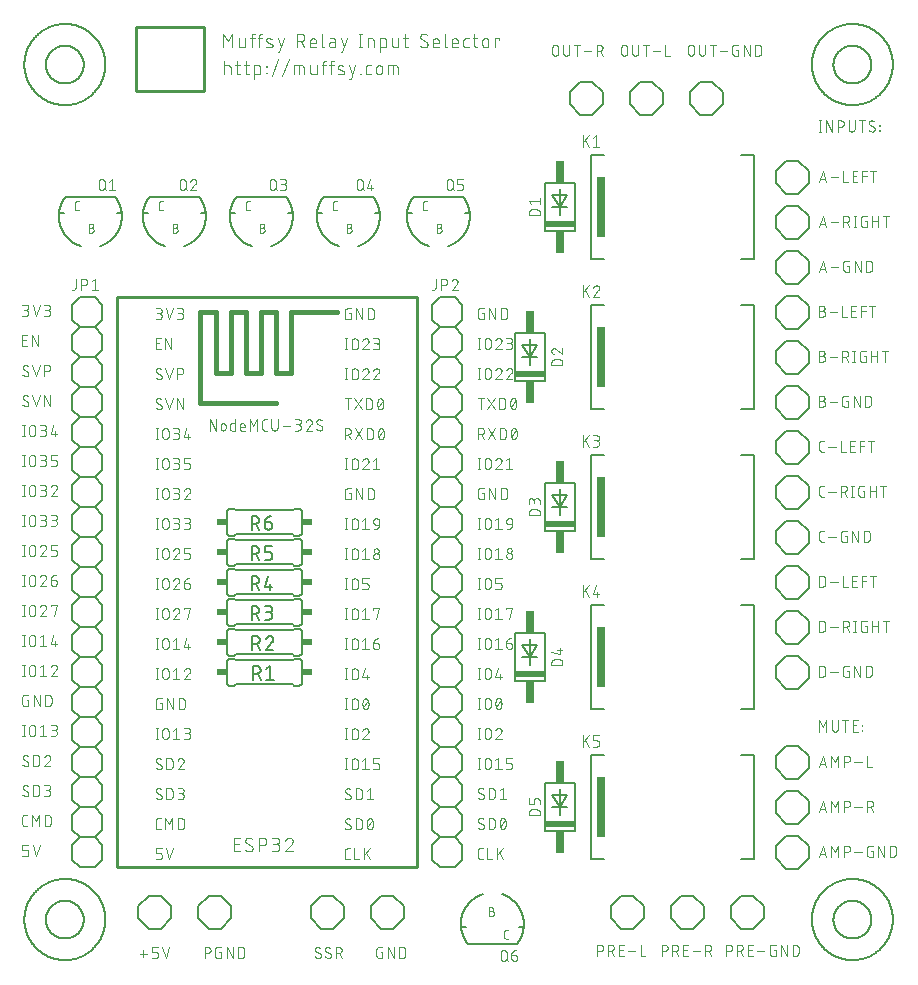
<source format=gbr>
G04 EAGLE Gerber RS-274X export*
G75*
%MOMM*%
%FSLAX34Y34*%
%LPD*%
%INSilkscreen Top*%
%IPPOS*%
%AMOC8*
5,1,8,0,0,1.08239X$1,22.5*%
G01*
%ADD10C,0.101600*%
%ADD11C,0.076200*%
%ADD12C,0.254000*%
%ADD13C,0.152400*%
%ADD14R,2.540000X0.508000*%
%ADD15R,0.762000X1.905000*%
%ADD16C,0.203200*%
%ADD17R,0.635000X5.080000*%
%ADD18R,0.863600X0.609600*%
%ADD19C,0.127000*%
%ADD20C,0.406400*%
%ADD21C,0.177800*%


D10*
X180848Y782828D02*
X180848Y794512D01*
X184743Y788021D01*
X188637Y794512D01*
X188637Y782828D01*
X194338Y784775D02*
X194338Y790617D01*
X194339Y784775D02*
X194341Y784688D01*
X194347Y784600D01*
X194357Y784514D01*
X194370Y784427D01*
X194388Y784342D01*
X194409Y784257D01*
X194434Y784173D01*
X194463Y784091D01*
X194496Y784010D01*
X194532Y783930D01*
X194571Y783852D01*
X194615Y783776D01*
X194661Y783702D01*
X194711Y783631D01*
X194764Y783561D01*
X194820Y783494D01*
X194879Y783430D01*
X194941Y783368D01*
X195005Y783309D01*
X195072Y783253D01*
X195142Y783200D01*
X195213Y783150D01*
X195287Y783104D01*
X195363Y783060D01*
X195441Y783021D01*
X195521Y782985D01*
X195602Y782952D01*
X195684Y782923D01*
X195768Y782898D01*
X195853Y782877D01*
X195938Y782859D01*
X196025Y782846D01*
X196111Y782836D01*
X196199Y782830D01*
X196286Y782828D01*
X199531Y782828D01*
X199531Y790617D01*
X205252Y792565D02*
X205252Y782828D01*
X205252Y792565D02*
X205254Y792652D01*
X205260Y792740D01*
X205270Y792826D01*
X205283Y792913D01*
X205301Y792998D01*
X205322Y793083D01*
X205347Y793167D01*
X205376Y793249D01*
X205409Y793330D01*
X205445Y793410D01*
X205484Y793488D01*
X205528Y793564D01*
X205574Y793638D01*
X205624Y793709D01*
X205677Y793779D01*
X205733Y793846D01*
X205792Y793910D01*
X205853Y793972D01*
X205918Y794031D01*
X205985Y794087D01*
X206055Y794140D01*
X206126Y794190D01*
X206200Y794236D01*
X206276Y794280D01*
X206354Y794319D01*
X206434Y794355D01*
X206515Y794388D01*
X206597Y794417D01*
X206681Y794442D01*
X206766Y794463D01*
X206851Y794481D01*
X206938Y794494D01*
X207024Y794504D01*
X207112Y794510D01*
X207199Y794512D01*
X207848Y794512D01*
X207848Y790617D02*
X203954Y790617D01*
X211729Y792565D02*
X211729Y782828D01*
X211729Y792565D02*
X211731Y792652D01*
X211737Y792740D01*
X211747Y792826D01*
X211760Y792913D01*
X211778Y792998D01*
X211799Y793083D01*
X211824Y793167D01*
X211853Y793249D01*
X211886Y793330D01*
X211922Y793410D01*
X211961Y793488D01*
X212005Y793564D01*
X212051Y793638D01*
X212101Y793709D01*
X212154Y793779D01*
X212210Y793846D01*
X212269Y793910D01*
X212330Y793972D01*
X212395Y794031D01*
X212462Y794087D01*
X212532Y794140D01*
X212603Y794190D01*
X212677Y794236D01*
X212753Y794280D01*
X212831Y794319D01*
X212911Y794355D01*
X212992Y794388D01*
X213074Y794417D01*
X213158Y794442D01*
X213243Y794463D01*
X213328Y794481D01*
X213415Y794494D01*
X213501Y794504D01*
X213589Y794510D01*
X213676Y794512D01*
X214325Y794512D01*
X214325Y790617D02*
X210431Y790617D01*
X218553Y787372D02*
X221798Y786074D01*
X218553Y787371D02*
X218478Y787404D01*
X218404Y787440D01*
X218332Y787479D01*
X218262Y787522D01*
X218195Y787568D01*
X218129Y787618D01*
X218067Y787670D01*
X218006Y787726D01*
X217949Y787784D01*
X217894Y787845D01*
X217843Y787909D01*
X217795Y787975D01*
X217750Y788044D01*
X217708Y788114D01*
X217670Y788187D01*
X217635Y788261D01*
X217604Y788337D01*
X217577Y788414D01*
X217554Y788493D01*
X217534Y788572D01*
X217519Y788653D01*
X217507Y788734D01*
X217499Y788816D01*
X217495Y788897D01*
X217496Y788979D01*
X217500Y789061D01*
X217508Y789143D01*
X217520Y789224D01*
X217536Y789304D01*
X217556Y789384D01*
X217580Y789462D01*
X217608Y789539D01*
X217639Y789615D01*
X217674Y789689D01*
X217712Y789761D01*
X217754Y789832D01*
X217800Y789900D01*
X217848Y789966D01*
X217900Y790029D01*
X217955Y790090D01*
X218013Y790148D01*
X218073Y790204D01*
X218136Y790256D01*
X218202Y790305D01*
X218270Y790351D01*
X218340Y790393D01*
X218412Y790433D01*
X218486Y790468D01*
X218561Y790500D01*
X218638Y790528D01*
X218716Y790552D01*
X218796Y790573D01*
X218876Y790590D01*
X218957Y790602D01*
X219038Y790611D01*
X219120Y790616D01*
X219202Y790617D01*
X219379Y790613D01*
X219556Y790604D01*
X219733Y790590D01*
X219910Y790573D01*
X220085Y790551D01*
X220261Y790526D01*
X220435Y790495D01*
X220609Y790461D01*
X220782Y790423D01*
X220954Y790380D01*
X221125Y790333D01*
X221295Y790283D01*
X221464Y790228D01*
X221631Y790169D01*
X221796Y790106D01*
X221961Y790039D01*
X222123Y789968D01*
X221798Y786074D02*
X221873Y786041D01*
X221947Y786005D01*
X222019Y785966D01*
X222089Y785923D01*
X222156Y785877D01*
X222222Y785827D01*
X222284Y785775D01*
X222345Y785719D01*
X222402Y785661D01*
X222457Y785600D01*
X222508Y785536D01*
X222556Y785470D01*
X222601Y785401D01*
X222643Y785331D01*
X222681Y785258D01*
X222716Y785184D01*
X222747Y785108D01*
X222774Y785031D01*
X222797Y784952D01*
X222817Y784873D01*
X222832Y784792D01*
X222844Y784711D01*
X222852Y784629D01*
X222856Y784548D01*
X222855Y784466D01*
X222851Y784384D01*
X222843Y784302D01*
X222831Y784221D01*
X222815Y784141D01*
X222795Y784061D01*
X222771Y783983D01*
X222743Y783906D01*
X222712Y783830D01*
X222677Y783756D01*
X222639Y783684D01*
X222597Y783613D01*
X222551Y783545D01*
X222503Y783479D01*
X222451Y783416D01*
X222396Y783355D01*
X222338Y783297D01*
X222278Y783241D01*
X222215Y783189D01*
X222149Y783140D01*
X222081Y783094D01*
X222011Y783052D01*
X221939Y783012D01*
X221865Y782977D01*
X221790Y782945D01*
X221713Y782917D01*
X221635Y782893D01*
X221555Y782872D01*
X221475Y782855D01*
X221394Y782843D01*
X221313Y782834D01*
X221231Y782829D01*
X221149Y782828D01*
X221150Y782828D02*
X220890Y782835D01*
X220630Y782848D01*
X220370Y782867D01*
X220111Y782892D01*
X219852Y782924D01*
X219595Y782961D01*
X219338Y783005D01*
X219082Y783054D01*
X218828Y783110D01*
X218575Y783171D01*
X218324Y783239D01*
X218074Y783313D01*
X217826Y783392D01*
X217580Y783477D01*
X227104Y778933D02*
X228402Y778933D01*
X232297Y790617D01*
X227104Y790617D02*
X229701Y782828D01*
X243293Y782828D02*
X243293Y794512D01*
X246538Y794512D01*
X246651Y794510D01*
X246764Y794504D01*
X246877Y794494D01*
X246990Y794480D01*
X247102Y794463D01*
X247213Y794441D01*
X247323Y794416D01*
X247433Y794386D01*
X247541Y794353D01*
X247648Y794316D01*
X247754Y794276D01*
X247858Y794231D01*
X247961Y794183D01*
X248062Y794132D01*
X248161Y794077D01*
X248258Y794019D01*
X248353Y793957D01*
X248446Y793892D01*
X248536Y793824D01*
X248624Y793753D01*
X248710Y793678D01*
X248793Y793601D01*
X248873Y793521D01*
X248950Y793438D01*
X249025Y793352D01*
X249096Y793264D01*
X249164Y793174D01*
X249229Y793081D01*
X249291Y792986D01*
X249349Y792889D01*
X249404Y792790D01*
X249455Y792689D01*
X249503Y792586D01*
X249548Y792482D01*
X249588Y792376D01*
X249625Y792269D01*
X249658Y792161D01*
X249688Y792051D01*
X249713Y791941D01*
X249735Y791830D01*
X249752Y791718D01*
X249766Y791605D01*
X249776Y791492D01*
X249782Y791379D01*
X249784Y791266D01*
X249782Y791153D01*
X249776Y791040D01*
X249766Y790927D01*
X249752Y790814D01*
X249735Y790702D01*
X249713Y790591D01*
X249688Y790481D01*
X249658Y790371D01*
X249625Y790263D01*
X249588Y790156D01*
X249548Y790050D01*
X249503Y789946D01*
X249455Y789843D01*
X249404Y789742D01*
X249349Y789643D01*
X249291Y789546D01*
X249229Y789451D01*
X249164Y789358D01*
X249096Y789268D01*
X249025Y789180D01*
X248950Y789094D01*
X248873Y789011D01*
X248793Y788931D01*
X248710Y788854D01*
X248624Y788779D01*
X248536Y788708D01*
X248446Y788640D01*
X248353Y788575D01*
X248258Y788513D01*
X248161Y788455D01*
X248062Y788400D01*
X247961Y788349D01*
X247858Y788301D01*
X247754Y788256D01*
X247648Y788216D01*
X247541Y788179D01*
X247433Y788146D01*
X247323Y788116D01*
X247213Y788091D01*
X247102Y788069D01*
X246990Y788052D01*
X246877Y788038D01*
X246764Y788028D01*
X246651Y788022D01*
X246538Y788020D01*
X246538Y788021D02*
X243293Y788021D01*
X247187Y788021D02*
X249784Y782828D01*
X256484Y782828D02*
X259729Y782828D01*
X256484Y782828D02*
X256397Y782830D01*
X256309Y782836D01*
X256223Y782846D01*
X256136Y782859D01*
X256051Y782877D01*
X255966Y782898D01*
X255882Y782923D01*
X255800Y782952D01*
X255719Y782985D01*
X255639Y783021D01*
X255561Y783060D01*
X255485Y783104D01*
X255411Y783150D01*
X255340Y783200D01*
X255270Y783253D01*
X255203Y783309D01*
X255139Y783368D01*
X255077Y783430D01*
X255018Y783494D01*
X254962Y783561D01*
X254909Y783631D01*
X254859Y783702D01*
X254813Y783776D01*
X254769Y783852D01*
X254730Y783930D01*
X254694Y784010D01*
X254661Y784091D01*
X254632Y784173D01*
X254607Y784257D01*
X254586Y784342D01*
X254568Y784427D01*
X254555Y784514D01*
X254545Y784600D01*
X254539Y784688D01*
X254537Y784775D01*
X254536Y784775D02*
X254536Y788021D01*
X254537Y788021D02*
X254539Y788122D01*
X254545Y788222D01*
X254555Y788322D01*
X254568Y788422D01*
X254586Y788521D01*
X254607Y788620D01*
X254632Y788717D01*
X254661Y788814D01*
X254694Y788909D01*
X254730Y789003D01*
X254770Y789095D01*
X254813Y789186D01*
X254860Y789275D01*
X254910Y789362D01*
X254964Y789448D01*
X255021Y789531D01*
X255081Y789611D01*
X255144Y789690D01*
X255211Y789766D01*
X255280Y789839D01*
X255352Y789909D01*
X255426Y789977D01*
X255503Y790042D01*
X255583Y790103D01*
X255665Y790162D01*
X255749Y790217D01*
X255835Y790269D01*
X255923Y790318D01*
X256013Y790363D01*
X256105Y790405D01*
X256198Y790443D01*
X256293Y790477D01*
X256388Y790508D01*
X256485Y790535D01*
X256583Y790558D01*
X256682Y790578D01*
X256782Y790593D01*
X256882Y790605D01*
X256982Y790613D01*
X257083Y790617D01*
X257183Y790617D01*
X257284Y790613D01*
X257384Y790605D01*
X257484Y790593D01*
X257584Y790578D01*
X257683Y790558D01*
X257781Y790535D01*
X257878Y790508D01*
X257973Y790477D01*
X258068Y790443D01*
X258161Y790405D01*
X258253Y790363D01*
X258343Y790318D01*
X258431Y790269D01*
X258517Y790217D01*
X258601Y790162D01*
X258683Y790103D01*
X258763Y790042D01*
X258840Y789977D01*
X258914Y789909D01*
X258986Y789839D01*
X259055Y789766D01*
X259122Y789690D01*
X259185Y789611D01*
X259245Y789531D01*
X259302Y789448D01*
X259356Y789362D01*
X259406Y789275D01*
X259453Y789186D01*
X259496Y789095D01*
X259536Y789003D01*
X259572Y788909D01*
X259605Y788814D01*
X259634Y788717D01*
X259659Y788620D01*
X259680Y788521D01*
X259698Y788422D01*
X259711Y788322D01*
X259721Y788222D01*
X259727Y788122D01*
X259729Y788021D01*
X259729Y786723D01*
X254536Y786723D01*
X264592Y784775D02*
X264592Y794512D01*
X264592Y784775D02*
X264594Y784688D01*
X264600Y784600D01*
X264610Y784514D01*
X264623Y784427D01*
X264641Y784342D01*
X264662Y784257D01*
X264687Y784173D01*
X264716Y784091D01*
X264749Y784010D01*
X264785Y783930D01*
X264824Y783852D01*
X264868Y783776D01*
X264914Y783702D01*
X264964Y783631D01*
X265017Y783561D01*
X265073Y783494D01*
X265132Y783430D01*
X265194Y783368D01*
X265258Y783309D01*
X265325Y783253D01*
X265395Y783200D01*
X265466Y783150D01*
X265540Y783104D01*
X265616Y783060D01*
X265694Y783021D01*
X265774Y782985D01*
X265855Y782952D01*
X265937Y782923D01*
X266021Y782898D01*
X266106Y782877D01*
X266191Y782859D01*
X266278Y782846D01*
X266364Y782836D01*
X266452Y782830D01*
X266539Y782828D01*
X272751Y787372D02*
X275672Y787372D01*
X272751Y787372D02*
X272657Y787370D01*
X272563Y787364D01*
X272470Y787355D01*
X272377Y787341D01*
X272285Y787324D01*
X272193Y787302D01*
X272103Y787278D01*
X272013Y787249D01*
X271925Y787217D01*
X271838Y787181D01*
X271753Y787141D01*
X271670Y787098D01*
X271588Y787052D01*
X271508Y787002D01*
X271431Y786949D01*
X271356Y786893D01*
X271283Y786834D01*
X271212Y786772D01*
X271144Y786707D01*
X271079Y786639D01*
X271017Y786568D01*
X270958Y786495D01*
X270902Y786420D01*
X270849Y786343D01*
X270799Y786263D01*
X270753Y786181D01*
X270710Y786098D01*
X270670Y786013D01*
X270634Y785926D01*
X270602Y785838D01*
X270573Y785748D01*
X270549Y785658D01*
X270527Y785566D01*
X270510Y785474D01*
X270496Y785381D01*
X270487Y785288D01*
X270481Y785194D01*
X270479Y785100D01*
X270481Y785006D01*
X270487Y784912D01*
X270496Y784819D01*
X270510Y784726D01*
X270527Y784634D01*
X270549Y784542D01*
X270573Y784452D01*
X270602Y784362D01*
X270634Y784274D01*
X270670Y784187D01*
X270710Y784102D01*
X270753Y784019D01*
X270799Y783937D01*
X270849Y783857D01*
X270902Y783780D01*
X270958Y783705D01*
X271017Y783632D01*
X271079Y783561D01*
X271144Y783493D01*
X271212Y783428D01*
X271283Y783366D01*
X271356Y783307D01*
X271431Y783251D01*
X271508Y783198D01*
X271588Y783148D01*
X271670Y783102D01*
X271753Y783059D01*
X271838Y783019D01*
X271925Y782983D01*
X272013Y782951D01*
X272103Y782922D01*
X272193Y782898D01*
X272285Y782876D01*
X272377Y782859D01*
X272470Y782845D01*
X272563Y782836D01*
X272657Y782830D01*
X272751Y782828D01*
X275672Y782828D01*
X275672Y788670D01*
X275670Y788757D01*
X275664Y788845D01*
X275654Y788931D01*
X275641Y789018D01*
X275623Y789103D01*
X275602Y789188D01*
X275577Y789272D01*
X275548Y789354D01*
X275515Y789435D01*
X275479Y789515D01*
X275440Y789593D01*
X275396Y789669D01*
X275350Y789743D01*
X275300Y789814D01*
X275247Y789884D01*
X275191Y789951D01*
X275132Y790015D01*
X275070Y790077D01*
X275006Y790136D01*
X274939Y790192D01*
X274869Y790245D01*
X274798Y790295D01*
X274724Y790341D01*
X274648Y790385D01*
X274570Y790424D01*
X274490Y790460D01*
X274409Y790493D01*
X274327Y790522D01*
X274243Y790547D01*
X274158Y790568D01*
X274073Y790586D01*
X273986Y790599D01*
X273900Y790609D01*
X273812Y790615D01*
X273725Y790617D01*
X271128Y790617D01*
X280444Y778933D02*
X281742Y778933D01*
X285637Y790617D01*
X280444Y790617D02*
X283041Y782828D01*
X297138Y782828D02*
X297138Y794512D01*
X295839Y782828D02*
X298436Y782828D01*
X298436Y794512D02*
X295839Y794512D01*
X303304Y790617D02*
X303304Y782828D01*
X303304Y790617D02*
X306550Y790617D01*
X306637Y790615D01*
X306725Y790609D01*
X306811Y790599D01*
X306898Y790586D01*
X306983Y790568D01*
X307068Y790547D01*
X307152Y790522D01*
X307234Y790493D01*
X307315Y790460D01*
X307395Y790424D01*
X307473Y790385D01*
X307549Y790341D01*
X307623Y790295D01*
X307694Y790245D01*
X307764Y790192D01*
X307831Y790136D01*
X307895Y790077D01*
X307957Y790016D01*
X308016Y789951D01*
X308072Y789884D01*
X308125Y789814D01*
X308175Y789743D01*
X308221Y789669D01*
X308265Y789593D01*
X308304Y789515D01*
X308340Y789435D01*
X308373Y789354D01*
X308402Y789272D01*
X308427Y789188D01*
X308448Y789103D01*
X308466Y789018D01*
X308479Y788931D01*
X308489Y788845D01*
X308495Y788757D01*
X308497Y788670D01*
X308497Y782828D01*
X314031Y778933D02*
X314031Y790617D01*
X317277Y790617D01*
X317364Y790615D01*
X317452Y790609D01*
X317538Y790599D01*
X317625Y790586D01*
X317710Y790568D01*
X317795Y790547D01*
X317879Y790522D01*
X317961Y790493D01*
X318042Y790460D01*
X318122Y790424D01*
X318200Y790385D01*
X318276Y790341D01*
X318350Y790295D01*
X318421Y790245D01*
X318491Y790192D01*
X318558Y790136D01*
X318622Y790077D01*
X318684Y790016D01*
X318743Y789951D01*
X318799Y789884D01*
X318852Y789814D01*
X318902Y789743D01*
X318948Y789669D01*
X318992Y789593D01*
X319031Y789515D01*
X319067Y789435D01*
X319100Y789354D01*
X319129Y789272D01*
X319154Y789188D01*
X319175Y789103D01*
X319193Y789018D01*
X319206Y788931D01*
X319216Y788845D01*
X319222Y788757D01*
X319224Y788670D01*
X319224Y784775D01*
X319222Y784688D01*
X319216Y784600D01*
X319206Y784514D01*
X319193Y784427D01*
X319175Y784342D01*
X319154Y784257D01*
X319129Y784173D01*
X319100Y784091D01*
X319067Y784010D01*
X319031Y783930D01*
X318992Y783852D01*
X318948Y783776D01*
X318902Y783702D01*
X318852Y783631D01*
X318799Y783561D01*
X318743Y783494D01*
X318684Y783430D01*
X318622Y783368D01*
X318558Y783309D01*
X318491Y783253D01*
X318421Y783200D01*
X318350Y783150D01*
X318276Y783104D01*
X318200Y783060D01*
X318122Y783021D01*
X318042Y782985D01*
X317961Y782952D01*
X317879Y782923D01*
X317795Y782898D01*
X317710Y782877D01*
X317625Y782859D01*
X317538Y782846D01*
X317452Y782836D01*
X317364Y782830D01*
X317277Y782828D01*
X314031Y782828D01*
X324259Y784775D02*
X324259Y790617D01*
X324259Y784775D02*
X324261Y784688D01*
X324267Y784600D01*
X324277Y784514D01*
X324290Y784427D01*
X324308Y784342D01*
X324329Y784257D01*
X324354Y784173D01*
X324383Y784091D01*
X324416Y784010D01*
X324452Y783930D01*
X324491Y783852D01*
X324535Y783776D01*
X324581Y783702D01*
X324631Y783631D01*
X324684Y783561D01*
X324740Y783494D01*
X324799Y783430D01*
X324861Y783368D01*
X324925Y783309D01*
X324992Y783253D01*
X325062Y783200D01*
X325133Y783150D01*
X325207Y783104D01*
X325283Y783060D01*
X325361Y783021D01*
X325441Y782985D01*
X325522Y782952D01*
X325604Y782923D01*
X325688Y782898D01*
X325773Y782877D01*
X325858Y782859D01*
X325945Y782846D01*
X326031Y782836D01*
X326119Y782830D01*
X326206Y782828D01*
X329452Y782828D01*
X329452Y790617D01*
X333579Y790617D02*
X337473Y790617D01*
X334877Y794512D02*
X334877Y784775D01*
X334879Y784688D01*
X334885Y784600D01*
X334895Y784514D01*
X334908Y784427D01*
X334926Y784342D01*
X334947Y784257D01*
X334972Y784173D01*
X335001Y784091D01*
X335034Y784010D01*
X335070Y783930D01*
X335109Y783852D01*
X335153Y783776D01*
X335199Y783702D01*
X335249Y783631D01*
X335302Y783561D01*
X335358Y783494D01*
X335417Y783430D01*
X335479Y783368D01*
X335543Y783309D01*
X335610Y783253D01*
X335680Y783200D01*
X335751Y783150D01*
X335825Y783104D01*
X335901Y783060D01*
X335979Y783021D01*
X336059Y782985D01*
X336140Y782952D01*
X336222Y782923D01*
X336306Y782898D01*
X336391Y782877D01*
X336476Y782859D01*
X336563Y782846D01*
X336649Y782836D01*
X336737Y782830D01*
X336824Y782828D01*
X337473Y782828D01*
X351508Y782828D02*
X351607Y782830D01*
X351707Y782836D01*
X351806Y782845D01*
X351904Y782858D01*
X352002Y782875D01*
X352100Y782896D01*
X352196Y782921D01*
X352291Y782949D01*
X352385Y782981D01*
X352478Y783016D01*
X352570Y783055D01*
X352660Y783098D01*
X352748Y783143D01*
X352835Y783193D01*
X352919Y783245D01*
X353002Y783301D01*
X353082Y783359D01*
X353160Y783421D01*
X353235Y783486D01*
X353308Y783554D01*
X353378Y783624D01*
X353446Y783697D01*
X353511Y783772D01*
X353573Y783850D01*
X353631Y783930D01*
X353687Y784013D01*
X353739Y784097D01*
X353789Y784184D01*
X353834Y784272D01*
X353877Y784362D01*
X353916Y784454D01*
X353951Y784547D01*
X353983Y784641D01*
X354011Y784736D01*
X354036Y784832D01*
X354057Y784930D01*
X354074Y785028D01*
X354087Y785126D01*
X354096Y785225D01*
X354102Y785325D01*
X354104Y785424D01*
X351508Y782828D02*
X351364Y782830D01*
X351219Y782836D01*
X351075Y782845D01*
X350932Y782858D01*
X350788Y782875D01*
X350645Y782896D01*
X350503Y782921D01*
X350362Y782949D01*
X350221Y782981D01*
X350081Y783017D01*
X349942Y783056D01*
X349804Y783099D01*
X349668Y783146D01*
X349532Y783196D01*
X349398Y783250D01*
X349266Y783307D01*
X349135Y783368D01*
X349006Y783432D01*
X348878Y783500D01*
X348752Y783570D01*
X348628Y783645D01*
X348507Y783722D01*
X348387Y783803D01*
X348269Y783886D01*
X348154Y783973D01*
X348041Y784063D01*
X347930Y784156D01*
X347822Y784251D01*
X347716Y784350D01*
X347613Y784451D01*
X347938Y791916D02*
X347940Y792015D01*
X347946Y792115D01*
X347955Y792214D01*
X347968Y792312D01*
X347985Y792410D01*
X348006Y792508D01*
X348031Y792604D01*
X348059Y792699D01*
X348091Y792793D01*
X348126Y792886D01*
X348165Y792978D01*
X348208Y793068D01*
X348253Y793156D01*
X348303Y793243D01*
X348355Y793327D01*
X348411Y793410D01*
X348469Y793490D01*
X348531Y793568D01*
X348596Y793643D01*
X348664Y793716D01*
X348734Y793786D01*
X348807Y793854D01*
X348882Y793919D01*
X348960Y793981D01*
X349040Y794039D01*
X349123Y794095D01*
X349207Y794147D01*
X349294Y794197D01*
X349382Y794242D01*
X349472Y794285D01*
X349564Y794324D01*
X349657Y794359D01*
X349751Y794391D01*
X349846Y794419D01*
X349943Y794444D01*
X350040Y794465D01*
X350138Y794482D01*
X350236Y794495D01*
X350335Y794504D01*
X350435Y794510D01*
X350534Y794512D01*
X350670Y794510D01*
X350806Y794504D01*
X350942Y794495D01*
X351078Y794482D01*
X351213Y794464D01*
X351347Y794444D01*
X351481Y794419D01*
X351615Y794391D01*
X351747Y794358D01*
X351878Y794323D01*
X352009Y794283D01*
X352138Y794240D01*
X352266Y794194D01*
X352392Y794143D01*
X352518Y794090D01*
X352641Y794032D01*
X352763Y793972D01*
X352883Y793908D01*
X353002Y793840D01*
X353118Y793770D01*
X353232Y793696D01*
X353345Y793619D01*
X353455Y793538D01*
X349235Y789644D02*
X349149Y789697D01*
X349065Y789754D01*
X348983Y789813D01*
X348903Y789876D01*
X348826Y789942D01*
X348751Y790010D01*
X348679Y790082D01*
X348610Y790156D01*
X348544Y790233D01*
X348481Y790312D01*
X348421Y790394D01*
X348364Y790478D01*
X348310Y790564D01*
X348260Y790652D01*
X348213Y790742D01*
X348169Y790833D01*
X348130Y790927D01*
X348093Y791021D01*
X348061Y791117D01*
X348032Y791215D01*
X348007Y791313D01*
X347986Y791412D01*
X347968Y791512D01*
X347955Y791612D01*
X347945Y791713D01*
X347939Y791815D01*
X347937Y791916D01*
X352806Y787696D02*
X352892Y787643D01*
X352976Y787586D01*
X353058Y787527D01*
X353138Y787464D01*
X353215Y787398D01*
X353290Y787330D01*
X353362Y787258D01*
X353431Y787184D01*
X353497Y787107D01*
X353560Y787028D01*
X353620Y786946D01*
X353677Y786862D01*
X353731Y786776D01*
X353781Y786688D01*
X353828Y786598D01*
X353872Y786507D01*
X353911Y786413D01*
X353948Y786319D01*
X353980Y786223D01*
X354009Y786125D01*
X354034Y786027D01*
X354055Y785928D01*
X354073Y785828D01*
X354086Y785728D01*
X354096Y785627D01*
X354102Y785525D01*
X354104Y785424D01*
X352806Y787696D02*
X349236Y789644D01*
X360496Y782828D02*
X363742Y782828D01*
X360496Y782828D02*
X360409Y782830D01*
X360321Y782836D01*
X360235Y782846D01*
X360148Y782859D01*
X360063Y782877D01*
X359978Y782898D01*
X359894Y782923D01*
X359812Y782952D01*
X359731Y782985D01*
X359651Y783021D01*
X359573Y783060D01*
X359497Y783104D01*
X359423Y783150D01*
X359352Y783200D01*
X359282Y783253D01*
X359215Y783309D01*
X359151Y783368D01*
X359089Y783430D01*
X359030Y783494D01*
X358974Y783561D01*
X358921Y783631D01*
X358871Y783702D01*
X358825Y783776D01*
X358781Y783852D01*
X358742Y783930D01*
X358706Y784010D01*
X358673Y784091D01*
X358644Y784173D01*
X358619Y784257D01*
X358598Y784342D01*
X358580Y784427D01*
X358567Y784514D01*
X358557Y784600D01*
X358551Y784688D01*
X358549Y784775D01*
X358549Y788021D01*
X358551Y788122D01*
X358557Y788222D01*
X358567Y788322D01*
X358580Y788422D01*
X358598Y788521D01*
X358619Y788620D01*
X358644Y788717D01*
X358673Y788814D01*
X358706Y788909D01*
X358742Y789003D01*
X358782Y789095D01*
X358825Y789186D01*
X358872Y789275D01*
X358922Y789362D01*
X358976Y789448D01*
X359033Y789531D01*
X359093Y789611D01*
X359156Y789690D01*
X359223Y789766D01*
X359292Y789839D01*
X359364Y789909D01*
X359438Y789977D01*
X359515Y790042D01*
X359595Y790103D01*
X359677Y790162D01*
X359761Y790217D01*
X359847Y790269D01*
X359935Y790318D01*
X360025Y790363D01*
X360117Y790405D01*
X360210Y790443D01*
X360305Y790477D01*
X360400Y790508D01*
X360497Y790535D01*
X360595Y790558D01*
X360694Y790578D01*
X360794Y790593D01*
X360894Y790605D01*
X360994Y790613D01*
X361095Y790617D01*
X361195Y790617D01*
X361296Y790613D01*
X361396Y790605D01*
X361496Y790593D01*
X361596Y790578D01*
X361695Y790558D01*
X361793Y790535D01*
X361890Y790508D01*
X361985Y790477D01*
X362080Y790443D01*
X362173Y790405D01*
X362265Y790363D01*
X362355Y790318D01*
X362443Y790269D01*
X362529Y790217D01*
X362613Y790162D01*
X362695Y790103D01*
X362775Y790042D01*
X362852Y789977D01*
X362926Y789909D01*
X362998Y789839D01*
X363067Y789766D01*
X363134Y789690D01*
X363197Y789611D01*
X363257Y789531D01*
X363314Y789448D01*
X363368Y789362D01*
X363418Y789275D01*
X363465Y789186D01*
X363508Y789095D01*
X363548Y789003D01*
X363584Y788909D01*
X363617Y788814D01*
X363646Y788717D01*
X363671Y788620D01*
X363692Y788521D01*
X363710Y788422D01*
X363723Y788322D01*
X363733Y788222D01*
X363739Y788122D01*
X363741Y788021D01*
X363742Y788021D02*
X363742Y786723D01*
X358549Y786723D01*
X368605Y784775D02*
X368605Y794512D01*
X368605Y784775D02*
X368607Y784688D01*
X368613Y784600D01*
X368623Y784514D01*
X368636Y784427D01*
X368654Y784342D01*
X368675Y784257D01*
X368700Y784173D01*
X368729Y784091D01*
X368762Y784010D01*
X368798Y783930D01*
X368837Y783852D01*
X368881Y783776D01*
X368927Y783702D01*
X368977Y783631D01*
X369030Y783561D01*
X369086Y783494D01*
X369145Y783430D01*
X369207Y783368D01*
X369271Y783309D01*
X369338Y783253D01*
X369408Y783200D01*
X369479Y783150D01*
X369553Y783104D01*
X369629Y783060D01*
X369707Y783021D01*
X369787Y782985D01*
X369868Y782952D01*
X369950Y782923D01*
X370034Y782898D01*
X370119Y782877D01*
X370204Y782859D01*
X370291Y782846D01*
X370377Y782836D01*
X370465Y782830D01*
X370552Y782828D01*
X376498Y782828D02*
X379744Y782828D01*
X376498Y782828D02*
X376411Y782830D01*
X376323Y782836D01*
X376237Y782846D01*
X376150Y782859D01*
X376065Y782877D01*
X375980Y782898D01*
X375896Y782923D01*
X375814Y782952D01*
X375733Y782985D01*
X375653Y783021D01*
X375575Y783060D01*
X375499Y783104D01*
X375425Y783150D01*
X375354Y783200D01*
X375284Y783253D01*
X375217Y783309D01*
X375153Y783368D01*
X375091Y783430D01*
X375032Y783494D01*
X374976Y783561D01*
X374923Y783631D01*
X374873Y783702D01*
X374827Y783776D01*
X374783Y783852D01*
X374744Y783930D01*
X374708Y784010D01*
X374675Y784091D01*
X374646Y784173D01*
X374621Y784257D01*
X374600Y784342D01*
X374582Y784427D01*
X374569Y784514D01*
X374559Y784600D01*
X374553Y784688D01*
X374551Y784775D01*
X374551Y788021D01*
X374553Y788122D01*
X374559Y788222D01*
X374569Y788322D01*
X374582Y788422D01*
X374600Y788521D01*
X374621Y788620D01*
X374646Y788717D01*
X374675Y788814D01*
X374708Y788909D01*
X374744Y789003D01*
X374784Y789095D01*
X374827Y789186D01*
X374874Y789275D01*
X374924Y789362D01*
X374978Y789448D01*
X375035Y789531D01*
X375095Y789611D01*
X375158Y789690D01*
X375225Y789766D01*
X375294Y789839D01*
X375366Y789909D01*
X375440Y789977D01*
X375517Y790042D01*
X375597Y790103D01*
X375679Y790162D01*
X375763Y790217D01*
X375849Y790269D01*
X375937Y790318D01*
X376027Y790363D01*
X376119Y790405D01*
X376212Y790443D01*
X376307Y790477D01*
X376402Y790508D01*
X376499Y790535D01*
X376597Y790558D01*
X376696Y790578D01*
X376796Y790593D01*
X376896Y790605D01*
X376996Y790613D01*
X377097Y790617D01*
X377197Y790617D01*
X377298Y790613D01*
X377398Y790605D01*
X377498Y790593D01*
X377598Y790578D01*
X377697Y790558D01*
X377795Y790535D01*
X377892Y790508D01*
X377987Y790477D01*
X378082Y790443D01*
X378175Y790405D01*
X378267Y790363D01*
X378357Y790318D01*
X378445Y790269D01*
X378531Y790217D01*
X378615Y790162D01*
X378697Y790103D01*
X378777Y790042D01*
X378854Y789977D01*
X378928Y789909D01*
X379000Y789839D01*
X379069Y789766D01*
X379136Y789690D01*
X379199Y789611D01*
X379259Y789531D01*
X379316Y789448D01*
X379370Y789362D01*
X379420Y789275D01*
X379467Y789186D01*
X379510Y789095D01*
X379550Y789003D01*
X379586Y788909D01*
X379619Y788814D01*
X379648Y788717D01*
X379673Y788620D01*
X379694Y788521D01*
X379712Y788422D01*
X379725Y788322D01*
X379735Y788222D01*
X379741Y788122D01*
X379743Y788021D01*
X379744Y788021D02*
X379744Y786723D01*
X374551Y786723D01*
X386418Y782828D02*
X389014Y782828D01*
X386418Y782828D02*
X386331Y782830D01*
X386243Y782836D01*
X386157Y782846D01*
X386070Y782859D01*
X385985Y782877D01*
X385900Y782898D01*
X385816Y782923D01*
X385734Y782952D01*
X385653Y782985D01*
X385573Y783021D01*
X385495Y783060D01*
X385419Y783104D01*
X385345Y783150D01*
X385274Y783200D01*
X385204Y783253D01*
X385137Y783309D01*
X385073Y783368D01*
X385011Y783430D01*
X384952Y783494D01*
X384896Y783561D01*
X384843Y783631D01*
X384793Y783702D01*
X384747Y783776D01*
X384703Y783852D01*
X384664Y783930D01*
X384628Y784010D01*
X384595Y784091D01*
X384566Y784173D01*
X384541Y784257D01*
X384520Y784342D01*
X384502Y784427D01*
X384489Y784514D01*
X384479Y784600D01*
X384473Y784688D01*
X384471Y784775D01*
X384470Y784775D02*
X384470Y788670D01*
X384471Y788670D02*
X384473Y788757D01*
X384479Y788845D01*
X384489Y788931D01*
X384502Y789018D01*
X384520Y789103D01*
X384541Y789188D01*
X384566Y789272D01*
X384595Y789354D01*
X384628Y789435D01*
X384664Y789515D01*
X384703Y789593D01*
X384747Y789669D01*
X384793Y789743D01*
X384843Y789814D01*
X384896Y789884D01*
X384952Y789951D01*
X385011Y790015D01*
X385073Y790077D01*
X385137Y790136D01*
X385204Y790192D01*
X385274Y790245D01*
X385345Y790295D01*
X385419Y790341D01*
X385495Y790385D01*
X385573Y790424D01*
X385653Y790460D01*
X385734Y790493D01*
X385816Y790522D01*
X385900Y790547D01*
X385985Y790568D01*
X386070Y790586D01*
X386157Y790599D01*
X386243Y790609D01*
X386331Y790615D01*
X386418Y790617D01*
X389014Y790617D01*
X392253Y790617D02*
X396147Y790617D01*
X393551Y794512D02*
X393551Y784775D01*
X393553Y784688D01*
X393559Y784600D01*
X393569Y784514D01*
X393582Y784427D01*
X393600Y784342D01*
X393621Y784257D01*
X393646Y784173D01*
X393675Y784091D01*
X393708Y784010D01*
X393744Y783930D01*
X393783Y783852D01*
X393827Y783776D01*
X393873Y783702D01*
X393923Y783631D01*
X393976Y783561D01*
X394032Y783494D01*
X394091Y783430D01*
X394153Y783368D01*
X394217Y783309D01*
X394284Y783253D01*
X394354Y783200D01*
X394425Y783150D01*
X394499Y783104D01*
X394575Y783060D01*
X394653Y783021D01*
X394733Y782985D01*
X394814Y782952D01*
X394896Y782923D01*
X394980Y782898D01*
X395065Y782877D01*
X395150Y782859D01*
X395237Y782846D01*
X395323Y782836D01*
X395411Y782830D01*
X395498Y782828D01*
X396147Y782828D01*
X400459Y785424D02*
X400459Y788021D01*
X400461Y788122D01*
X400467Y788222D01*
X400477Y788322D01*
X400490Y788422D01*
X400508Y788521D01*
X400529Y788620D01*
X400554Y788717D01*
X400583Y788814D01*
X400616Y788909D01*
X400652Y789003D01*
X400692Y789095D01*
X400735Y789186D01*
X400782Y789275D01*
X400832Y789362D01*
X400886Y789448D01*
X400943Y789531D01*
X401003Y789611D01*
X401066Y789690D01*
X401133Y789766D01*
X401202Y789839D01*
X401274Y789909D01*
X401348Y789977D01*
X401425Y790042D01*
X401505Y790103D01*
X401587Y790162D01*
X401671Y790217D01*
X401757Y790269D01*
X401845Y790318D01*
X401935Y790363D01*
X402027Y790405D01*
X402120Y790443D01*
X402215Y790477D01*
X402310Y790508D01*
X402407Y790535D01*
X402505Y790558D01*
X402604Y790578D01*
X402704Y790593D01*
X402804Y790605D01*
X402904Y790613D01*
X403005Y790617D01*
X403105Y790617D01*
X403206Y790613D01*
X403306Y790605D01*
X403406Y790593D01*
X403506Y790578D01*
X403605Y790558D01*
X403703Y790535D01*
X403800Y790508D01*
X403895Y790477D01*
X403990Y790443D01*
X404083Y790405D01*
X404175Y790363D01*
X404265Y790318D01*
X404353Y790269D01*
X404439Y790217D01*
X404523Y790162D01*
X404605Y790103D01*
X404685Y790042D01*
X404762Y789977D01*
X404836Y789909D01*
X404908Y789839D01*
X404977Y789766D01*
X405044Y789690D01*
X405107Y789611D01*
X405167Y789531D01*
X405224Y789448D01*
X405278Y789362D01*
X405328Y789275D01*
X405375Y789186D01*
X405418Y789095D01*
X405458Y789003D01*
X405494Y788909D01*
X405527Y788814D01*
X405556Y788717D01*
X405581Y788620D01*
X405602Y788521D01*
X405620Y788422D01*
X405633Y788322D01*
X405643Y788222D01*
X405649Y788122D01*
X405651Y788021D01*
X405652Y788021D02*
X405652Y785424D01*
X405651Y785424D02*
X405649Y785323D01*
X405643Y785223D01*
X405633Y785123D01*
X405620Y785023D01*
X405602Y784924D01*
X405581Y784825D01*
X405556Y784728D01*
X405527Y784631D01*
X405494Y784536D01*
X405458Y784442D01*
X405418Y784350D01*
X405375Y784259D01*
X405328Y784170D01*
X405278Y784083D01*
X405224Y783997D01*
X405167Y783914D01*
X405107Y783834D01*
X405044Y783755D01*
X404977Y783679D01*
X404908Y783606D01*
X404836Y783536D01*
X404762Y783468D01*
X404685Y783403D01*
X404605Y783342D01*
X404523Y783283D01*
X404439Y783228D01*
X404353Y783176D01*
X404265Y783127D01*
X404175Y783082D01*
X404083Y783040D01*
X403990Y783002D01*
X403895Y782968D01*
X403800Y782937D01*
X403703Y782910D01*
X403605Y782887D01*
X403506Y782867D01*
X403406Y782852D01*
X403306Y782840D01*
X403206Y782832D01*
X403105Y782828D01*
X403005Y782828D01*
X402904Y782832D01*
X402804Y782840D01*
X402704Y782852D01*
X402604Y782867D01*
X402505Y782887D01*
X402407Y782910D01*
X402310Y782937D01*
X402215Y782968D01*
X402120Y783002D01*
X402027Y783040D01*
X401935Y783082D01*
X401845Y783127D01*
X401757Y783176D01*
X401671Y783228D01*
X401587Y783283D01*
X401505Y783342D01*
X401425Y783403D01*
X401348Y783468D01*
X401274Y783536D01*
X401202Y783606D01*
X401133Y783679D01*
X401066Y783755D01*
X401003Y783834D01*
X400943Y783914D01*
X400886Y783997D01*
X400832Y784083D01*
X400782Y784170D01*
X400735Y784259D01*
X400692Y784350D01*
X400652Y784442D01*
X400616Y784536D01*
X400583Y784631D01*
X400554Y784728D01*
X400529Y784825D01*
X400508Y784924D01*
X400490Y785023D01*
X400477Y785123D01*
X400467Y785223D01*
X400461Y785323D01*
X400459Y785424D01*
X410812Y782828D02*
X410812Y790617D01*
X414707Y790617D01*
X414707Y789319D01*
X182118Y771652D02*
X182118Y759968D01*
X182118Y767757D02*
X185364Y767757D01*
X185451Y767755D01*
X185539Y767749D01*
X185625Y767739D01*
X185712Y767726D01*
X185797Y767708D01*
X185882Y767687D01*
X185966Y767662D01*
X186048Y767633D01*
X186129Y767600D01*
X186209Y767564D01*
X186287Y767525D01*
X186363Y767481D01*
X186437Y767435D01*
X186508Y767385D01*
X186578Y767332D01*
X186645Y767276D01*
X186709Y767217D01*
X186771Y767156D01*
X186830Y767091D01*
X186886Y767024D01*
X186939Y766954D01*
X186989Y766883D01*
X187035Y766809D01*
X187079Y766733D01*
X187118Y766655D01*
X187154Y766575D01*
X187187Y766494D01*
X187216Y766412D01*
X187241Y766328D01*
X187262Y766243D01*
X187280Y766158D01*
X187293Y766071D01*
X187303Y765985D01*
X187309Y765897D01*
X187311Y765810D01*
X187311Y759968D01*
X191438Y767757D02*
X195332Y767757D01*
X192736Y771652D02*
X192736Y761915D01*
X192738Y761828D01*
X192744Y761740D01*
X192754Y761654D01*
X192767Y761567D01*
X192785Y761482D01*
X192806Y761397D01*
X192831Y761313D01*
X192860Y761231D01*
X192893Y761150D01*
X192929Y761070D01*
X192968Y760992D01*
X193012Y760916D01*
X193058Y760842D01*
X193108Y760771D01*
X193161Y760701D01*
X193217Y760634D01*
X193276Y760570D01*
X193338Y760508D01*
X193402Y760449D01*
X193469Y760393D01*
X193539Y760340D01*
X193610Y760290D01*
X193684Y760244D01*
X193760Y760200D01*
X193838Y760161D01*
X193918Y760125D01*
X193999Y760092D01*
X194081Y760063D01*
X194165Y760038D01*
X194250Y760017D01*
X194335Y759999D01*
X194422Y759986D01*
X194508Y759976D01*
X194596Y759970D01*
X194683Y759968D01*
X195332Y759968D01*
X198677Y767757D02*
X202571Y767757D01*
X199975Y771652D02*
X199975Y761915D01*
X199977Y761828D01*
X199983Y761740D01*
X199993Y761654D01*
X200006Y761567D01*
X200024Y761482D01*
X200045Y761397D01*
X200070Y761313D01*
X200099Y761231D01*
X200132Y761150D01*
X200168Y761070D01*
X200207Y760992D01*
X200251Y760916D01*
X200297Y760842D01*
X200347Y760771D01*
X200400Y760701D01*
X200456Y760634D01*
X200515Y760570D01*
X200577Y760508D01*
X200641Y760449D01*
X200708Y760393D01*
X200778Y760340D01*
X200849Y760290D01*
X200923Y760244D01*
X200999Y760200D01*
X201077Y760161D01*
X201157Y760125D01*
X201238Y760092D01*
X201320Y760063D01*
X201404Y760038D01*
X201489Y760017D01*
X201574Y759999D01*
X201661Y759986D01*
X201747Y759976D01*
X201835Y759970D01*
X201922Y759968D01*
X202571Y759968D01*
X207323Y756073D02*
X207323Y767757D01*
X210568Y767757D01*
X210655Y767755D01*
X210743Y767749D01*
X210829Y767739D01*
X210916Y767726D01*
X211001Y767708D01*
X211086Y767687D01*
X211170Y767662D01*
X211252Y767633D01*
X211333Y767600D01*
X211413Y767564D01*
X211491Y767525D01*
X211567Y767481D01*
X211641Y767435D01*
X211712Y767385D01*
X211782Y767332D01*
X211849Y767276D01*
X211913Y767217D01*
X211975Y767156D01*
X212034Y767091D01*
X212090Y767024D01*
X212143Y766954D01*
X212193Y766883D01*
X212239Y766809D01*
X212283Y766733D01*
X212322Y766655D01*
X212358Y766575D01*
X212391Y766494D01*
X212420Y766412D01*
X212445Y766328D01*
X212466Y766243D01*
X212484Y766158D01*
X212497Y766071D01*
X212507Y765985D01*
X212513Y765897D01*
X212515Y765810D01*
X212516Y765810D02*
X212516Y761915D01*
X212515Y761915D02*
X212513Y761828D01*
X212507Y761740D01*
X212497Y761654D01*
X212484Y761567D01*
X212466Y761482D01*
X212445Y761397D01*
X212420Y761313D01*
X212391Y761231D01*
X212358Y761150D01*
X212322Y761070D01*
X212283Y760992D01*
X212239Y760916D01*
X212193Y760842D01*
X212143Y760771D01*
X212090Y760701D01*
X212034Y760634D01*
X211975Y760570D01*
X211913Y760508D01*
X211849Y760449D01*
X211782Y760393D01*
X211712Y760340D01*
X211641Y760290D01*
X211567Y760244D01*
X211491Y760200D01*
X211413Y760161D01*
X211333Y760125D01*
X211252Y760092D01*
X211170Y760063D01*
X211086Y760038D01*
X211001Y760017D01*
X210916Y759999D01*
X210829Y759986D01*
X210743Y759976D01*
X210655Y759970D01*
X210568Y759968D01*
X207323Y759968D01*
X217156Y760942D02*
X217156Y761591D01*
X217805Y761591D01*
X217805Y760942D01*
X217156Y760942D01*
X217156Y766135D02*
X217156Y766784D01*
X217805Y766784D01*
X217805Y766135D01*
X217156Y766135D01*
X222123Y758670D02*
X227316Y772950D01*
X236460Y772950D02*
X231267Y758670D01*
X241399Y759968D02*
X241399Y767757D01*
X247241Y767757D01*
X247328Y767755D01*
X247416Y767749D01*
X247502Y767739D01*
X247589Y767726D01*
X247674Y767708D01*
X247759Y767687D01*
X247843Y767662D01*
X247925Y767633D01*
X248006Y767600D01*
X248086Y767564D01*
X248164Y767525D01*
X248240Y767481D01*
X248314Y767435D01*
X248385Y767385D01*
X248455Y767332D01*
X248522Y767276D01*
X248586Y767217D01*
X248648Y767155D01*
X248707Y767091D01*
X248763Y767024D01*
X248816Y766954D01*
X248866Y766883D01*
X248912Y766809D01*
X248956Y766733D01*
X248995Y766655D01*
X249031Y766575D01*
X249064Y766494D01*
X249093Y766412D01*
X249118Y766328D01*
X249139Y766243D01*
X249157Y766158D01*
X249170Y766071D01*
X249180Y765985D01*
X249186Y765897D01*
X249188Y765810D01*
X249188Y759968D01*
X245293Y759968D02*
X245293Y767757D01*
X254889Y767757D02*
X254889Y761915D01*
X254891Y761828D01*
X254897Y761740D01*
X254907Y761654D01*
X254920Y761567D01*
X254938Y761482D01*
X254959Y761397D01*
X254984Y761313D01*
X255013Y761231D01*
X255046Y761150D01*
X255082Y761070D01*
X255121Y760992D01*
X255165Y760916D01*
X255211Y760842D01*
X255261Y760771D01*
X255314Y760701D01*
X255370Y760634D01*
X255429Y760570D01*
X255491Y760508D01*
X255555Y760449D01*
X255622Y760393D01*
X255692Y760340D01*
X255763Y760290D01*
X255837Y760244D01*
X255913Y760200D01*
X255991Y760161D01*
X256071Y760125D01*
X256152Y760092D01*
X256234Y760063D01*
X256318Y760038D01*
X256403Y760017D01*
X256488Y759999D01*
X256575Y759986D01*
X256661Y759976D01*
X256749Y759970D01*
X256836Y759968D01*
X260082Y759968D01*
X260082Y767757D01*
X265802Y769705D02*
X265802Y759968D01*
X265803Y769705D02*
X265805Y769792D01*
X265811Y769880D01*
X265821Y769966D01*
X265834Y770053D01*
X265852Y770138D01*
X265873Y770223D01*
X265898Y770307D01*
X265927Y770389D01*
X265960Y770470D01*
X265996Y770550D01*
X266035Y770628D01*
X266079Y770704D01*
X266125Y770778D01*
X266175Y770849D01*
X266228Y770919D01*
X266284Y770986D01*
X266343Y771050D01*
X266404Y771112D01*
X266469Y771171D01*
X266536Y771227D01*
X266606Y771280D01*
X266677Y771330D01*
X266751Y771376D01*
X266827Y771420D01*
X266905Y771459D01*
X266985Y771495D01*
X267066Y771528D01*
X267148Y771557D01*
X267232Y771582D01*
X267317Y771603D01*
X267402Y771621D01*
X267489Y771634D01*
X267575Y771644D01*
X267663Y771650D01*
X267750Y771652D01*
X268399Y771652D01*
X268399Y767757D02*
X264504Y767757D01*
X272279Y769705D02*
X272279Y759968D01*
X272280Y769705D02*
X272282Y769792D01*
X272288Y769880D01*
X272298Y769966D01*
X272311Y770053D01*
X272329Y770138D01*
X272350Y770223D01*
X272375Y770307D01*
X272404Y770389D01*
X272437Y770470D01*
X272473Y770550D01*
X272512Y770628D01*
X272556Y770704D01*
X272602Y770778D01*
X272652Y770849D01*
X272705Y770919D01*
X272761Y770986D01*
X272820Y771050D01*
X272881Y771112D01*
X272946Y771171D01*
X273013Y771227D01*
X273083Y771280D01*
X273154Y771330D01*
X273228Y771376D01*
X273304Y771420D01*
X273382Y771459D01*
X273462Y771495D01*
X273543Y771528D01*
X273625Y771557D01*
X273709Y771582D01*
X273794Y771603D01*
X273879Y771621D01*
X273966Y771634D01*
X274052Y771644D01*
X274140Y771650D01*
X274227Y771652D01*
X274876Y771652D01*
X274876Y767757D02*
X270981Y767757D01*
X279104Y764512D02*
X282349Y763214D01*
X279104Y764511D02*
X279029Y764544D01*
X278955Y764580D01*
X278883Y764619D01*
X278813Y764662D01*
X278746Y764708D01*
X278680Y764758D01*
X278618Y764810D01*
X278557Y764866D01*
X278500Y764924D01*
X278445Y764985D01*
X278394Y765049D01*
X278346Y765115D01*
X278301Y765184D01*
X278259Y765254D01*
X278221Y765327D01*
X278186Y765401D01*
X278155Y765477D01*
X278128Y765554D01*
X278105Y765633D01*
X278085Y765712D01*
X278070Y765793D01*
X278058Y765874D01*
X278050Y765956D01*
X278046Y766037D01*
X278047Y766119D01*
X278051Y766201D01*
X278059Y766283D01*
X278071Y766364D01*
X278087Y766444D01*
X278107Y766524D01*
X278131Y766602D01*
X278159Y766679D01*
X278190Y766755D01*
X278225Y766829D01*
X278263Y766901D01*
X278305Y766972D01*
X278351Y767040D01*
X278399Y767106D01*
X278451Y767169D01*
X278506Y767230D01*
X278564Y767288D01*
X278624Y767344D01*
X278687Y767396D01*
X278753Y767445D01*
X278821Y767491D01*
X278891Y767533D01*
X278963Y767573D01*
X279037Y767608D01*
X279112Y767640D01*
X279189Y767668D01*
X279267Y767692D01*
X279347Y767713D01*
X279427Y767730D01*
X279508Y767742D01*
X279589Y767751D01*
X279671Y767756D01*
X279753Y767757D01*
X279752Y767757D02*
X279929Y767753D01*
X280106Y767744D01*
X280283Y767730D01*
X280460Y767713D01*
X280635Y767691D01*
X280811Y767666D01*
X280985Y767635D01*
X281159Y767601D01*
X281332Y767563D01*
X281504Y767520D01*
X281675Y767473D01*
X281845Y767423D01*
X282014Y767368D01*
X282181Y767309D01*
X282346Y767246D01*
X282511Y767179D01*
X282673Y767108D01*
X282349Y763214D02*
X282424Y763181D01*
X282498Y763145D01*
X282570Y763106D01*
X282640Y763063D01*
X282707Y763017D01*
X282773Y762967D01*
X282835Y762915D01*
X282896Y762859D01*
X282953Y762801D01*
X283008Y762740D01*
X283059Y762676D01*
X283107Y762610D01*
X283152Y762541D01*
X283194Y762471D01*
X283232Y762398D01*
X283267Y762324D01*
X283298Y762248D01*
X283325Y762171D01*
X283348Y762092D01*
X283368Y762013D01*
X283383Y761932D01*
X283395Y761851D01*
X283403Y761769D01*
X283407Y761688D01*
X283406Y761606D01*
X283402Y761524D01*
X283394Y761442D01*
X283382Y761361D01*
X283366Y761281D01*
X283346Y761201D01*
X283322Y761123D01*
X283294Y761046D01*
X283263Y760970D01*
X283228Y760896D01*
X283190Y760824D01*
X283148Y760753D01*
X283102Y760685D01*
X283054Y760619D01*
X283002Y760556D01*
X282947Y760495D01*
X282889Y760437D01*
X282829Y760381D01*
X282766Y760329D01*
X282700Y760280D01*
X282632Y760234D01*
X282562Y760192D01*
X282490Y760152D01*
X282416Y760117D01*
X282341Y760085D01*
X282264Y760057D01*
X282186Y760033D01*
X282106Y760012D01*
X282026Y759995D01*
X281945Y759983D01*
X281864Y759974D01*
X281782Y759969D01*
X281700Y759968D01*
X281440Y759975D01*
X281180Y759988D01*
X280920Y760007D01*
X280661Y760032D01*
X280402Y760064D01*
X280145Y760101D01*
X279888Y760145D01*
X279632Y760194D01*
X279378Y760250D01*
X279125Y760311D01*
X278874Y760379D01*
X278624Y760453D01*
X278376Y760532D01*
X278130Y760617D01*
X287655Y756073D02*
X288953Y756073D01*
X292848Y767757D01*
X287655Y767757D02*
X290251Y759968D01*
X296785Y759968D02*
X296785Y760617D01*
X297434Y760617D01*
X297434Y759968D01*
X296785Y759968D01*
X303712Y759968D02*
X306309Y759968D01*
X303712Y759968D02*
X303625Y759970D01*
X303537Y759976D01*
X303451Y759986D01*
X303364Y759999D01*
X303279Y760017D01*
X303194Y760038D01*
X303110Y760063D01*
X303028Y760092D01*
X302947Y760125D01*
X302867Y760161D01*
X302789Y760200D01*
X302713Y760244D01*
X302639Y760290D01*
X302568Y760340D01*
X302498Y760393D01*
X302431Y760449D01*
X302367Y760508D01*
X302305Y760570D01*
X302246Y760634D01*
X302190Y760701D01*
X302137Y760771D01*
X302087Y760842D01*
X302041Y760916D01*
X301997Y760992D01*
X301958Y761070D01*
X301922Y761150D01*
X301889Y761231D01*
X301860Y761313D01*
X301835Y761397D01*
X301814Y761482D01*
X301796Y761567D01*
X301783Y761654D01*
X301773Y761740D01*
X301767Y761828D01*
X301765Y761915D01*
X301765Y765810D01*
X301767Y765897D01*
X301773Y765985D01*
X301783Y766071D01*
X301796Y766158D01*
X301814Y766243D01*
X301835Y766328D01*
X301860Y766412D01*
X301889Y766494D01*
X301922Y766575D01*
X301958Y766655D01*
X301997Y766733D01*
X302041Y766809D01*
X302087Y766883D01*
X302137Y766954D01*
X302190Y767024D01*
X302246Y767091D01*
X302305Y767155D01*
X302367Y767217D01*
X302431Y767276D01*
X302498Y767332D01*
X302568Y767385D01*
X302639Y767435D01*
X302713Y767481D01*
X302789Y767525D01*
X302867Y767564D01*
X302947Y767600D01*
X303028Y767633D01*
X303110Y767662D01*
X303194Y767687D01*
X303279Y767708D01*
X303364Y767726D01*
X303451Y767739D01*
X303537Y767749D01*
X303625Y767755D01*
X303712Y767757D01*
X306309Y767757D01*
X310515Y765161D02*
X310515Y762564D01*
X310515Y765161D02*
X310517Y765262D01*
X310523Y765362D01*
X310533Y765462D01*
X310546Y765562D01*
X310564Y765661D01*
X310585Y765760D01*
X310610Y765857D01*
X310639Y765954D01*
X310672Y766049D01*
X310708Y766143D01*
X310748Y766235D01*
X310791Y766326D01*
X310838Y766415D01*
X310888Y766502D01*
X310942Y766588D01*
X310999Y766671D01*
X311059Y766751D01*
X311122Y766830D01*
X311189Y766906D01*
X311258Y766979D01*
X311330Y767049D01*
X311404Y767117D01*
X311481Y767182D01*
X311561Y767243D01*
X311643Y767302D01*
X311727Y767357D01*
X311813Y767409D01*
X311901Y767458D01*
X311991Y767503D01*
X312083Y767545D01*
X312176Y767583D01*
X312271Y767617D01*
X312366Y767648D01*
X312463Y767675D01*
X312561Y767698D01*
X312660Y767718D01*
X312760Y767733D01*
X312860Y767745D01*
X312960Y767753D01*
X313061Y767757D01*
X313161Y767757D01*
X313262Y767753D01*
X313362Y767745D01*
X313462Y767733D01*
X313562Y767718D01*
X313661Y767698D01*
X313759Y767675D01*
X313856Y767648D01*
X313951Y767617D01*
X314046Y767583D01*
X314139Y767545D01*
X314231Y767503D01*
X314321Y767458D01*
X314409Y767409D01*
X314495Y767357D01*
X314579Y767302D01*
X314661Y767243D01*
X314741Y767182D01*
X314818Y767117D01*
X314892Y767049D01*
X314964Y766979D01*
X315033Y766906D01*
X315100Y766830D01*
X315163Y766751D01*
X315223Y766671D01*
X315280Y766588D01*
X315334Y766502D01*
X315384Y766415D01*
X315431Y766326D01*
X315474Y766235D01*
X315514Y766143D01*
X315550Y766049D01*
X315583Y765954D01*
X315612Y765857D01*
X315637Y765760D01*
X315658Y765661D01*
X315676Y765562D01*
X315689Y765462D01*
X315699Y765362D01*
X315705Y765262D01*
X315707Y765161D01*
X315708Y765161D02*
X315708Y762564D01*
X315707Y762564D02*
X315705Y762463D01*
X315699Y762363D01*
X315689Y762263D01*
X315676Y762163D01*
X315658Y762064D01*
X315637Y761965D01*
X315612Y761868D01*
X315583Y761771D01*
X315550Y761676D01*
X315514Y761582D01*
X315474Y761490D01*
X315431Y761399D01*
X315384Y761310D01*
X315334Y761223D01*
X315280Y761137D01*
X315223Y761054D01*
X315163Y760974D01*
X315100Y760895D01*
X315033Y760819D01*
X314964Y760746D01*
X314892Y760676D01*
X314818Y760608D01*
X314741Y760543D01*
X314661Y760482D01*
X314579Y760423D01*
X314495Y760368D01*
X314409Y760316D01*
X314321Y760267D01*
X314231Y760222D01*
X314139Y760180D01*
X314046Y760142D01*
X313951Y760108D01*
X313856Y760077D01*
X313759Y760050D01*
X313661Y760027D01*
X313562Y760007D01*
X313462Y759992D01*
X313362Y759980D01*
X313262Y759972D01*
X313161Y759968D01*
X313061Y759968D01*
X312960Y759972D01*
X312860Y759980D01*
X312760Y759992D01*
X312660Y760007D01*
X312561Y760027D01*
X312463Y760050D01*
X312366Y760077D01*
X312271Y760108D01*
X312176Y760142D01*
X312083Y760180D01*
X311991Y760222D01*
X311901Y760267D01*
X311813Y760316D01*
X311727Y760368D01*
X311643Y760423D01*
X311561Y760482D01*
X311481Y760543D01*
X311404Y760608D01*
X311330Y760676D01*
X311258Y760746D01*
X311189Y760819D01*
X311122Y760895D01*
X311059Y760974D01*
X310999Y761054D01*
X310942Y761137D01*
X310888Y761223D01*
X310838Y761310D01*
X310791Y761399D01*
X310748Y761490D01*
X310708Y761582D01*
X310672Y761676D01*
X310639Y761771D01*
X310610Y761868D01*
X310585Y761965D01*
X310564Y762064D01*
X310546Y762163D01*
X310533Y762263D01*
X310523Y762363D01*
X310517Y762463D01*
X310515Y762564D01*
X321028Y759968D02*
X321028Y767757D01*
X326870Y767757D01*
X326957Y767755D01*
X327045Y767749D01*
X327131Y767739D01*
X327218Y767726D01*
X327303Y767708D01*
X327388Y767687D01*
X327472Y767662D01*
X327554Y767633D01*
X327635Y767600D01*
X327715Y767564D01*
X327793Y767525D01*
X327869Y767481D01*
X327943Y767435D01*
X328014Y767385D01*
X328084Y767332D01*
X328151Y767276D01*
X328215Y767217D01*
X328277Y767155D01*
X328336Y767091D01*
X328392Y767024D01*
X328445Y766954D01*
X328495Y766883D01*
X328541Y766809D01*
X328585Y766733D01*
X328624Y766655D01*
X328660Y766575D01*
X328693Y766494D01*
X328722Y766412D01*
X328747Y766328D01*
X328768Y766243D01*
X328786Y766158D01*
X328799Y766071D01*
X328809Y765985D01*
X328815Y765897D01*
X328817Y765810D01*
X328817Y759968D01*
X324922Y759968D02*
X324922Y767757D01*
D11*
X13612Y555371D02*
X11001Y555371D01*
X13612Y555371D02*
X13713Y555373D01*
X13814Y555379D01*
X13915Y555389D01*
X14015Y555402D01*
X14115Y555420D01*
X14214Y555441D01*
X14312Y555467D01*
X14409Y555496D01*
X14505Y555528D01*
X14599Y555565D01*
X14692Y555605D01*
X14784Y555649D01*
X14873Y555696D01*
X14961Y555747D01*
X15047Y555801D01*
X15130Y555858D01*
X15212Y555918D01*
X15290Y555982D01*
X15367Y556048D01*
X15440Y556118D01*
X15511Y556190D01*
X15579Y556265D01*
X15644Y556343D01*
X15706Y556423D01*
X15765Y556505D01*
X15821Y556590D01*
X15873Y556677D01*
X15922Y556765D01*
X15968Y556856D01*
X16009Y556948D01*
X16048Y557042D01*
X16082Y557137D01*
X16113Y557233D01*
X16140Y557331D01*
X16164Y557429D01*
X16183Y557529D01*
X16199Y557629D01*
X16211Y557729D01*
X16219Y557830D01*
X16223Y557931D01*
X16223Y558033D01*
X16219Y558134D01*
X16211Y558235D01*
X16199Y558335D01*
X16183Y558435D01*
X16164Y558535D01*
X16140Y558633D01*
X16113Y558731D01*
X16082Y558827D01*
X16048Y558922D01*
X16009Y559016D01*
X15968Y559108D01*
X15922Y559199D01*
X15873Y559288D01*
X15821Y559374D01*
X15765Y559459D01*
X15706Y559541D01*
X15644Y559621D01*
X15579Y559699D01*
X15511Y559774D01*
X15440Y559846D01*
X15367Y559916D01*
X15290Y559982D01*
X15212Y560046D01*
X15130Y560106D01*
X15047Y560163D01*
X14961Y560217D01*
X14873Y560268D01*
X14784Y560315D01*
X14692Y560359D01*
X14599Y560399D01*
X14505Y560436D01*
X14409Y560468D01*
X14312Y560497D01*
X14214Y560523D01*
X14115Y560544D01*
X14015Y560562D01*
X13915Y560575D01*
X13814Y560585D01*
X13713Y560591D01*
X13612Y560593D01*
X14134Y564769D02*
X11001Y564769D01*
X14134Y564769D02*
X14224Y564767D01*
X14313Y564761D01*
X14403Y564752D01*
X14492Y564738D01*
X14580Y564721D01*
X14667Y564700D01*
X14754Y564675D01*
X14839Y564646D01*
X14923Y564614D01*
X15005Y564579D01*
X15086Y564539D01*
X15165Y564497D01*
X15242Y564451D01*
X15317Y564401D01*
X15390Y564349D01*
X15461Y564293D01*
X15529Y564235D01*
X15594Y564173D01*
X15657Y564109D01*
X15717Y564042D01*
X15774Y563973D01*
X15828Y563901D01*
X15879Y563827D01*
X15927Y563751D01*
X15971Y563673D01*
X16012Y563593D01*
X16050Y563511D01*
X16084Y563428D01*
X16114Y563343D01*
X16141Y563257D01*
X16164Y563171D01*
X16183Y563083D01*
X16198Y562994D01*
X16210Y562905D01*
X16218Y562816D01*
X16222Y562726D01*
X16222Y562636D01*
X16218Y562546D01*
X16210Y562457D01*
X16198Y562368D01*
X16183Y562279D01*
X16164Y562191D01*
X16141Y562105D01*
X16114Y562019D01*
X16084Y561934D01*
X16050Y561851D01*
X16012Y561769D01*
X15971Y561689D01*
X15927Y561611D01*
X15879Y561535D01*
X15828Y561461D01*
X15774Y561389D01*
X15717Y561320D01*
X15657Y561253D01*
X15594Y561189D01*
X15529Y561127D01*
X15461Y561069D01*
X15390Y561013D01*
X15317Y560961D01*
X15242Y560911D01*
X15165Y560865D01*
X15086Y560823D01*
X15005Y560783D01*
X14923Y560748D01*
X14839Y560716D01*
X14754Y560687D01*
X14667Y560662D01*
X14580Y560641D01*
X14492Y560624D01*
X14403Y560610D01*
X14313Y560601D01*
X14224Y560595D01*
X14134Y560593D01*
X14134Y560592D02*
X12045Y560592D01*
X19623Y564769D02*
X22756Y555371D01*
X25888Y564769D01*
X29289Y555371D02*
X31900Y555371D01*
X32001Y555373D01*
X32102Y555379D01*
X32203Y555389D01*
X32303Y555402D01*
X32403Y555420D01*
X32502Y555441D01*
X32600Y555467D01*
X32697Y555496D01*
X32793Y555528D01*
X32887Y555565D01*
X32980Y555605D01*
X33072Y555649D01*
X33161Y555696D01*
X33249Y555747D01*
X33335Y555801D01*
X33418Y555858D01*
X33500Y555918D01*
X33578Y555982D01*
X33655Y556048D01*
X33728Y556118D01*
X33799Y556190D01*
X33867Y556265D01*
X33932Y556343D01*
X33994Y556423D01*
X34053Y556505D01*
X34109Y556590D01*
X34161Y556677D01*
X34210Y556765D01*
X34256Y556856D01*
X34297Y556948D01*
X34336Y557042D01*
X34370Y557137D01*
X34401Y557233D01*
X34428Y557331D01*
X34452Y557429D01*
X34471Y557529D01*
X34487Y557629D01*
X34499Y557729D01*
X34507Y557830D01*
X34511Y557931D01*
X34511Y558033D01*
X34507Y558134D01*
X34499Y558235D01*
X34487Y558335D01*
X34471Y558435D01*
X34452Y558535D01*
X34428Y558633D01*
X34401Y558731D01*
X34370Y558827D01*
X34336Y558922D01*
X34297Y559016D01*
X34256Y559108D01*
X34210Y559199D01*
X34161Y559288D01*
X34109Y559374D01*
X34053Y559459D01*
X33994Y559541D01*
X33932Y559621D01*
X33867Y559699D01*
X33799Y559774D01*
X33728Y559846D01*
X33655Y559916D01*
X33578Y559982D01*
X33500Y560046D01*
X33418Y560106D01*
X33335Y560163D01*
X33249Y560217D01*
X33161Y560268D01*
X33072Y560315D01*
X32980Y560359D01*
X32887Y560399D01*
X32793Y560436D01*
X32697Y560468D01*
X32600Y560497D01*
X32502Y560523D01*
X32403Y560544D01*
X32303Y560562D01*
X32203Y560575D01*
X32102Y560585D01*
X32001Y560591D01*
X31900Y560593D01*
X32422Y564769D02*
X29289Y564769D01*
X32422Y564769D02*
X32512Y564767D01*
X32601Y564761D01*
X32691Y564752D01*
X32780Y564738D01*
X32868Y564721D01*
X32955Y564700D01*
X33042Y564675D01*
X33127Y564646D01*
X33211Y564614D01*
X33293Y564579D01*
X33374Y564539D01*
X33453Y564497D01*
X33530Y564451D01*
X33605Y564401D01*
X33678Y564349D01*
X33749Y564293D01*
X33817Y564235D01*
X33882Y564173D01*
X33945Y564109D01*
X34005Y564042D01*
X34062Y563973D01*
X34116Y563901D01*
X34167Y563827D01*
X34215Y563751D01*
X34259Y563673D01*
X34300Y563593D01*
X34338Y563511D01*
X34372Y563428D01*
X34402Y563343D01*
X34429Y563257D01*
X34452Y563171D01*
X34471Y563083D01*
X34486Y562994D01*
X34498Y562905D01*
X34506Y562816D01*
X34510Y562726D01*
X34510Y562636D01*
X34506Y562546D01*
X34498Y562457D01*
X34486Y562368D01*
X34471Y562279D01*
X34452Y562191D01*
X34429Y562105D01*
X34402Y562019D01*
X34372Y561934D01*
X34338Y561851D01*
X34300Y561769D01*
X34259Y561689D01*
X34215Y561611D01*
X34167Y561535D01*
X34116Y561461D01*
X34062Y561389D01*
X34005Y561320D01*
X33945Y561253D01*
X33882Y561189D01*
X33817Y561127D01*
X33749Y561069D01*
X33678Y561013D01*
X33605Y560961D01*
X33530Y560911D01*
X33453Y560865D01*
X33374Y560823D01*
X33293Y560783D01*
X33211Y560748D01*
X33127Y560716D01*
X33042Y560687D01*
X32955Y560662D01*
X32868Y560641D01*
X32780Y560624D01*
X32691Y560610D01*
X32601Y560601D01*
X32512Y560595D01*
X32422Y560593D01*
X32422Y560592D02*
X30333Y560592D01*
X15178Y529971D02*
X11001Y529971D01*
X11001Y539369D01*
X15178Y539369D01*
X14134Y535192D02*
X11001Y535192D01*
X18908Y539369D02*
X18908Y529971D01*
X24130Y529971D02*
X18908Y539369D01*
X24130Y539369D02*
X24130Y529971D01*
X16222Y506659D02*
X16220Y506570D01*
X16214Y506482D01*
X16205Y506394D01*
X16192Y506306D01*
X16175Y506219D01*
X16155Y506133D01*
X16130Y506048D01*
X16103Y505963D01*
X16071Y505880D01*
X16037Y505799D01*
X15998Y505719D01*
X15957Y505641D01*
X15912Y505564D01*
X15864Y505490D01*
X15813Y505417D01*
X15759Y505347D01*
X15701Y505280D01*
X15641Y505214D01*
X15579Y505152D01*
X15513Y505092D01*
X15446Y505034D01*
X15376Y504980D01*
X15303Y504929D01*
X15229Y504881D01*
X15152Y504836D01*
X15074Y504795D01*
X14994Y504756D01*
X14913Y504722D01*
X14830Y504690D01*
X14745Y504663D01*
X14660Y504638D01*
X14574Y504618D01*
X14487Y504601D01*
X14399Y504588D01*
X14311Y504579D01*
X14223Y504573D01*
X14134Y504571D01*
X14005Y504573D01*
X13876Y504579D01*
X13747Y504588D01*
X13619Y504601D01*
X13491Y504618D01*
X13364Y504639D01*
X13237Y504663D01*
X13111Y504691D01*
X12986Y504723D01*
X12862Y504758D01*
X12739Y504797D01*
X12617Y504840D01*
X12497Y504886D01*
X12378Y504936D01*
X12260Y504989D01*
X12144Y505045D01*
X12030Y505105D01*
X11917Y505168D01*
X11807Y505235D01*
X11698Y505304D01*
X11592Y505377D01*
X11487Y505453D01*
X11385Y505532D01*
X11286Y505614D01*
X11188Y505698D01*
X11093Y505786D01*
X11001Y505876D01*
X11263Y511881D02*
X11265Y511970D01*
X11271Y512058D01*
X11280Y512146D01*
X11293Y512234D01*
X11310Y512321D01*
X11330Y512407D01*
X11355Y512492D01*
X11382Y512577D01*
X11414Y512660D01*
X11448Y512741D01*
X11487Y512821D01*
X11528Y512899D01*
X11573Y512976D01*
X11621Y513050D01*
X11672Y513123D01*
X11726Y513193D01*
X11784Y513260D01*
X11844Y513326D01*
X11906Y513388D01*
X11972Y513448D01*
X12039Y513506D01*
X12109Y513560D01*
X12182Y513611D01*
X12256Y513659D01*
X12333Y513704D01*
X12411Y513745D01*
X12491Y513784D01*
X12572Y513818D01*
X12655Y513850D01*
X12740Y513877D01*
X12825Y513902D01*
X12911Y513922D01*
X12998Y513939D01*
X13086Y513952D01*
X13174Y513961D01*
X13262Y513967D01*
X13351Y513969D01*
X13471Y513967D01*
X13591Y513962D01*
X13711Y513952D01*
X13830Y513940D01*
X13949Y513923D01*
X14067Y513903D01*
X14185Y513879D01*
X14301Y513852D01*
X14417Y513821D01*
X14532Y513787D01*
X14646Y513749D01*
X14759Y513707D01*
X14870Y513662D01*
X14980Y513614D01*
X15088Y513563D01*
X15195Y513508D01*
X15300Y513450D01*
X15403Y513388D01*
X15504Y513324D01*
X15604Y513256D01*
X15701Y513186D01*
X12306Y510054D02*
X12228Y510102D01*
X12152Y510154D01*
X12079Y510208D01*
X12008Y510266D01*
X11939Y510327D01*
X11873Y510391D01*
X11810Y510458D01*
X11750Y510527D01*
X11693Y510599D01*
X11639Y510673D01*
X11589Y510750D01*
X11541Y510829D01*
X11498Y510909D01*
X11457Y510992D01*
X11421Y511076D01*
X11388Y511161D01*
X11359Y511248D01*
X11333Y511337D01*
X11311Y511426D01*
X11294Y511516D01*
X11280Y511606D01*
X11270Y511698D01*
X11264Y511789D01*
X11262Y511881D01*
X15178Y508486D02*
X15256Y508438D01*
X15332Y508386D01*
X15405Y508332D01*
X15476Y508274D01*
X15545Y508213D01*
X15611Y508149D01*
X15674Y508082D01*
X15734Y508013D01*
X15791Y507941D01*
X15845Y507867D01*
X15895Y507790D01*
X15943Y507711D01*
X15986Y507631D01*
X16027Y507548D01*
X16063Y507464D01*
X16096Y507379D01*
X16125Y507292D01*
X16151Y507203D01*
X16173Y507114D01*
X16190Y507024D01*
X16204Y506934D01*
X16214Y506842D01*
X16220Y506751D01*
X16222Y506659D01*
X15178Y508487D02*
X12306Y510053D01*
X19318Y513969D02*
X22451Y504571D01*
X25583Y513969D01*
X29420Y513969D02*
X29420Y504571D01*
X29420Y513969D02*
X32031Y513969D01*
X32132Y513967D01*
X32233Y513961D01*
X32334Y513951D01*
X32434Y513938D01*
X32534Y513920D01*
X32633Y513899D01*
X32731Y513873D01*
X32828Y513844D01*
X32924Y513812D01*
X33018Y513775D01*
X33111Y513735D01*
X33203Y513691D01*
X33292Y513644D01*
X33380Y513593D01*
X33466Y513539D01*
X33549Y513482D01*
X33631Y513422D01*
X33709Y513358D01*
X33786Y513292D01*
X33859Y513222D01*
X33930Y513150D01*
X33998Y513075D01*
X34063Y512997D01*
X34125Y512917D01*
X34184Y512835D01*
X34240Y512750D01*
X34292Y512663D01*
X34341Y512575D01*
X34387Y512484D01*
X34428Y512392D01*
X34467Y512298D01*
X34501Y512203D01*
X34532Y512107D01*
X34559Y512009D01*
X34583Y511911D01*
X34602Y511811D01*
X34618Y511711D01*
X34630Y511611D01*
X34638Y511510D01*
X34642Y511409D01*
X34642Y511307D01*
X34638Y511206D01*
X34630Y511105D01*
X34618Y511005D01*
X34602Y510905D01*
X34583Y510805D01*
X34559Y510707D01*
X34532Y510609D01*
X34501Y510513D01*
X34467Y510418D01*
X34428Y510324D01*
X34387Y510232D01*
X34341Y510141D01*
X34292Y510053D01*
X34240Y509966D01*
X34184Y509881D01*
X34125Y509799D01*
X34063Y509719D01*
X33998Y509641D01*
X33930Y509566D01*
X33859Y509494D01*
X33786Y509424D01*
X33709Y509358D01*
X33631Y509294D01*
X33549Y509234D01*
X33466Y509177D01*
X33380Y509123D01*
X33292Y509072D01*
X33203Y509025D01*
X33111Y508981D01*
X33018Y508941D01*
X32924Y508904D01*
X32828Y508872D01*
X32731Y508843D01*
X32633Y508817D01*
X32534Y508796D01*
X32434Y508778D01*
X32334Y508765D01*
X32233Y508755D01*
X32132Y508749D01*
X32031Y508747D01*
X32031Y508748D02*
X29420Y508748D01*
X16222Y481259D02*
X16220Y481170D01*
X16214Y481082D01*
X16205Y480994D01*
X16192Y480906D01*
X16175Y480819D01*
X16155Y480733D01*
X16130Y480648D01*
X16103Y480563D01*
X16071Y480480D01*
X16037Y480399D01*
X15998Y480319D01*
X15957Y480241D01*
X15912Y480164D01*
X15864Y480090D01*
X15813Y480017D01*
X15759Y479947D01*
X15701Y479880D01*
X15641Y479814D01*
X15579Y479752D01*
X15513Y479692D01*
X15446Y479634D01*
X15376Y479580D01*
X15303Y479529D01*
X15229Y479481D01*
X15152Y479436D01*
X15074Y479395D01*
X14994Y479356D01*
X14913Y479322D01*
X14830Y479290D01*
X14745Y479263D01*
X14660Y479238D01*
X14574Y479218D01*
X14487Y479201D01*
X14399Y479188D01*
X14311Y479179D01*
X14223Y479173D01*
X14134Y479171D01*
X14005Y479173D01*
X13876Y479179D01*
X13747Y479188D01*
X13619Y479201D01*
X13491Y479218D01*
X13364Y479239D01*
X13237Y479263D01*
X13111Y479291D01*
X12986Y479323D01*
X12862Y479358D01*
X12739Y479397D01*
X12617Y479440D01*
X12497Y479486D01*
X12378Y479536D01*
X12260Y479589D01*
X12144Y479645D01*
X12030Y479705D01*
X11917Y479768D01*
X11807Y479835D01*
X11698Y479904D01*
X11592Y479977D01*
X11487Y480053D01*
X11385Y480132D01*
X11286Y480214D01*
X11188Y480298D01*
X11093Y480386D01*
X11001Y480476D01*
X11263Y486481D02*
X11265Y486570D01*
X11271Y486658D01*
X11280Y486746D01*
X11293Y486834D01*
X11310Y486921D01*
X11330Y487007D01*
X11355Y487092D01*
X11382Y487177D01*
X11414Y487260D01*
X11448Y487341D01*
X11487Y487421D01*
X11528Y487499D01*
X11573Y487576D01*
X11621Y487650D01*
X11672Y487723D01*
X11726Y487793D01*
X11784Y487860D01*
X11844Y487926D01*
X11906Y487988D01*
X11972Y488048D01*
X12039Y488106D01*
X12109Y488160D01*
X12182Y488211D01*
X12256Y488259D01*
X12333Y488304D01*
X12411Y488345D01*
X12491Y488384D01*
X12572Y488418D01*
X12655Y488450D01*
X12740Y488477D01*
X12825Y488502D01*
X12911Y488522D01*
X12998Y488539D01*
X13086Y488552D01*
X13174Y488561D01*
X13262Y488567D01*
X13351Y488569D01*
X13471Y488567D01*
X13591Y488562D01*
X13711Y488552D01*
X13830Y488540D01*
X13949Y488523D01*
X14067Y488503D01*
X14185Y488479D01*
X14301Y488452D01*
X14417Y488421D01*
X14532Y488387D01*
X14646Y488349D01*
X14759Y488307D01*
X14870Y488262D01*
X14980Y488214D01*
X15088Y488163D01*
X15195Y488108D01*
X15300Y488050D01*
X15403Y487988D01*
X15504Y487924D01*
X15604Y487856D01*
X15701Y487786D01*
X12306Y484654D02*
X12228Y484702D01*
X12152Y484754D01*
X12079Y484808D01*
X12008Y484866D01*
X11939Y484927D01*
X11873Y484991D01*
X11810Y485058D01*
X11750Y485127D01*
X11693Y485199D01*
X11639Y485273D01*
X11589Y485350D01*
X11541Y485429D01*
X11498Y485509D01*
X11457Y485592D01*
X11421Y485676D01*
X11388Y485761D01*
X11359Y485848D01*
X11333Y485937D01*
X11311Y486026D01*
X11294Y486116D01*
X11280Y486206D01*
X11270Y486298D01*
X11264Y486389D01*
X11262Y486481D01*
X15178Y483086D02*
X15256Y483038D01*
X15332Y482986D01*
X15405Y482932D01*
X15476Y482874D01*
X15545Y482813D01*
X15611Y482749D01*
X15674Y482682D01*
X15734Y482613D01*
X15791Y482541D01*
X15845Y482467D01*
X15895Y482390D01*
X15943Y482311D01*
X15986Y482231D01*
X16027Y482148D01*
X16063Y482064D01*
X16096Y481979D01*
X16125Y481892D01*
X16151Y481803D01*
X16173Y481714D01*
X16190Y481624D01*
X16204Y481534D01*
X16214Y481442D01*
X16220Y481351D01*
X16222Y481259D01*
X15178Y483087D02*
X12306Y484653D01*
X19318Y488569D02*
X22451Y479171D01*
X25583Y488569D01*
X29289Y488569D02*
X29289Y479171D01*
X34510Y479171D02*
X29289Y488569D01*
X34510Y488569D02*
X34510Y479171D01*
X12045Y463169D02*
X12045Y453771D01*
X11001Y453771D02*
X13090Y453771D01*
X13090Y463169D02*
X11001Y463169D01*
X16750Y460558D02*
X16750Y456382D01*
X16750Y460558D02*
X16752Y460659D01*
X16758Y460760D01*
X16768Y460861D01*
X16781Y460961D01*
X16799Y461061D01*
X16820Y461160D01*
X16846Y461258D01*
X16875Y461355D01*
X16907Y461451D01*
X16944Y461545D01*
X16984Y461638D01*
X17028Y461730D01*
X17075Y461819D01*
X17126Y461907D01*
X17180Y461993D01*
X17237Y462076D01*
X17297Y462158D01*
X17361Y462236D01*
X17427Y462313D01*
X17497Y462386D01*
X17569Y462457D01*
X17644Y462525D01*
X17722Y462590D01*
X17802Y462652D01*
X17884Y462711D01*
X17969Y462767D01*
X18056Y462819D01*
X18144Y462868D01*
X18235Y462914D01*
X18327Y462955D01*
X18421Y462994D01*
X18516Y463028D01*
X18612Y463059D01*
X18710Y463086D01*
X18808Y463110D01*
X18908Y463129D01*
X19008Y463145D01*
X19108Y463157D01*
X19209Y463165D01*
X19310Y463169D01*
X19412Y463169D01*
X19513Y463165D01*
X19614Y463157D01*
X19714Y463145D01*
X19814Y463129D01*
X19914Y463110D01*
X20012Y463086D01*
X20110Y463059D01*
X20206Y463028D01*
X20301Y462994D01*
X20395Y462955D01*
X20487Y462914D01*
X20578Y462868D01*
X20667Y462819D01*
X20753Y462767D01*
X20838Y462711D01*
X20920Y462652D01*
X21000Y462590D01*
X21078Y462525D01*
X21153Y462457D01*
X21225Y462386D01*
X21295Y462313D01*
X21361Y462236D01*
X21425Y462158D01*
X21485Y462076D01*
X21542Y461993D01*
X21596Y461907D01*
X21647Y461819D01*
X21694Y461730D01*
X21738Y461638D01*
X21778Y461545D01*
X21815Y461451D01*
X21847Y461355D01*
X21876Y461258D01*
X21902Y461160D01*
X21923Y461061D01*
X21941Y460961D01*
X21954Y460861D01*
X21964Y460760D01*
X21970Y460659D01*
X21972Y460558D01*
X21971Y460558D02*
X21971Y456382D01*
X21972Y456382D02*
X21970Y456281D01*
X21964Y456180D01*
X21954Y456079D01*
X21941Y455979D01*
X21923Y455879D01*
X21902Y455780D01*
X21876Y455682D01*
X21847Y455585D01*
X21815Y455489D01*
X21778Y455395D01*
X21738Y455302D01*
X21694Y455210D01*
X21647Y455121D01*
X21596Y455033D01*
X21542Y454947D01*
X21485Y454864D01*
X21425Y454782D01*
X21361Y454704D01*
X21295Y454627D01*
X21225Y454554D01*
X21153Y454483D01*
X21078Y454415D01*
X21000Y454350D01*
X20920Y454288D01*
X20838Y454229D01*
X20753Y454173D01*
X20666Y454121D01*
X20578Y454072D01*
X20487Y454026D01*
X20395Y453985D01*
X20301Y453946D01*
X20206Y453912D01*
X20110Y453881D01*
X20012Y453854D01*
X19914Y453830D01*
X19814Y453811D01*
X19714Y453795D01*
X19614Y453783D01*
X19513Y453775D01*
X19412Y453771D01*
X19310Y453771D01*
X19209Y453775D01*
X19108Y453783D01*
X19008Y453795D01*
X18908Y453811D01*
X18808Y453830D01*
X18710Y453854D01*
X18612Y453881D01*
X18516Y453912D01*
X18421Y453946D01*
X18327Y453985D01*
X18235Y454026D01*
X18144Y454072D01*
X18055Y454121D01*
X17969Y454173D01*
X17884Y454229D01*
X17802Y454288D01*
X17722Y454350D01*
X17644Y454415D01*
X17569Y454483D01*
X17497Y454554D01*
X17427Y454627D01*
X17361Y454704D01*
X17297Y454782D01*
X17237Y454864D01*
X17180Y454947D01*
X17126Y455033D01*
X17075Y455121D01*
X17028Y455210D01*
X16984Y455302D01*
X16944Y455395D01*
X16907Y455489D01*
X16875Y455585D01*
X16846Y455682D01*
X16820Y455780D01*
X16799Y455879D01*
X16781Y455979D01*
X16768Y456079D01*
X16758Y456180D01*
X16752Y456281D01*
X16750Y456382D01*
X25894Y453771D02*
X28504Y453771D01*
X28605Y453773D01*
X28706Y453779D01*
X28807Y453789D01*
X28907Y453802D01*
X29007Y453820D01*
X29106Y453841D01*
X29204Y453867D01*
X29301Y453896D01*
X29397Y453928D01*
X29491Y453965D01*
X29584Y454005D01*
X29676Y454049D01*
X29765Y454096D01*
X29853Y454147D01*
X29939Y454201D01*
X30022Y454258D01*
X30104Y454318D01*
X30182Y454382D01*
X30259Y454448D01*
X30332Y454518D01*
X30403Y454590D01*
X30471Y454665D01*
X30536Y454743D01*
X30598Y454823D01*
X30657Y454905D01*
X30713Y454990D01*
X30765Y455077D01*
X30814Y455165D01*
X30860Y455256D01*
X30901Y455348D01*
X30940Y455442D01*
X30974Y455537D01*
X31005Y455633D01*
X31032Y455731D01*
X31056Y455829D01*
X31075Y455929D01*
X31091Y456029D01*
X31103Y456129D01*
X31111Y456230D01*
X31115Y456331D01*
X31115Y456433D01*
X31111Y456534D01*
X31103Y456635D01*
X31091Y456735D01*
X31075Y456835D01*
X31056Y456935D01*
X31032Y457033D01*
X31005Y457131D01*
X30974Y457227D01*
X30940Y457322D01*
X30901Y457416D01*
X30860Y457508D01*
X30814Y457599D01*
X30765Y457687D01*
X30713Y457774D01*
X30657Y457859D01*
X30598Y457941D01*
X30536Y458021D01*
X30471Y458099D01*
X30403Y458174D01*
X30332Y458246D01*
X30259Y458316D01*
X30182Y458382D01*
X30104Y458446D01*
X30022Y458506D01*
X29939Y458563D01*
X29853Y458617D01*
X29765Y458668D01*
X29676Y458715D01*
X29584Y458759D01*
X29491Y458799D01*
X29397Y458836D01*
X29301Y458868D01*
X29204Y458897D01*
X29106Y458923D01*
X29007Y458944D01*
X28907Y458962D01*
X28807Y458975D01*
X28706Y458985D01*
X28605Y458991D01*
X28504Y458993D01*
X29027Y463169D02*
X25894Y463169D01*
X29027Y463169D02*
X29117Y463167D01*
X29206Y463161D01*
X29296Y463152D01*
X29385Y463138D01*
X29473Y463121D01*
X29560Y463100D01*
X29647Y463075D01*
X29732Y463046D01*
X29816Y463014D01*
X29898Y462979D01*
X29979Y462939D01*
X30058Y462897D01*
X30135Y462851D01*
X30210Y462801D01*
X30283Y462749D01*
X30354Y462693D01*
X30422Y462635D01*
X30487Y462573D01*
X30550Y462509D01*
X30610Y462442D01*
X30667Y462373D01*
X30721Y462301D01*
X30772Y462227D01*
X30820Y462151D01*
X30864Y462073D01*
X30905Y461993D01*
X30943Y461911D01*
X30977Y461828D01*
X31007Y461743D01*
X31034Y461657D01*
X31057Y461571D01*
X31076Y461483D01*
X31091Y461394D01*
X31103Y461305D01*
X31111Y461216D01*
X31115Y461126D01*
X31115Y461036D01*
X31111Y460946D01*
X31103Y460857D01*
X31091Y460768D01*
X31076Y460679D01*
X31057Y460591D01*
X31034Y460505D01*
X31007Y460419D01*
X30977Y460334D01*
X30943Y460251D01*
X30905Y460169D01*
X30864Y460089D01*
X30820Y460011D01*
X30772Y459935D01*
X30721Y459861D01*
X30667Y459789D01*
X30610Y459720D01*
X30550Y459653D01*
X30487Y459589D01*
X30422Y459527D01*
X30354Y459469D01*
X30283Y459413D01*
X30210Y459361D01*
X30135Y459311D01*
X30058Y459265D01*
X29979Y459223D01*
X29898Y459183D01*
X29816Y459148D01*
X29732Y459116D01*
X29647Y459087D01*
X29560Y459062D01*
X29473Y459041D01*
X29385Y459024D01*
X29296Y459010D01*
X29206Y459001D01*
X29117Y458995D01*
X29027Y458993D01*
X29027Y458992D02*
X26938Y458992D01*
X35038Y455859D02*
X37126Y463169D01*
X35038Y455859D02*
X40259Y455859D01*
X38693Y457948D02*
X38693Y453771D01*
X12045Y437769D02*
X12045Y428371D01*
X11001Y428371D02*
X13090Y428371D01*
X13090Y437769D02*
X11001Y437769D01*
X16750Y435158D02*
X16750Y430982D01*
X16750Y435158D02*
X16752Y435259D01*
X16758Y435360D01*
X16768Y435461D01*
X16781Y435561D01*
X16799Y435661D01*
X16820Y435760D01*
X16846Y435858D01*
X16875Y435955D01*
X16907Y436051D01*
X16944Y436145D01*
X16984Y436238D01*
X17028Y436330D01*
X17075Y436419D01*
X17126Y436507D01*
X17180Y436593D01*
X17237Y436676D01*
X17297Y436758D01*
X17361Y436836D01*
X17427Y436913D01*
X17497Y436986D01*
X17569Y437057D01*
X17644Y437125D01*
X17722Y437190D01*
X17802Y437252D01*
X17884Y437311D01*
X17969Y437367D01*
X18056Y437419D01*
X18144Y437468D01*
X18235Y437514D01*
X18327Y437555D01*
X18421Y437594D01*
X18516Y437628D01*
X18612Y437659D01*
X18710Y437686D01*
X18808Y437710D01*
X18908Y437729D01*
X19008Y437745D01*
X19108Y437757D01*
X19209Y437765D01*
X19310Y437769D01*
X19412Y437769D01*
X19513Y437765D01*
X19614Y437757D01*
X19714Y437745D01*
X19814Y437729D01*
X19914Y437710D01*
X20012Y437686D01*
X20110Y437659D01*
X20206Y437628D01*
X20301Y437594D01*
X20395Y437555D01*
X20487Y437514D01*
X20578Y437468D01*
X20667Y437419D01*
X20753Y437367D01*
X20838Y437311D01*
X20920Y437252D01*
X21000Y437190D01*
X21078Y437125D01*
X21153Y437057D01*
X21225Y436986D01*
X21295Y436913D01*
X21361Y436836D01*
X21425Y436758D01*
X21485Y436676D01*
X21542Y436593D01*
X21596Y436507D01*
X21647Y436419D01*
X21694Y436330D01*
X21738Y436238D01*
X21778Y436145D01*
X21815Y436051D01*
X21847Y435955D01*
X21876Y435858D01*
X21902Y435760D01*
X21923Y435661D01*
X21941Y435561D01*
X21954Y435461D01*
X21964Y435360D01*
X21970Y435259D01*
X21972Y435158D01*
X21971Y435158D02*
X21971Y430982D01*
X21972Y430982D02*
X21970Y430881D01*
X21964Y430780D01*
X21954Y430679D01*
X21941Y430579D01*
X21923Y430479D01*
X21902Y430380D01*
X21876Y430282D01*
X21847Y430185D01*
X21815Y430089D01*
X21778Y429995D01*
X21738Y429902D01*
X21694Y429810D01*
X21647Y429721D01*
X21596Y429633D01*
X21542Y429547D01*
X21485Y429464D01*
X21425Y429382D01*
X21361Y429304D01*
X21295Y429227D01*
X21225Y429154D01*
X21153Y429083D01*
X21078Y429015D01*
X21000Y428950D01*
X20920Y428888D01*
X20838Y428829D01*
X20753Y428773D01*
X20666Y428721D01*
X20578Y428672D01*
X20487Y428626D01*
X20395Y428585D01*
X20301Y428546D01*
X20206Y428512D01*
X20110Y428481D01*
X20012Y428454D01*
X19914Y428430D01*
X19814Y428411D01*
X19714Y428395D01*
X19614Y428383D01*
X19513Y428375D01*
X19412Y428371D01*
X19310Y428371D01*
X19209Y428375D01*
X19108Y428383D01*
X19008Y428395D01*
X18908Y428411D01*
X18808Y428430D01*
X18710Y428454D01*
X18612Y428481D01*
X18516Y428512D01*
X18421Y428546D01*
X18327Y428585D01*
X18235Y428626D01*
X18144Y428672D01*
X18055Y428721D01*
X17969Y428773D01*
X17884Y428829D01*
X17802Y428888D01*
X17722Y428950D01*
X17644Y429015D01*
X17569Y429083D01*
X17497Y429154D01*
X17427Y429227D01*
X17361Y429304D01*
X17297Y429382D01*
X17237Y429464D01*
X17180Y429547D01*
X17126Y429633D01*
X17075Y429721D01*
X17028Y429810D01*
X16984Y429902D01*
X16944Y429995D01*
X16907Y430089D01*
X16875Y430185D01*
X16846Y430282D01*
X16820Y430380D01*
X16799Y430479D01*
X16781Y430579D01*
X16768Y430679D01*
X16758Y430780D01*
X16752Y430881D01*
X16750Y430982D01*
X25894Y428371D02*
X28504Y428371D01*
X28605Y428373D01*
X28706Y428379D01*
X28807Y428389D01*
X28907Y428402D01*
X29007Y428420D01*
X29106Y428441D01*
X29204Y428467D01*
X29301Y428496D01*
X29397Y428528D01*
X29491Y428565D01*
X29584Y428605D01*
X29676Y428649D01*
X29765Y428696D01*
X29853Y428747D01*
X29939Y428801D01*
X30022Y428858D01*
X30104Y428918D01*
X30182Y428982D01*
X30259Y429048D01*
X30332Y429118D01*
X30403Y429190D01*
X30471Y429265D01*
X30536Y429343D01*
X30598Y429423D01*
X30657Y429505D01*
X30713Y429590D01*
X30765Y429677D01*
X30814Y429765D01*
X30860Y429856D01*
X30901Y429948D01*
X30940Y430042D01*
X30974Y430137D01*
X31005Y430233D01*
X31032Y430331D01*
X31056Y430429D01*
X31075Y430529D01*
X31091Y430629D01*
X31103Y430729D01*
X31111Y430830D01*
X31115Y430931D01*
X31115Y431033D01*
X31111Y431134D01*
X31103Y431235D01*
X31091Y431335D01*
X31075Y431435D01*
X31056Y431535D01*
X31032Y431633D01*
X31005Y431731D01*
X30974Y431827D01*
X30940Y431922D01*
X30901Y432016D01*
X30860Y432108D01*
X30814Y432199D01*
X30765Y432287D01*
X30713Y432374D01*
X30657Y432459D01*
X30598Y432541D01*
X30536Y432621D01*
X30471Y432699D01*
X30403Y432774D01*
X30332Y432846D01*
X30259Y432916D01*
X30182Y432982D01*
X30104Y433046D01*
X30022Y433106D01*
X29939Y433163D01*
X29853Y433217D01*
X29765Y433268D01*
X29676Y433315D01*
X29584Y433359D01*
X29491Y433399D01*
X29397Y433436D01*
X29301Y433468D01*
X29204Y433497D01*
X29106Y433523D01*
X29007Y433544D01*
X28907Y433562D01*
X28807Y433575D01*
X28706Y433585D01*
X28605Y433591D01*
X28504Y433593D01*
X29027Y437769D02*
X25894Y437769D01*
X29027Y437769D02*
X29117Y437767D01*
X29206Y437761D01*
X29296Y437752D01*
X29385Y437738D01*
X29473Y437721D01*
X29560Y437700D01*
X29647Y437675D01*
X29732Y437646D01*
X29816Y437614D01*
X29898Y437579D01*
X29979Y437539D01*
X30058Y437497D01*
X30135Y437451D01*
X30210Y437401D01*
X30283Y437349D01*
X30354Y437293D01*
X30422Y437235D01*
X30487Y437173D01*
X30550Y437109D01*
X30610Y437042D01*
X30667Y436973D01*
X30721Y436901D01*
X30772Y436827D01*
X30820Y436751D01*
X30864Y436673D01*
X30905Y436593D01*
X30943Y436511D01*
X30977Y436428D01*
X31007Y436343D01*
X31034Y436257D01*
X31057Y436171D01*
X31076Y436083D01*
X31091Y435994D01*
X31103Y435905D01*
X31111Y435816D01*
X31115Y435726D01*
X31115Y435636D01*
X31111Y435546D01*
X31103Y435457D01*
X31091Y435368D01*
X31076Y435279D01*
X31057Y435191D01*
X31034Y435105D01*
X31007Y435019D01*
X30977Y434934D01*
X30943Y434851D01*
X30905Y434769D01*
X30864Y434689D01*
X30820Y434611D01*
X30772Y434535D01*
X30721Y434461D01*
X30667Y434389D01*
X30610Y434320D01*
X30550Y434253D01*
X30487Y434189D01*
X30422Y434127D01*
X30354Y434069D01*
X30283Y434013D01*
X30210Y433961D01*
X30135Y433911D01*
X30058Y433865D01*
X29979Y433823D01*
X29898Y433783D01*
X29816Y433748D01*
X29732Y433716D01*
X29647Y433687D01*
X29560Y433662D01*
X29473Y433641D01*
X29385Y433624D01*
X29296Y433610D01*
X29206Y433601D01*
X29117Y433595D01*
X29027Y433593D01*
X29027Y433592D02*
X26938Y433592D01*
X35038Y428371D02*
X38171Y428371D01*
X38260Y428373D01*
X38348Y428379D01*
X38436Y428388D01*
X38524Y428401D01*
X38611Y428418D01*
X38697Y428438D01*
X38782Y428463D01*
X38867Y428490D01*
X38950Y428522D01*
X39031Y428556D01*
X39111Y428595D01*
X39189Y428636D01*
X39266Y428681D01*
X39340Y428729D01*
X39413Y428780D01*
X39483Y428834D01*
X39550Y428892D01*
X39616Y428952D01*
X39678Y429014D01*
X39738Y429080D01*
X39796Y429147D01*
X39850Y429217D01*
X39901Y429290D01*
X39949Y429364D01*
X39994Y429441D01*
X40035Y429519D01*
X40074Y429599D01*
X40108Y429680D01*
X40140Y429763D01*
X40167Y429848D01*
X40192Y429933D01*
X40212Y430019D01*
X40229Y430106D01*
X40242Y430194D01*
X40251Y430282D01*
X40257Y430370D01*
X40259Y430459D01*
X40259Y431504D01*
X40257Y431593D01*
X40251Y431681D01*
X40242Y431769D01*
X40229Y431857D01*
X40212Y431944D01*
X40192Y432030D01*
X40167Y432115D01*
X40140Y432200D01*
X40108Y432283D01*
X40074Y432364D01*
X40035Y432444D01*
X39994Y432522D01*
X39949Y432599D01*
X39901Y432673D01*
X39850Y432746D01*
X39796Y432816D01*
X39738Y432883D01*
X39678Y432949D01*
X39616Y433011D01*
X39550Y433071D01*
X39483Y433129D01*
X39413Y433183D01*
X39340Y433234D01*
X39266Y433282D01*
X39189Y433327D01*
X39111Y433368D01*
X39031Y433407D01*
X38950Y433441D01*
X38867Y433473D01*
X38782Y433500D01*
X38697Y433525D01*
X38611Y433545D01*
X38524Y433562D01*
X38436Y433575D01*
X38348Y433584D01*
X38260Y433590D01*
X38171Y433592D01*
X35038Y433592D01*
X35038Y437769D01*
X40259Y437769D01*
X12045Y412369D02*
X12045Y402971D01*
X11001Y402971D02*
X13090Y402971D01*
X13090Y412369D02*
X11001Y412369D01*
X16750Y409758D02*
X16750Y405582D01*
X16750Y409758D02*
X16752Y409859D01*
X16758Y409960D01*
X16768Y410061D01*
X16781Y410161D01*
X16799Y410261D01*
X16820Y410360D01*
X16846Y410458D01*
X16875Y410555D01*
X16907Y410651D01*
X16944Y410745D01*
X16984Y410838D01*
X17028Y410930D01*
X17075Y411019D01*
X17126Y411107D01*
X17180Y411193D01*
X17237Y411276D01*
X17297Y411358D01*
X17361Y411436D01*
X17427Y411513D01*
X17497Y411586D01*
X17569Y411657D01*
X17644Y411725D01*
X17722Y411790D01*
X17802Y411852D01*
X17884Y411911D01*
X17969Y411967D01*
X18056Y412019D01*
X18144Y412068D01*
X18235Y412114D01*
X18327Y412155D01*
X18421Y412194D01*
X18516Y412228D01*
X18612Y412259D01*
X18710Y412286D01*
X18808Y412310D01*
X18908Y412329D01*
X19008Y412345D01*
X19108Y412357D01*
X19209Y412365D01*
X19310Y412369D01*
X19412Y412369D01*
X19513Y412365D01*
X19614Y412357D01*
X19714Y412345D01*
X19814Y412329D01*
X19914Y412310D01*
X20012Y412286D01*
X20110Y412259D01*
X20206Y412228D01*
X20301Y412194D01*
X20395Y412155D01*
X20487Y412114D01*
X20578Y412068D01*
X20667Y412019D01*
X20753Y411967D01*
X20838Y411911D01*
X20920Y411852D01*
X21000Y411790D01*
X21078Y411725D01*
X21153Y411657D01*
X21225Y411586D01*
X21295Y411513D01*
X21361Y411436D01*
X21425Y411358D01*
X21485Y411276D01*
X21542Y411193D01*
X21596Y411107D01*
X21647Y411019D01*
X21694Y410930D01*
X21738Y410838D01*
X21778Y410745D01*
X21815Y410651D01*
X21847Y410555D01*
X21876Y410458D01*
X21902Y410360D01*
X21923Y410261D01*
X21941Y410161D01*
X21954Y410061D01*
X21964Y409960D01*
X21970Y409859D01*
X21972Y409758D01*
X21971Y409758D02*
X21971Y405582D01*
X21972Y405582D02*
X21970Y405481D01*
X21964Y405380D01*
X21954Y405279D01*
X21941Y405179D01*
X21923Y405079D01*
X21902Y404980D01*
X21876Y404882D01*
X21847Y404785D01*
X21815Y404689D01*
X21778Y404595D01*
X21738Y404502D01*
X21694Y404410D01*
X21647Y404321D01*
X21596Y404233D01*
X21542Y404147D01*
X21485Y404064D01*
X21425Y403982D01*
X21361Y403904D01*
X21295Y403827D01*
X21225Y403754D01*
X21153Y403683D01*
X21078Y403615D01*
X21000Y403550D01*
X20920Y403488D01*
X20838Y403429D01*
X20753Y403373D01*
X20666Y403321D01*
X20578Y403272D01*
X20487Y403226D01*
X20395Y403185D01*
X20301Y403146D01*
X20206Y403112D01*
X20110Y403081D01*
X20012Y403054D01*
X19914Y403030D01*
X19814Y403011D01*
X19714Y402995D01*
X19614Y402983D01*
X19513Y402975D01*
X19412Y402971D01*
X19310Y402971D01*
X19209Y402975D01*
X19108Y402983D01*
X19008Y402995D01*
X18908Y403011D01*
X18808Y403030D01*
X18710Y403054D01*
X18612Y403081D01*
X18516Y403112D01*
X18421Y403146D01*
X18327Y403185D01*
X18235Y403226D01*
X18144Y403272D01*
X18055Y403321D01*
X17969Y403373D01*
X17884Y403429D01*
X17802Y403488D01*
X17722Y403550D01*
X17644Y403615D01*
X17569Y403683D01*
X17497Y403754D01*
X17427Y403827D01*
X17361Y403904D01*
X17297Y403982D01*
X17237Y404064D01*
X17180Y404147D01*
X17126Y404233D01*
X17075Y404321D01*
X17028Y404410D01*
X16984Y404502D01*
X16944Y404595D01*
X16907Y404689D01*
X16875Y404785D01*
X16846Y404882D01*
X16820Y404980D01*
X16799Y405079D01*
X16781Y405179D01*
X16768Y405279D01*
X16758Y405380D01*
X16752Y405481D01*
X16750Y405582D01*
X25894Y402971D02*
X28504Y402971D01*
X28605Y402973D01*
X28706Y402979D01*
X28807Y402989D01*
X28907Y403002D01*
X29007Y403020D01*
X29106Y403041D01*
X29204Y403067D01*
X29301Y403096D01*
X29397Y403128D01*
X29491Y403165D01*
X29584Y403205D01*
X29676Y403249D01*
X29765Y403296D01*
X29853Y403347D01*
X29939Y403401D01*
X30022Y403458D01*
X30104Y403518D01*
X30182Y403582D01*
X30259Y403648D01*
X30332Y403718D01*
X30403Y403790D01*
X30471Y403865D01*
X30536Y403943D01*
X30598Y404023D01*
X30657Y404105D01*
X30713Y404190D01*
X30765Y404277D01*
X30814Y404365D01*
X30860Y404456D01*
X30901Y404548D01*
X30940Y404642D01*
X30974Y404737D01*
X31005Y404833D01*
X31032Y404931D01*
X31056Y405029D01*
X31075Y405129D01*
X31091Y405229D01*
X31103Y405329D01*
X31111Y405430D01*
X31115Y405531D01*
X31115Y405633D01*
X31111Y405734D01*
X31103Y405835D01*
X31091Y405935D01*
X31075Y406035D01*
X31056Y406135D01*
X31032Y406233D01*
X31005Y406331D01*
X30974Y406427D01*
X30940Y406522D01*
X30901Y406616D01*
X30860Y406708D01*
X30814Y406799D01*
X30765Y406887D01*
X30713Y406974D01*
X30657Y407059D01*
X30598Y407141D01*
X30536Y407221D01*
X30471Y407299D01*
X30403Y407374D01*
X30332Y407446D01*
X30259Y407516D01*
X30182Y407582D01*
X30104Y407646D01*
X30022Y407706D01*
X29939Y407763D01*
X29853Y407817D01*
X29765Y407868D01*
X29676Y407915D01*
X29584Y407959D01*
X29491Y407999D01*
X29397Y408036D01*
X29301Y408068D01*
X29204Y408097D01*
X29106Y408123D01*
X29007Y408144D01*
X28907Y408162D01*
X28807Y408175D01*
X28706Y408185D01*
X28605Y408191D01*
X28504Y408193D01*
X29027Y412369D02*
X25894Y412369D01*
X29027Y412369D02*
X29117Y412367D01*
X29206Y412361D01*
X29296Y412352D01*
X29385Y412338D01*
X29473Y412321D01*
X29560Y412300D01*
X29647Y412275D01*
X29732Y412246D01*
X29816Y412214D01*
X29898Y412179D01*
X29979Y412139D01*
X30058Y412097D01*
X30135Y412051D01*
X30210Y412001D01*
X30283Y411949D01*
X30354Y411893D01*
X30422Y411835D01*
X30487Y411773D01*
X30550Y411709D01*
X30610Y411642D01*
X30667Y411573D01*
X30721Y411501D01*
X30772Y411427D01*
X30820Y411351D01*
X30864Y411273D01*
X30905Y411193D01*
X30943Y411111D01*
X30977Y411028D01*
X31007Y410943D01*
X31034Y410857D01*
X31057Y410771D01*
X31076Y410683D01*
X31091Y410594D01*
X31103Y410505D01*
X31111Y410416D01*
X31115Y410326D01*
X31115Y410236D01*
X31111Y410146D01*
X31103Y410057D01*
X31091Y409968D01*
X31076Y409879D01*
X31057Y409791D01*
X31034Y409705D01*
X31007Y409619D01*
X30977Y409534D01*
X30943Y409451D01*
X30905Y409369D01*
X30864Y409289D01*
X30820Y409211D01*
X30772Y409135D01*
X30721Y409061D01*
X30667Y408989D01*
X30610Y408920D01*
X30550Y408853D01*
X30487Y408789D01*
X30422Y408727D01*
X30354Y408669D01*
X30283Y408613D01*
X30210Y408561D01*
X30135Y408511D01*
X30058Y408465D01*
X29979Y408423D01*
X29898Y408383D01*
X29816Y408348D01*
X29732Y408316D01*
X29647Y408287D01*
X29560Y408262D01*
X29473Y408241D01*
X29385Y408224D01*
X29296Y408210D01*
X29206Y408201D01*
X29117Y408195D01*
X29027Y408193D01*
X29027Y408192D02*
X26938Y408192D01*
X37910Y412370D02*
X38005Y412368D01*
X38099Y412362D01*
X38193Y412353D01*
X38287Y412340D01*
X38380Y412323D01*
X38472Y412302D01*
X38564Y412277D01*
X38654Y412249D01*
X38743Y412217D01*
X38831Y412182D01*
X38917Y412143D01*
X39002Y412101D01*
X39085Y412055D01*
X39166Y412006D01*
X39245Y411954D01*
X39322Y411899D01*
X39396Y411840D01*
X39468Y411779D01*
X39538Y411715D01*
X39605Y411648D01*
X39669Y411578D01*
X39730Y411506D01*
X39789Y411432D01*
X39844Y411355D01*
X39896Y411276D01*
X39945Y411195D01*
X39991Y411112D01*
X40033Y411027D01*
X40072Y410941D01*
X40107Y410853D01*
X40139Y410764D01*
X40167Y410674D01*
X40192Y410582D01*
X40213Y410490D01*
X40230Y410397D01*
X40243Y410303D01*
X40252Y410209D01*
X40258Y410115D01*
X40260Y410020D01*
X37910Y412369D02*
X37802Y412367D01*
X37693Y412361D01*
X37585Y412351D01*
X37478Y412338D01*
X37371Y412320D01*
X37264Y412299D01*
X37159Y412274D01*
X37054Y412245D01*
X36951Y412213D01*
X36849Y412176D01*
X36748Y412136D01*
X36649Y412093D01*
X36551Y412046D01*
X36455Y411995D01*
X36361Y411941D01*
X36269Y411884D01*
X36179Y411823D01*
X36091Y411759D01*
X36006Y411693D01*
X35923Y411623D01*
X35843Y411550D01*
X35765Y411474D01*
X35690Y411396D01*
X35618Y411315D01*
X35549Y411231D01*
X35483Y411145D01*
X35420Y411057D01*
X35361Y410966D01*
X35304Y410874D01*
X35251Y410779D01*
X35202Y410683D01*
X35156Y410584D01*
X35113Y410485D01*
X35074Y410383D01*
X35039Y410281D01*
X39476Y408192D02*
X39545Y408261D01*
X39611Y408332D01*
X39675Y408405D01*
X39736Y408481D01*
X39794Y408560D01*
X39848Y408640D01*
X39900Y408723D01*
X39948Y408807D01*
X39994Y408893D01*
X40035Y408981D01*
X40074Y409071D01*
X40109Y409162D01*
X40140Y409254D01*
X40168Y409347D01*
X40192Y409441D01*
X40212Y409536D01*
X40229Y409632D01*
X40242Y409729D01*
X40251Y409826D01*
X40257Y409923D01*
X40259Y410020D01*
X39476Y408192D02*
X35038Y402971D01*
X40259Y402971D01*
X12045Y386969D02*
X12045Y377571D01*
X11001Y377571D02*
X13090Y377571D01*
X13090Y386969D02*
X11001Y386969D01*
X16750Y384358D02*
X16750Y380182D01*
X16750Y384358D02*
X16752Y384459D01*
X16758Y384560D01*
X16768Y384661D01*
X16781Y384761D01*
X16799Y384861D01*
X16820Y384960D01*
X16846Y385058D01*
X16875Y385155D01*
X16907Y385251D01*
X16944Y385345D01*
X16984Y385438D01*
X17028Y385530D01*
X17075Y385619D01*
X17126Y385707D01*
X17180Y385793D01*
X17237Y385876D01*
X17297Y385958D01*
X17361Y386036D01*
X17427Y386113D01*
X17497Y386186D01*
X17569Y386257D01*
X17644Y386325D01*
X17722Y386390D01*
X17802Y386452D01*
X17884Y386511D01*
X17969Y386567D01*
X18056Y386619D01*
X18144Y386668D01*
X18235Y386714D01*
X18327Y386755D01*
X18421Y386794D01*
X18516Y386828D01*
X18612Y386859D01*
X18710Y386886D01*
X18808Y386910D01*
X18908Y386929D01*
X19008Y386945D01*
X19108Y386957D01*
X19209Y386965D01*
X19310Y386969D01*
X19412Y386969D01*
X19513Y386965D01*
X19614Y386957D01*
X19714Y386945D01*
X19814Y386929D01*
X19914Y386910D01*
X20012Y386886D01*
X20110Y386859D01*
X20206Y386828D01*
X20301Y386794D01*
X20395Y386755D01*
X20487Y386714D01*
X20578Y386668D01*
X20667Y386619D01*
X20753Y386567D01*
X20838Y386511D01*
X20920Y386452D01*
X21000Y386390D01*
X21078Y386325D01*
X21153Y386257D01*
X21225Y386186D01*
X21295Y386113D01*
X21361Y386036D01*
X21425Y385958D01*
X21485Y385876D01*
X21542Y385793D01*
X21596Y385707D01*
X21647Y385619D01*
X21694Y385530D01*
X21738Y385438D01*
X21778Y385345D01*
X21815Y385251D01*
X21847Y385155D01*
X21876Y385058D01*
X21902Y384960D01*
X21923Y384861D01*
X21941Y384761D01*
X21954Y384661D01*
X21964Y384560D01*
X21970Y384459D01*
X21972Y384358D01*
X21971Y384358D02*
X21971Y380182D01*
X21972Y380182D02*
X21970Y380081D01*
X21964Y379980D01*
X21954Y379879D01*
X21941Y379779D01*
X21923Y379679D01*
X21902Y379580D01*
X21876Y379482D01*
X21847Y379385D01*
X21815Y379289D01*
X21778Y379195D01*
X21738Y379102D01*
X21694Y379010D01*
X21647Y378921D01*
X21596Y378833D01*
X21542Y378747D01*
X21485Y378664D01*
X21425Y378582D01*
X21361Y378504D01*
X21295Y378427D01*
X21225Y378354D01*
X21153Y378283D01*
X21078Y378215D01*
X21000Y378150D01*
X20920Y378088D01*
X20838Y378029D01*
X20753Y377973D01*
X20666Y377921D01*
X20578Y377872D01*
X20487Y377826D01*
X20395Y377785D01*
X20301Y377746D01*
X20206Y377712D01*
X20110Y377681D01*
X20012Y377654D01*
X19914Y377630D01*
X19814Y377611D01*
X19714Y377595D01*
X19614Y377583D01*
X19513Y377575D01*
X19412Y377571D01*
X19310Y377571D01*
X19209Y377575D01*
X19108Y377583D01*
X19008Y377595D01*
X18908Y377611D01*
X18808Y377630D01*
X18710Y377654D01*
X18612Y377681D01*
X18516Y377712D01*
X18421Y377746D01*
X18327Y377785D01*
X18235Y377826D01*
X18144Y377872D01*
X18055Y377921D01*
X17969Y377973D01*
X17884Y378029D01*
X17802Y378088D01*
X17722Y378150D01*
X17644Y378215D01*
X17569Y378283D01*
X17497Y378354D01*
X17427Y378427D01*
X17361Y378504D01*
X17297Y378582D01*
X17237Y378664D01*
X17180Y378747D01*
X17126Y378833D01*
X17075Y378921D01*
X17028Y379010D01*
X16984Y379102D01*
X16944Y379195D01*
X16907Y379289D01*
X16875Y379385D01*
X16846Y379482D01*
X16820Y379580D01*
X16799Y379679D01*
X16781Y379779D01*
X16768Y379879D01*
X16758Y379980D01*
X16752Y380081D01*
X16750Y380182D01*
X25894Y377571D02*
X28504Y377571D01*
X28605Y377573D01*
X28706Y377579D01*
X28807Y377589D01*
X28907Y377602D01*
X29007Y377620D01*
X29106Y377641D01*
X29204Y377667D01*
X29301Y377696D01*
X29397Y377728D01*
X29491Y377765D01*
X29584Y377805D01*
X29676Y377849D01*
X29765Y377896D01*
X29853Y377947D01*
X29939Y378001D01*
X30022Y378058D01*
X30104Y378118D01*
X30182Y378182D01*
X30259Y378248D01*
X30332Y378318D01*
X30403Y378390D01*
X30471Y378465D01*
X30536Y378543D01*
X30598Y378623D01*
X30657Y378705D01*
X30713Y378790D01*
X30765Y378877D01*
X30814Y378965D01*
X30860Y379056D01*
X30901Y379148D01*
X30940Y379242D01*
X30974Y379337D01*
X31005Y379433D01*
X31032Y379531D01*
X31056Y379629D01*
X31075Y379729D01*
X31091Y379829D01*
X31103Y379929D01*
X31111Y380030D01*
X31115Y380131D01*
X31115Y380233D01*
X31111Y380334D01*
X31103Y380435D01*
X31091Y380535D01*
X31075Y380635D01*
X31056Y380735D01*
X31032Y380833D01*
X31005Y380931D01*
X30974Y381027D01*
X30940Y381122D01*
X30901Y381216D01*
X30860Y381308D01*
X30814Y381399D01*
X30765Y381487D01*
X30713Y381574D01*
X30657Y381659D01*
X30598Y381741D01*
X30536Y381821D01*
X30471Y381899D01*
X30403Y381974D01*
X30332Y382046D01*
X30259Y382116D01*
X30182Y382182D01*
X30104Y382246D01*
X30022Y382306D01*
X29939Y382363D01*
X29853Y382417D01*
X29765Y382468D01*
X29676Y382515D01*
X29584Y382559D01*
X29491Y382599D01*
X29397Y382636D01*
X29301Y382668D01*
X29204Y382697D01*
X29106Y382723D01*
X29007Y382744D01*
X28907Y382762D01*
X28807Y382775D01*
X28706Y382785D01*
X28605Y382791D01*
X28504Y382793D01*
X29027Y386969D02*
X25894Y386969D01*
X29027Y386969D02*
X29117Y386967D01*
X29206Y386961D01*
X29296Y386952D01*
X29385Y386938D01*
X29473Y386921D01*
X29560Y386900D01*
X29647Y386875D01*
X29732Y386846D01*
X29816Y386814D01*
X29898Y386779D01*
X29979Y386739D01*
X30058Y386697D01*
X30135Y386651D01*
X30210Y386601D01*
X30283Y386549D01*
X30354Y386493D01*
X30422Y386435D01*
X30487Y386373D01*
X30550Y386309D01*
X30610Y386242D01*
X30667Y386173D01*
X30721Y386101D01*
X30772Y386027D01*
X30820Y385951D01*
X30864Y385873D01*
X30905Y385793D01*
X30943Y385711D01*
X30977Y385628D01*
X31007Y385543D01*
X31034Y385457D01*
X31057Y385371D01*
X31076Y385283D01*
X31091Y385194D01*
X31103Y385105D01*
X31111Y385016D01*
X31115Y384926D01*
X31115Y384836D01*
X31111Y384746D01*
X31103Y384657D01*
X31091Y384568D01*
X31076Y384479D01*
X31057Y384391D01*
X31034Y384305D01*
X31007Y384219D01*
X30977Y384134D01*
X30943Y384051D01*
X30905Y383969D01*
X30864Y383889D01*
X30820Y383811D01*
X30772Y383735D01*
X30721Y383661D01*
X30667Y383589D01*
X30610Y383520D01*
X30550Y383453D01*
X30487Y383389D01*
X30422Y383327D01*
X30354Y383269D01*
X30283Y383213D01*
X30210Y383161D01*
X30135Y383111D01*
X30058Y383065D01*
X29979Y383023D01*
X29898Y382983D01*
X29816Y382948D01*
X29732Y382916D01*
X29647Y382887D01*
X29560Y382862D01*
X29473Y382841D01*
X29385Y382824D01*
X29296Y382810D01*
X29206Y382801D01*
X29117Y382795D01*
X29027Y382793D01*
X29027Y382792D02*
X26938Y382792D01*
X35038Y377571D02*
X37648Y377571D01*
X37749Y377573D01*
X37850Y377579D01*
X37951Y377589D01*
X38051Y377602D01*
X38151Y377620D01*
X38250Y377641D01*
X38348Y377667D01*
X38445Y377696D01*
X38541Y377728D01*
X38635Y377765D01*
X38728Y377805D01*
X38820Y377849D01*
X38909Y377896D01*
X38997Y377947D01*
X39083Y378001D01*
X39166Y378058D01*
X39248Y378118D01*
X39326Y378182D01*
X39403Y378248D01*
X39476Y378318D01*
X39547Y378390D01*
X39615Y378465D01*
X39680Y378543D01*
X39742Y378623D01*
X39801Y378705D01*
X39857Y378790D01*
X39909Y378877D01*
X39958Y378965D01*
X40004Y379056D01*
X40045Y379148D01*
X40084Y379242D01*
X40118Y379337D01*
X40149Y379433D01*
X40176Y379531D01*
X40200Y379629D01*
X40219Y379729D01*
X40235Y379829D01*
X40247Y379929D01*
X40255Y380030D01*
X40259Y380131D01*
X40259Y380233D01*
X40255Y380334D01*
X40247Y380435D01*
X40235Y380535D01*
X40219Y380635D01*
X40200Y380735D01*
X40176Y380833D01*
X40149Y380931D01*
X40118Y381027D01*
X40084Y381122D01*
X40045Y381216D01*
X40004Y381308D01*
X39958Y381399D01*
X39909Y381487D01*
X39857Y381574D01*
X39801Y381659D01*
X39742Y381741D01*
X39680Y381821D01*
X39615Y381899D01*
X39547Y381974D01*
X39476Y382046D01*
X39403Y382116D01*
X39326Y382182D01*
X39248Y382246D01*
X39166Y382306D01*
X39083Y382363D01*
X38997Y382417D01*
X38909Y382468D01*
X38820Y382515D01*
X38728Y382559D01*
X38635Y382599D01*
X38541Y382636D01*
X38445Y382668D01*
X38348Y382697D01*
X38250Y382723D01*
X38151Y382744D01*
X38051Y382762D01*
X37951Y382775D01*
X37850Y382785D01*
X37749Y382791D01*
X37648Y382793D01*
X38171Y386969D02*
X35038Y386969D01*
X38171Y386969D02*
X38261Y386967D01*
X38350Y386961D01*
X38440Y386952D01*
X38529Y386938D01*
X38617Y386921D01*
X38704Y386900D01*
X38791Y386875D01*
X38876Y386846D01*
X38960Y386814D01*
X39042Y386779D01*
X39123Y386739D01*
X39202Y386697D01*
X39279Y386651D01*
X39354Y386601D01*
X39427Y386549D01*
X39498Y386493D01*
X39566Y386435D01*
X39631Y386373D01*
X39694Y386309D01*
X39754Y386242D01*
X39811Y386173D01*
X39865Y386101D01*
X39916Y386027D01*
X39964Y385951D01*
X40008Y385873D01*
X40049Y385793D01*
X40087Y385711D01*
X40121Y385628D01*
X40151Y385543D01*
X40178Y385457D01*
X40201Y385371D01*
X40220Y385283D01*
X40235Y385194D01*
X40247Y385105D01*
X40255Y385016D01*
X40259Y384926D01*
X40259Y384836D01*
X40255Y384746D01*
X40247Y384657D01*
X40235Y384568D01*
X40220Y384479D01*
X40201Y384391D01*
X40178Y384305D01*
X40151Y384219D01*
X40121Y384134D01*
X40087Y384051D01*
X40049Y383969D01*
X40008Y383889D01*
X39964Y383811D01*
X39916Y383735D01*
X39865Y383661D01*
X39811Y383589D01*
X39754Y383520D01*
X39694Y383453D01*
X39631Y383389D01*
X39566Y383327D01*
X39498Y383269D01*
X39427Y383213D01*
X39354Y383161D01*
X39279Y383111D01*
X39202Y383065D01*
X39123Y383023D01*
X39042Y382983D01*
X38960Y382948D01*
X38876Y382916D01*
X38791Y382887D01*
X38704Y382862D01*
X38617Y382841D01*
X38529Y382824D01*
X38440Y382810D01*
X38350Y382801D01*
X38261Y382795D01*
X38171Y382793D01*
X38171Y382792D02*
X36082Y382792D01*
X12045Y361569D02*
X12045Y352171D01*
X11001Y352171D02*
X13090Y352171D01*
X13090Y361569D02*
X11001Y361569D01*
X16750Y358958D02*
X16750Y354782D01*
X16750Y358958D02*
X16752Y359059D01*
X16758Y359160D01*
X16768Y359261D01*
X16781Y359361D01*
X16799Y359461D01*
X16820Y359560D01*
X16846Y359658D01*
X16875Y359755D01*
X16907Y359851D01*
X16944Y359945D01*
X16984Y360038D01*
X17028Y360130D01*
X17075Y360219D01*
X17126Y360307D01*
X17180Y360393D01*
X17237Y360476D01*
X17297Y360558D01*
X17361Y360636D01*
X17427Y360713D01*
X17497Y360786D01*
X17569Y360857D01*
X17644Y360925D01*
X17722Y360990D01*
X17802Y361052D01*
X17884Y361111D01*
X17969Y361167D01*
X18056Y361219D01*
X18144Y361268D01*
X18235Y361314D01*
X18327Y361355D01*
X18421Y361394D01*
X18516Y361428D01*
X18612Y361459D01*
X18710Y361486D01*
X18808Y361510D01*
X18908Y361529D01*
X19008Y361545D01*
X19108Y361557D01*
X19209Y361565D01*
X19310Y361569D01*
X19412Y361569D01*
X19513Y361565D01*
X19614Y361557D01*
X19714Y361545D01*
X19814Y361529D01*
X19914Y361510D01*
X20012Y361486D01*
X20110Y361459D01*
X20206Y361428D01*
X20301Y361394D01*
X20395Y361355D01*
X20487Y361314D01*
X20578Y361268D01*
X20667Y361219D01*
X20753Y361167D01*
X20838Y361111D01*
X20920Y361052D01*
X21000Y360990D01*
X21078Y360925D01*
X21153Y360857D01*
X21225Y360786D01*
X21295Y360713D01*
X21361Y360636D01*
X21425Y360558D01*
X21485Y360476D01*
X21542Y360393D01*
X21596Y360307D01*
X21647Y360219D01*
X21694Y360130D01*
X21738Y360038D01*
X21778Y359945D01*
X21815Y359851D01*
X21847Y359755D01*
X21876Y359658D01*
X21902Y359560D01*
X21923Y359461D01*
X21941Y359361D01*
X21954Y359261D01*
X21964Y359160D01*
X21970Y359059D01*
X21972Y358958D01*
X21971Y358958D02*
X21971Y354782D01*
X21972Y354782D02*
X21970Y354681D01*
X21964Y354580D01*
X21954Y354479D01*
X21941Y354379D01*
X21923Y354279D01*
X21902Y354180D01*
X21876Y354082D01*
X21847Y353985D01*
X21815Y353889D01*
X21778Y353795D01*
X21738Y353702D01*
X21694Y353610D01*
X21647Y353521D01*
X21596Y353433D01*
X21542Y353347D01*
X21485Y353264D01*
X21425Y353182D01*
X21361Y353104D01*
X21295Y353027D01*
X21225Y352954D01*
X21153Y352883D01*
X21078Y352815D01*
X21000Y352750D01*
X20920Y352688D01*
X20838Y352629D01*
X20753Y352573D01*
X20666Y352521D01*
X20578Y352472D01*
X20487Y352426D01*
X20395Y352385D01*
X20301Y352346D01*
X20206Y352312D01*
X20110Y352281D01*
X20012Y352254D01*
X19914Y352230D01*
X19814Y352211D01*
X19714Y352195D01*
X19614Y352183D01*
X19513Y352175D01*
X19412Y352171D01*
X19310Y352171D01*
X19209Y352175D01*
X19108Y352183D01*
X19008Y352195D01*
X18908Y352211D01*
X18808Y352230D01*
X18710Y352254D01*
X18612Y352281D01*
X18516Y352312D01*
X18421Y352346D01*
X18327Y352385D01*
X18235Y352426D01*
X18144Y352472D01*
X18055Y352521D01*
X17969Y352573D01*
X17884Y352629D01*
X17802Y352688D01*
X17722Y352750D01*
X17644Y352815D01*
X17569Y352883D01*
X17497Y352954D01*
X17427Y353027D01*
X17361Y353104D01*
X17297Y353182D01*
X17237Y353264D01*
X17180Y353347D01*
X17126Y353433D01*
X17075Y353521D01*
X17028Y353610D01*
X16984Y353702D01*
X16944Y353795D01*
X16907Y353889D01*
X16875Y353985D01*
X16846Y354082D01*
X16820Y354180D01*
X16799Y354279D01*
X16781Y354379D01*
X16768Y354479D01*
X16758Y354580D01*
X16752Y354681D01*
X16750Y354782D01*
X28766Y361570D02*
X28861Y361568D01*
X28955Y361562D01*
X29049Y361553D01*
X29143Y361540D01*
X29236Y361523D01*
X29328Y361502D01*
X29420Y361477D01*
X29510Y361449D01*
X29599Y361417D01*
X29687Y361382D01*
X29773Y361343D01*
X29858Y361301D01*
X29941Y361255D01*
X30022Y361206D01*
X30101Y361154D01*
X30178Y361099D01*
X30252Y361040D01*
X30324Y360979D01*
X30394Y360915D01*
X30461Y360848D01*
X30525Y360778D01*
X30586Y360706D01*
X30645Y360632D01*
X30700Y360555D01*
X30752Y360476D01*
X30801Y360395D01*
X30847Y360312D01*
X30889Y360227D01*
X30928Y360141D01*
X30963Y360053D01*
X30995Y359964D01*
X31023Y359874D01*
X31048Y359782D01*
X31069Y359690D01*
X31086Y359597D01*
X31099Y359503D01*
X31108Y359409D01*
X31114Y359315D01*
X31116Y359220D01*
X28766Y361569D02*
X28658Y361567D01*
X28549Y361561D01*
X28441Y361551D01*
X28334Y361538D01*
X28227Y361520D01*
X28120Y361499D01*
X28015Y361474D01*
X27910Y361445D01*
X27807Y361413D01*
X27705Y361376D01*
X27604Y361336D01*
X27505Y361293D01*
X27407Y361246D01*
X27311Y361195D01*
X27217Y361141D01*
X27125Y361084D01*
X27035Y361023D01*
X26947Y360959D01*
X26862Y360893D01*
X26779Y360823D01*
X26699Y360750D01*
X26621Y360674D01*
X26546Y360596D01*
X26474Y360515D01*
X26405Y360431D01*
X26339Y360345D01*
X26276Y360257D01*
X26217Y360166D01*
X26160Y360074D01*
X26107Y359979D01*
X26058Y359883D01*
X26012Y359784D01*
X25969Y359685D01*
X25930Y359583D01*
X25895Y359481D01*
X30332Y357392D02*
X30401Y357461D01*
X30467Y357532D01*
X30531Y357605D01*
X30592Y357681D01*
X30650Y357760D01*
X30704Y357840D01*
X30756Y357923D01*
X30804Y358007D01*
X30850Y358093D01*
X30891Y358181D01*
X30930Y358271D01*
X30965Y358362D01*
X30996Y358454D01*
X31024Y358547D01*
X31048Y358641D01*
X31068Y358736D01*
X31085Y358832D01*
X31098Y358929D01*
X31107Y359026D01*
X31113Y359123D01*
X31115Y359220D01*
X30332Y357392D02*
X25894Y352171D01*
X31115Y352171D01*
X35038Y352171D02*
X38171Y352171D01*
X38260Y352173D01*
X38348Y352179D01*
X38436Y352188D01*
X38524Y352201D01*
X38611Y352218D01*
X38697Y352238D01*
X38782Y352263D01*
X38867Y352290D01*
X38950Y352322D01*
X39031Y352356D01*
X39111Y352395D01*
X39189Y352436D01*
X39266Y352481D01*
X39340Y352529D01*
X39413Y352580D01*
X39483Y352634D01*
X39550Y352692D01*
X39616Y352752D01*
X39678Y352814D01*
X39738Y352880D01*
X39796Y352947D01*
X39850Y353017D01*
X39901Y353090D01*
X39949Y353164D01*
X39994Y353241D01*
X40035Y353319D01*
X40074Y353399D01*
X40108Y353480D01*
X40140Y353563D01*
X40167Y353648D01*
X40192Y353733D01*
X40212Y353819D01*
X40229Y353906D01*
X40242Y353994D01*
X40251Y354082D01*
X40257Y354170D01*
X40259Y354259D01*
X40259Y355304D01*
X40257Y355393D01*
X40251Y355481D01*
X40242Y355569D01*
X40229Y355657D01*
X40212Y355744D01*
X40192Y355830D01*
X40167Y355915D01*
X40140Y356000D01*
X40108Y356083D01*
X40074Y356164D01*
X40035Y356244D01*
X39994Y356322D01*
X39949Y356399D01*
X39901Y356473D01*
X39850Y356546D01*
X39796Y356616D01*
X39738Y356683D01*
X39678Y356749D01*
X39616Y356811D01*
X39550Y356871D01*
X39483Y356929D01*
X39413Y356983D01*
X39340Y357034D01*
X39266Y357082D01*
X39189Y357127D01*
X39111Y357168D01*
X39031Y357207D01*
X38950Y357241D01*
X38867Y357273D01*
X38782Y357300D01*
X38697Y357325D01*
X38611Y357345D01*
X38524Y357362D01*
X38436Y357375D01*
X38348Y357384D01*
X38260Y357390D01*
X38171Y357392D01*
X35038Y357392D01*
X35038Y361569D01*
X40259Y361569D01*
X12045Y336169D02*
X12045Y326771D01*
X11001Y326771D02*
X13090Y326771D01*
X13090Y336169D02*
X11001Y336169D01*
X16750Y333558D02*
X16750Y329382D01*
X16750Y333558D02*
X16752Y333659D01*
X16758Y333760D01*
X16768Y333861D01*
X16781Y333961D01*
X16799Y334061D01*
X16820Y334160D01*
X16846Y334258D01*
X16875Y334355D01*
X16907Y334451D01*
X16944Y334545D01*
X16984Y334638D01*
X17028Y334730D01*
X17075Y334819D01*
X17126Y334907D01*
X17180Y334993D01*
X17237Y335076D01*
X17297Y335158D01*
X17361Y335236D01*
X17427Y335313D01*
X17497Y335386D01*
X17569Y335457D01*
X17644Y335525D01*
X17722Y335590D01*
X17802Y335652D01*
X17884Y335711D01*
X17969Y335767D01*
X18056Y335819D01*
X18144Y335868D01*
X18235Y335914D01*
X18327Y335955D01*
X18421Y335994D01*
X18516Y336028D01*
X18612Y336059D01*
X18710Y336086D01*
X18808Y336110D01*
X18908Y336129D01*
X19008Y336145D01*
X19108Y336157D01*
X19209Y336165D01*
X19310Y336169D01*
X19412Y336169D01*
X19513Y336165D01*
X19614Y336157D01*
X19714Y336145D01*
X19814Y336129D01*
X19914Y336110D01*
X20012Y336086D01*
X20110Y336059D01*
X20206Y336028D01*
X20301Y335994D01*
X20395Y335955D01*
X20487Y335914D01*
X20578Y335868D01*
X20667Y335819D01*
X20753Y335767D01*
X20838Y335711D01*
X20920Y335652D01*
X21000Y335590D01*
X21078Y335525D01*
X21153Y335457D01*
X21225Y335386D01*
X21295Y335313D01*
X21361Y335236D01*
X21425Y335158D01*
X21485Y335076D01*
X21542Y334993D01*
X21596Y334907D01*
X21647Y334819D01*
X21694Y334730D01*
X21738Y334638D01*
X21778Y334545D01*
X21815Y334451D01*
X21847Y334355D01*
X21876Y334258D01*
X21902Y334160D01*
X21923Y334061D01*
X21941Y333961D01*
X21954Y333861D01*
X21964Y333760D01*
X21970Y333659D01*
X21972Y333558D01*
X21971Y333558D02*
X21971Y329382D01*
X21972Y329382D02*
X21970Y329281D01*
X21964Y329180D01*
X21954Y329079D01*
X21941Y328979D01*
X21923Y328879D01*
X21902Y328780D01*
X21876Y328682D01*
X21847Y328585D01*
X21815Y328489D01*
X21778Y328395D01*
X21738Y328302D01*
X21694Y328210D01*
X21647Y328121D01*
X21596Y328033D01*
X21542Y327947D01*
X21485Y327864D01*
X21425Y327782D01*
X21361Y327704D01*
X21295Y327627D01*
X21225Y327554D01*
X21153Y327483D01*
X21078Y327415D01*
X21000Y327350D01*
X20920Y327288D01*
X20838Y327229D01*
X20753Y327173D01*
X20666Y327121D01*
X20578Y327072D01*
X20487Y327026D01*
X20395Y326985D01*
X20301Y326946D01*
X20206Y326912D01*
X20110Y326881D01*
X20012Y326854D01*
X19914Y326830D01*
X19814Y326811D01*
X19714Y326795D01*
X19614Y326783D01*
X19513Y326775D01*
X19412Y326771D01*
X19310Y326771D01*
X19209Y326775D01*
X19108Y326783D01*
X19008Y326795D01*
X18908Y326811D01*
X18808Y326830D01*
X18710Y326854D01*
X18612Y326881D01*
X18516Y326912D01*
X18421Y326946D01*
X18327Y326985D01*
X18235Y327026D01*
X18144Y327072D01*
X18055Y327121D01*
X17969Y327173D01*
X17884Y327229D01*
X17802Y327288D01*
X17722Y327350D01*
X17644Y327415D01*
X17569Y327483D01*
X17497Y327554D01*
X17427Y327627D01*
X17361Y327704D01*
X17297Y327782D01*
X17237Y327864D01*
X17180Y327947D01*
X17126Y328033D01*
X17075Y328121D01*
X17028Y328210D01*
X16984Y328302D01*
X16944Y328395D01*
X16907Y328489D01*
X16875Y328585D01*
X16846Y328682D01*
X16820Y328780D01*
X16799Y328879D01*
X16781Y328979D01*
X16768Y329079D01*
X16758Y329180D01*
X16752Y329281D01*
X16750Y329382D01*
X28766Y336170D02*
X28861Y336168D01*
X28955Y336162D01*
X29049Y336153D01*
X29143Y336140D01*
X29236Y336123D01*
X29328Y336102D01*
X29420Y336077D01*
X29510Y336049D01*
X29599Y336017D01*
X29687Y335982D01*
X29773Y335943D01*
X29858Y335901D01*
X29941Y335855D01*
X30022Y335806D01*
X30101Y335754D01*
X30178Y335699D01*
X30252Y335640D01*
X30324Y335579D01*
X30394Y335515D01*
X30461Y335448D01*
X30525Y335378D01*
X30586Y335306D01*
X30645Y335232D01*
X30700Y335155D01*
X30752Y335076D01*
X30801Y334995D01*
X30847Y334912D01*
X30889Y334827D01*
X30928Y334741D01*
X30963Y334653D01*
X30995Y334564D01*
X31023Y334474D01*
X31048Y334382D01*
X31069Y334290D01*
X31086Y334197D01*
X31099Y334103D01*
X31108Y334009D01*
X31114Y333915D01*
X31116Y333820D01*
X28766Y336169D02*
X28658Y336167D01*
X28549Y336161D01*
X28441Y336151D01*
X28334Y336138D01*
X28227Y336120D01*
X28120Y336099D01*
X28015Y336074D01*
X27910Y336045D01*
X27807Y336013D01*
X27705Y335976D01*
X27604Y335936D01*
X27505Y335893D01*
X27407Y335846D01*
X27311Y335795D01*
X27217Y335741D01*
X27125Y335684D01*
X27035Y335623D01*
X26947Y335559D01*
X26862Y335493D01*
X26779Y335423D01*
X26699Y335350D01*
X26621Y335274D01*
X26546Y335196D01*
X26474Y335115D01*
X26405Y335031D01*
X26339Y334945D01*
X26276Y334857D01*
X26217Y334766D01*
X26160Y334674D01*
X26107Y334579D01*
X26058Y334483D01*
X26012Y334384D01*
X25969Y334285D01*
X25930Y334183D01*
X25895Y334081D01*
X30332Y331992D02*
X30401Y332061D01*
X30467Y332132D01*
X30531Y332205D01*
X30592Y332281D01*
X30650Y332360D01*
X30704Y332440D01*
X30756Y332523D01*
X30804Y332607D01*
X30850Y332693D01*
X30891Y332781D01*
X30930Y332871D01*
X30965Y332962D01*
X30996Y333054D01*
X31024Y333147D01*
X31048Y333241D01*
X31068Y333336D01*
X31085Y333432D01*
X31098Y333529D01*
X31107Y333626D01*
X31113Y333723D01*
X31115Y333820D01*
X30332Y331992D02*
X25894Y326771D01*
X31115Y326771D01*
X35038Y331992D02*
X38171Y331992D01*
X38260Y331990D01*
X38348Y331984D01*
X38436Y331975D01*
X38524Y331962D01*
X38611Y331945D01*
X38697Y331925D01*
X38782Y331900D01*
X38867Y331873D01*
X38950Y331841D01*
X39031Y331807D01*
X39111Y331768D01*
X39189Y331727D01*
X39266Y331682D01*
X39340Y331634D01*
X39413Y331583D01*
X39483Y331529D01*
X39550Y331471D01*
X39616Y331411D01*
X39678Y331349D01*
X39738Y331283D01*
X39796Y331216D01*
X39850Y331146D01*
X39901Y331073D01*
X39949Y330999D01*
X39994Y330922D01*
X40035Y330844D01*
X40074Y330764D01*
X40108Y330683D01*
X40140Y330600D01*
X40167Y330515D01*
X40192Y330430D01*
X40212Y330344D01*
X40229Y330257D01*
X40242Y330169D01*
X40251Y330081D01*
X40257Y329993D01*
X40259Y329904D01*
X40259Y329382D01*
X40257Y329281D01*
X40251Y329180D01*
X40241Y329079D01*
X40228Y328979D01*
X40210Y328879D01*
X40189Y328780D01*
X40163Y328682D01*
X40134Y328585D01*
X40102Y328489D01*
X40065Y328395D01*
X40025Y328302D01*
X39981Y328210D01*
X39934Y328121D01*
X39883Y328033D01*
X39829Y327947D01*
X39772Y327864D01*
X39712Y327782D01*
X39648Y327704D01*
X39582Y327627D01*
X39512Y327554D01*
X39440Y327483D01*
X39365Y327415D01*
X39287Y327350D01*
X39207Y327288D01*
X39125Y327229D01*
X39040Y327173D01*
X38953Y327121D01*
X38865Y327072D01*
X38774Y327026D01*
X38682Y326985D01*
X38588Y326946D01*
X38493Y326912D01*
X38397Y326881D01*
X38299Y326854D01*
X38201Y326830D01*
X38101Y326811D01*
X38001Y326795D01*
X37901Y326783D01*
X37800Y326775D01*
X37699Y326771D01*
X37597Y326771D01*
X37496Y326775D01*
X37395Y326783D01*
X37295Y326795D01*
X37195Y326811D01*
X37095Y326830D01*
X36997Y326854D01*
X36899Y326881D01*
X36803Y326912D01*
X36708Y326946D01*
X36614Y326985D01*
X36522Y327026D01*
X36431Y327072D01*
X36342Y327121D01*
X36256Y327173D01*
X36171Y327229D01*
X36089Y327288D01*
X36009Y327350D01*
X35931Y327415D01*
X35856Y327483D01*
X35784Y327554D01*
X35714Y327627D01*
X35648Y327704D01*
X35584Y327782D01*
X35524Y327864D01*
X35467Y327947D01*
X35413Y328033D01*
X35362Y328121D01*
X35315Y328210D01*
X35271Y328302D01*
X35231Y328395D01*
X35194Y328489D01*
X35162Y328585D01*
X35133Y328682D01*
X35107Y328780D01*
X35086Y328879D01*
X35068Y328979D01*
X35055Y329079D01*
X35045Y329180D01*
X35039Y329281D01*
X35037Y329382D01*
X35038Y329382D02*
X35038Y331992D01*
X35040Y332121D01*
X35046Y332249D01*
X35056Y332377D01*
X35070Y332505D01*
X35087Y332633D01*
X35109Y332760D01*
X35135Y332886D01*
X35164Y333011D01*
X35197Y333135D01*
X35235Y333258D01*
X35275Y333380D01*
X35320Y333501D01*
X35368Y333620D01*
X35420Y333738D01*
X35476Y333854D01*
X35535Y333968D01*
X35598Y334080D01*
X35664Y334191D01*
X35733Y334299D01*
X35806Y334405D01*
X35882Y334509D01*
X35961Y334611D01*
X36043Y334710D01*
X36128Y334806D01*
X36216Y334900D01*
X36307Y334991D01*
X36401Y335079D01*
X36497Y335164D01*
X36596Y335246D01*
X36698Y335325D01*
X36802Y335401D01*
X36908Y335474D01*
X37016Y335543D01*
X37126Y335609D01*
X37239Y335672D01*
X37353Y335731D01*
X37469Y335787D01*
X37587Y335839D01*
X37706Y335887D01*
X37827Y335932D01*
X37949Y335972D01*
X38072Y336010D01*
X38196Y336043D01*
X38321Y336072D01*
X38447Y336098D01*
X38574Y336120D01*
X38702Y336137D01*
X38830Y336151D01*
X38958Y336161D01*
X39086Y336167D01*
X39215Y336169D01*
X12045Y310769D02*
X12045Y301371D01*
X11001Y301371D02*
X13090Y301371D01*
X13090Y310769D02*
X11001Y310769D01*
X16750Y308158D02*
X16750Y303982D01*
X16750Y308158D02*
X16752Y308259D01*
X16758Y308360D01*
X16768Y308461D01*
X16781Y308561D01*
X16799Y308661D01*
X16820Y308760D01*
X16846Y308858D01*
X16875Y308955D01*
X16907Y309051D01*
X16944Y309145D01*
X16984Y309238D01*
X17028Y309330D01*
X17075Y309419D01*
X17126Y309507D01*
X17180Y309593D01*
X17237Y309676D01*
X17297Y309758D01*
X17361Y309836D01*
X17427Y309913D01*
X17497Y309986D01*
X17569Y310057D01*
X17644Y310125D01*
X17722Y310190D01*
X17802Y310252D01*
X17884Y310311D01*
X17969Y310367D01*
X18056Y310419D01*
X18144Y310468D01*
X18235Y310514D01*
X18327Y310555D01*
X18421Y310594D01*
X18516Y310628D01*
X18612Y310659D01*
X18710Y310686D01*
X18808Y310710D01*
X18908Y310729D01*
X19008Y310745D01*
X19108Y310757D01*
X19209Y310765D01*
X19310Y310769D01*
X19412Y310769D01*
X19513Y310765D01*
X19614Y310757D01*
X19714Y310745D01*
X19814Y310729D01*
X19914Y310710D01*
X20012Y310686D01*
X20110Y310659D01*
X20206Y310628D01*
X20301Y310594D01*
X20395Y310555D01*
X20487Y310514D01*
X20578Y310468D01*
X20667Y310419D01*
X20753Y310367D01*
X20838Y310311D01*
X20920Y310252D01*
X21000Y310190D01*
X21078Y310125D01*
X21153Y310057D01*
X21225Y309986D01*
X21295Y309913D01*
X21361Y309836D01*
X21425Y309758D01*
X21485Y309676D01*
X21542Y309593D01*
X21596Y309507D01*
X21647Y309419D01*
X21694Y309330D01*
X21738Y309238D01*
X21778Y309145D01*
X21815Y309051D01*
X21847Y308955D01*
X21876Y308858D01*
X21902Y308760D01*
X21923Y308661D01*
X21941Y308561D01*
X21954Y308461D01*
X21964Y308360D01*
X21970Y308259D01*
X21972Y308158D01*
X21971Y308158D02*
X21971Y303982D01*
X21972Y303982D02*
X21970Y303881D01*
X21964Y303780D01*
X21954Y303679D01*
X21941Y303579D01*
X21923Y303479D01*
X21902Y303380D01*
X21876Y303282D01*
X21847Y303185D01*
X21815Y303089D01*
X21778Y302995D01*
X21738Y302902D01*
X21694Y302810D01*
X21647Y302721D01*
X21596Y302633D01*
X21542Y302547D01*
X21485Y302464D01*
X21425Y302382D01*
X21361Y302304D01*
X21295Y302227D01*
X21225Y302154D01*
X21153Y302083D01*
X21078Y302015D01*
X21000Y301950D01*
X20920Y301888D01*
X20838Y301829D01*
X20753Y301773D01*
X20666Y301721D01*
X20578Y301672D01*
X20487Y301626D01*
X20395Y301585D01*
X20301Y301546D01*
X20206Y301512D01*
X20110Y301481D01*
X20012Y301454D01*
X19914Y301430D01*
X19814Y301411D01*
X19714Y301395D01*
X19614Y301383D01*
X19513Y301375D01*
X19412Y301371D01*
X19310Y301371D01*
X19209Y301375D01*
X19108Y301383D01*
X19008Y301395D01*
X18908Y301411D01*
X18808Y301430D01*
X18710Y301454D01*
X18612Y301481D01*
X18516Y301512D01*
X18421Y301546D01*
X18327Y301585D01*
X18235Y301626D01*
X18144Y301672D01*
X18055Y301721D01*
X17969Y301773D01*
X17884Y301829D01*
X17802Y301888D01*
X17722Y301950D01*
X17644Y302015D01*
X17569Y302083D01*
X17497Y302154D01*
X17427Y302227D01*
X17361Y302304D01*
X17297Y302382D01*
X17237Y302464D01*
X17180Y302547D01*
X17126Y302633D01*
X17075Y302721D01*
X17028Y302810D01*
X16984Y302902D01*
X16944Y302995D01*
X16907Y303089D01*
X16875Y303185D01*
X16846Y303282D01*
X16820Y303380D01*
X16799Y303479D01*
X16781Y303579D01*
X16768Y303679D01*
X16758Y303780D01*
X16752Y303881D01*
X16750Y303982D01*
X28766Y310770D02*
X28861Y310768D01*
X28955Y310762D01*
X29049Y310753D01*
X29143Y310740D01*
X29236Y310723D01*
X29328Y310702D01*
X29420Y310677D01*
X29510Y310649D01*
X29599Y310617D01*
X29687Y310582D01*
X29773Y310543D01*
X29858Y310501D01*
X29941Y310455D01*
X30022Y310406D01*
X30101Y310354D01*
X30178Y310299D01*
X30252Y310240D01*
X30324Y310179D01*
X30394Y310115D01*
X30461Y310048D01*
X30525Y309978D01*
X30586Y309906D01*
X30645Y309832D01*
X30700Y309755D01*
X30752Y309676D01*
X30801Y309595D01*
X30847Y309512D01*
X30889Y309427D01*
X30928Y309341D01*
X30963Y309253D01*
X30995Y309164D01*
X31023Y309074D01*
X31048Y308982D01*
X31069Y308890D01*
X31086Y308797D01*
X31099Y308703D01*
X31108Y308609D01*
X31114Y308515D01*
X31116Y308420D01*
X28766Y310769D02*
X28658Y310767D01*
X28549Y310761D01*
X28441Y310751D01*
X28334Y310738D01*
X28227Y310720D01*
X28120Y310699D01*
X28015Y310674D01*
X27910Y310645D01*
X27807Y310613D01*
X27705Y310576D01*
X27604Y310536D01*
X27505Y310493D01*
X27407Y310446D01*
X27311Y310395D01*
X27217Y310341D01*
X27125Y310284D01*
X27035Y310223D01*
X26947Y310159D01*
X26862Y310093D01*
X26779Y310023D01*
X26699Y309950D01*
X26621Y309874D01*
X26546Y309796D01*
X26474Y309715D01*
X26405Y309631D01*
X26339Y309545D01*
X26276Y309457D01*
X26217Y309366D01*
X26160Y309274D01*
X26107Y309179D01*
X26058Y309083D01*
X26012Y308984D01*
X25969Y308885D01*
X25930Y308783D01*
X25895Y308681D01*
X30332Y306592D02*
X30401Y306661D01*
X30467Y306732D01*
X30531Y306805D01*
X30592Y306881D01*
X30650Y306960D01*
X30704Y307040D01*
X30756Y307123D01*
X30804Y307207D01*
X30850Y307293D01*
X30891Y307381D01*
X30930Y307471D01*
X30965Y307562D01*
X30996Y307654D01*
X31024Y307747D01*
X31048Y307841D01*
X31068Y307936D01*
X31085Y308032D01*
X31098Y308129D01*
X31107Y308226D01*
X31113Y308323D01*
X31115Y308420D01*
X30332Y306592D02*
X25894Y301371D01*
X31115Y301371D01*
X35038Y309725D02*
X35038Y310769D01*
X40259Y310769D01*
X37648Y301371D01*
X12045Y285369D02*
X12045Y275971D01*
X11001Y275971D02*
X13090Y275971D01*
X13090Y285369D02*
X11001Y285369D01*
X16750Y282758D02*
X16750Y278582D01*
X16750Y282758D02*
X16752Y282859D01*
X16758Y282960D01*
X16768Y283061D01*
X16781Y283161D01*
X16799Y283261D01*
X16820Y283360D01*
X16846Y283458D01*
X16875Y283555D01*
X16907Y283651D01*
X16944Y283745D01*
X16984Y283838D01*
X17028Y283930D01*
X17075Y284019D01*
X17126Y284107D01*
X17180Y284193D01*
X17237Y284276D01*
X17297Y284358D01*
X17361Y284436D01*
X17427Y284513D01*
X17497Y284586D01*
X17569Y284657D01*
X17644Y284725D01*
X17722Y284790D01*
X17802Y284852D01*
X17884Y284911D01*
X17969Y284967D01*
X18056Y285019D01*
X18144Y285068D01*
X18235Y285114D01*
X18327Y285155D01*
X18421Y285194D01*
X18516Y285228D01*
X18612Y285259D01*
X18710Y285286D01*
X18808Y285310D01*
X18908Y285329D01*
X19008Y285345D01*
X19108Y285357D01*
X19209Y285365D01*
X19310Y285369D01*
X19412Y285369D01*
X19513Y285365D01*
X19614Y285357D01*
X19714Y285345D01*
X19814Y285329D01*
X19914Y285310D01*
X20012Y285286D01*
X20110Y285259D01*
X20206Y285228D01*
X20301Y285194D01*
X20395Y285155D01*
X20487Y285114D01*
X20578Y285068D01*
X20667Y285019D01*
X20753Y284967D01*
X20838Y284911D01*
X20920Y284852D01*
X21000Y284790D01*
X21078Y284725D01*
X21153Y284657D01*
X21225Y284586D01*
X21295Y284513D01*
X21361Y284436D01*
X21425Y284358D01*
X21485Y284276D01*
X21542Y284193D01*
X21596Y284107D01*
X21647Y284019D01*
X21694Y283930D01*
X21738Y283838D01*
X21778Y283745D01*
X21815Y283651D01*
X21847Y283555D01*
X21876Y283458D01*
X21902Y283360D01*
X21923Y283261D01*
X21941Y283161D01*
X21954Y283061D01*
X21964Y282960D01*
X21970Y282859D01*
X21972Y282758D01*
X21971Y282758D02*
X21971Y278582D01*
X21972Y278582D02*
X21970Y278481D01*
X21964Y278380D01*
X21954Y278279D01*
X21941Y278179D01*
X21923Y278079D01*
X21902Y277980D01*
X21876Y277882D01*
X21847Y277785D01*
X21815Y277689D01*
X21778Y277595D01*
X21738Y277502D01*
X21694Y277410D01*
X21647Y277321D01*
X21596Y277233D01*
X21542Y277147D01*
X21485Y277064D01*
X21425Y276982D01*
X21361Y276904D01*
X21295Y276827D01*
X21225Y276754D01*
X21153Y276683D01*
X21078Y276615D01*
X21000Y276550D01*
X20920Y276488D01*
X20838Y276429D01*
X20753Y276373D01*
X20666Y276321D01*
X20578Y276272D01*
X20487Y276226D01*
X20395Y276185D01*
X20301Y276146D01*
X20206Y276112D01*
X20110Y276081D01*
X20012Y276054D01*
X19914Y276030D01*
X19814Y276011D01*
X19714Y275995D01*
X19614Y275983D01*
X19513Y275975D01*
X19412Y275971D01*
X19310Y275971D01*
X19209Y275975D01*
X19108Y275983D01*
X19008Y275995D01*
X18908Y276011D01*
X18808Y276030D01*
X18710Y276054D01*
X18612Y276081D01*
X18516Y276112D01*
X18421Y276146D01*
X18327Y276185D01*
X18235Y276226D01*
X18144Y276272D01*
X18055Y276321D01*
X17969Y276373D01*
X17884Y276429D01*
X17802Y276488D01*
X17722Y276550D01*
X17644Y276615D01*
X17569Y276683D01*
X17497Y276754D01*
X17427Y276827D01*
X17361Y276904D01*
X17297Y276982D01*
X17237Y277064D01*
X17180Y277147D01*
X17126Y277233D01*
X17075Y277321D01*
X17028Y277410D01*
X16984Y277502D01*
X16944Y277595D01*
X16907Y277689D01*
X16875Y277785D01*
X16846Y277882D01*
X16820Y277980D01*
X16799Y278079D01*
X16781Y278179D01*
X16768Y278279D01*
X16758Y278380D01*
X16752Y278481D01*
X16750Y278582D01*
X25894Y283281D02*
X28504Y285369D01*
X28504Y275971D01*
X25894Y275971D02*
X31115Y275971D01*
X35038Y278059D02*
X37126Y285369D01*
X35038Y278059D02*
X40259Y278059D01*
X38693Y280148D02*
X38693Y275971D01*
X12045Y259969D02*
X12045Y250571D01*
X11001Y250571D02*
X13090Y250571D01*
X13090Y259969D02*
X11001Y259969D01*
X16750Y257358D02*
X16750Y253182D01*
X16750Y257358D02*
X16752Y257459D01*
X16758Y257560D01*
X16768Y257661D01*
X16781Y257761D01*
X16799Y257861D01*
X16820Y257960D01*
X16846Y258058D01*
X16875Y258155D01*
X16907Y258251D01*
X16944Y258345D01*
X16984Y258438D01*
X17028Y258530D01*
X17075Y258619D01*
X17126Y258707D01*
X17180Y258793D01*
X17237Y258876D01*
X17297Y258958D01*
X17361Y259036D01*
X17427Y259113D01*
X17497Y259186D01*
X17569Y259257D01*
X17644Y259325D01*
X17722Y259390D01*
X17802Y259452D01*
X17884Y259511D01*
X17969Y259567D01*
X18056Y259619D01*
X18144Y259668D01*
X18235Y259714D01*
X18327Y259755D01*
X18421Y259794D01*
X18516Y259828D01*
X18612Y259859D01*
X18710Y259886D01*
X18808Y259910D01*
X18908Y259929D01*
X19008Y259945D01*
X19108Y259957D01*
X19209Y259965D01*
X19310Y259969D01*
X19412Y259969D01*
X19513Y259965D01*
X19614Y259957D01*
X19714Y259945D01*
X19814Y259929D01*
X19914Y259910D01*
X20012Y259886D01*
X20110Y259859D01*
X20206Y259828D01*
X20301Y259794D01*
X20395Y259755D01*
X20487Y259714D01*
X20578Y259668D01*
X20667Y259619D01*
X20753Y259567D01*
X20838Y259511D01*
X20920Y259452D01*
X21000Y259390D01*
X21078Y259325D01*
X21153Y259257D01*
X21225Y259186D01*
X21295Y259113D01*
X21361Y259036D01*
X21425Y258958D01*
X21485Y258876D01*
X21542Y258793D01*
X21596Y258707D01*
X21647Y258619D01*
X21694Y258530D01*
X21738Y258438D01*
X21778Y258345D01*
X21815Y258251D01*
X21847Y258155D01*
X21876Y258058D01*
X21902Y257960D01*
X21923Y257861D01*
X21941Y257761D01*
X21954Y257661D01*
X21964Y257560D01*
X21970Y257459D01*
X21972Y257358D01*
X21971Y257358D02*
X21971Y253182D01*
X21972Y253182D02*
X21970Y253081D01*
X21964Y252980D01*
X21954Y252879D01*
X21941Y252779D01*
X21923Y252679D01*
X21902Y252580D01*
X21876Y252482D01*
X21847Y252385D01*
X21815Y252289D01*
X21778Y252195D01*
X21738Y252102D01*
X21694Y252010D01*
X21647Y251921D01*
X21596Y251833D01*
X21542Y251747D01*
X21485Y251664D01*
X21425Y251582D01*
X21361Y251504D01*
X21295Y251427D01*
X21225Y251354D01*
X21153Y251283D01*
X21078Y251215D01*
X21000Y251150D01*
X20920Y251088D01*
X20838Y251029D01*
X20753Y250973D01*
X20666Y250921D01*
X20578Y250872D01*
X20487Y250826D01*
X20395Y250785D01*
X20301Y250746D01*
X20206Y250712D01*
X20110Y250681D01*
X20012Y250654D01*
X19914Y250630D01*
X19814Y250611D01*
X19714Y250595D01*
X19614Y250583D01*
X19513Y250575D01*
X19412Y250571D01*
X19310Y250571D01*
X19209Y250575D01*
X19108Y250583D01*
X19008Y250595D01*
X18908Y250611D01*
X18808Y250630D01*
X18710Y250654D01*
X18612Y250681D01*
X18516Y250712D01*
X18421Y250746D01*
X18327Y250785D01*
X18235Y250826D01*
X18144Y250872D01*
X18055Y250921D01*
X17969Y250973D01*
X17884Y251029D01*
X17802Y251088D01*
X17722Y251150D01*
X17644Y251215D01*
X17569Y251283D01*
X17497Y251354D01*
X17427Y251427D01*
X17361Y251504D01*
X17297Y251582D01*
X17237Y251664D01*
X17180Y251747D01*
X17126Y251833D01*
X17075Y251921D01*
X17028Y252010D01*
X16984Y252102D01*
X16944Y252195D01*
X16907Y252289D01*
X16875Y252385D01*
X16846Y252482D01*
X16820Y252580D01*
X16799Y252679D01*
X16781Y252779D01*
X16768Y252879D01*
X16758Y252980D01*
X16752Y253081D01*
X16750Y253182D01*
X25894Y257881D02*
X28504Y259969D01*
X28504Y250571D01*
X25894Y250571D02*
X31115Y250571D01*
X40260Y257620D02*
X40258Y257715D01*
X40252Y257809D01*
X40243Y257903D01*
X40230Y257997D01*
X40213Y258090D01*
X40192Y258182D01*
X40167Y258274D01*
X40139Y258364D01*
X40107Y258453D01*
X40072Y258541D01*
X40033Y258627D01*
X39991Y258712D01*
X39945Y258795D01*
X39896Y258876D01*
X39844Y258955D01*
X39789Y259032D01*
X39730Y259106D01*
X39669Y259178D01*
X39605Y259248D01*
X39538Y259315D01*
X39468Y259379D01*
X39396Y259440D01*
X39322Y259499D01*
X39245Y259554D01*
X39166Y259606D01*
X39085Y259655D01*
X39002Y259701D01*
X38917Y259743D01*
X38831Y259782D01*
X38743Y259817D01*
X38654Y259849D01*
X38564Y259877D01*
X38472Y259902D01*
X38380Y259923D01*
X38287Y259940D01*
X38193Y259953D01*
X38099Y259962D01*
X38005Y259968D01*
X37910Y259970D01*
X37910Y259969D02*
X37802Y259967D01*
X37693Y259961D01*
X37585Y259951D01*
X37478Y259938D01*
X37371Y259920D01*
X37264Y259899D01*
X37159Y259874D01*
X37054Y259845D01*
X36951Y259813D01*
X36849Y259776D01*
X36748Y259736D01*
X36649Y259693D01*
X36551Y259646D01*
X36455Y259595D01*
X36361Y259541D01*
X36269Y259484D01*
X36179Y259423D01*
X36091Y259359D01*
X36006Y259293D01*
X35923Y259223D01*
X35843Y259150D01*
X35765Y259074D01*
X35690Y258996D01*
X35618Y258915D01*
X35549Y258831D01*
X35483Y258745D01*
X35420Y258657D01*
X35361Y258566D01*
X35304Y258474D01*
X35251Y258379D01*
X35202Y258283D01*
X35156Y258184D01*
X35113Y258085D01*
X35074Y257983D01*
X35039Y257881D01*
X39476Y255792D02*
X39545Y255861D01*
X39611Y255932D01*
X39675Y256005D01*
X39736Y256081D01*
X39794Y256160D01*
X39848Y256240D01*
X39900Y256323D01*
X39948Y256407D01*
X39994Y256493D01*
X40035Y256581D01*
X40074Y256671D01*
X40109Y256762D01*
X40140Y256854D01*
X40168Y256947D01*
X40192Y257041D01*
X40212Y257136D01*
X40229Y257232D01*
X40242Y257329D01*
X40251Y257426D01*
X40257Y257523D01*
X40259Y257620D01*
X39476Y255792D02*
X35038Y250571D01*
X40259Y250571D01*
X16222Y230392D02*
X14656Y230392D01*
X16222Y230392D02*
X16222Y225171D01*
X13090Y225171D01*
X13001Y225173D01*
X12913Y225179D01*
X12825Y225188D01*
X12737Y225201D01*
X12650Y225218D01*
X12564Y225238D01*
X12479Y225263D01*
X12394Y225290D01*
X12311Y225322D01*
X12230Y225356D01*
X12150Y225395D01*
X12072Y225436D01*
X11995Y225481D01*
X11921Y225529D01*
X11848Y225580D01*
X11778Y225634D01*
X11711Y225692D01*
X11645Y225752D01*
X11583Y225814D01*
X11523Y225880D01*
X11465Y225947D01*
X11411Y226017D01*
X11360Y226090D01*
X11312Y226164D01*
X11267Y226241D01*
X11226Y226319D01*
X11187Y226399D01*
X11153Y226480D01*
X11121Y226563D01*
X11094Y226648D01*
X11069Y226733D01*
X11049Y226819D01*
X11032Y226906D01*
X11019Y226994D01*
X11010Y227082D01*
X11004Y227170D01*
X11002Y227259D01*
X11001Y227259D02*
X11001Y232481D01*
X11002Y232481D02*
X11004Y232572D01*
X11010Y232663D01*
X11020Y232754D01*
X11034Y232844D01*
X11051Y232933D01*
X11073Y233021D01*
X11099Y233109D01*
X11128Y233195D01*
X11161Y233280D01*
X11198Y233363D01*
X11238Y233445D01*
X11282Y233525D01*
X11329Y233603D01*
X11380Y233679D01*
X11433Y233752D01*
X11490Y233823D01*
X11551Y233892D01*
X11614Y233957D01*
X11679Y234020D01*
X11748Y234080D01*
X11819Y234138D01*
X11892Y234191D01*
X11968Y234242D01*
X12046Y234289D01*
X12126Y234333D01*
X12208Y234373D01*
X12291Y234410D01*
X12376Y234443D01*
X12462Y234472D01*
X12550Y234498D01*
X12638Y234520D01*
X12727Y234537D01*
X12817Y234551D01*
X12908Y234561D01*
X12999Y234567D01*
X13090Y234569D01*
X16222Y234569D01*
X20755Y234569D02*
X20755Y225171D01*
X25976Y225171D02*
X20755Y234569D01*
X25976Y234569D02*
X25976Y225171D01*
X30508Y225171D02*
X30508Y234569D01*
X33119Y234569D01*
X33219Y234567D01*
X33319Y234561D01*
X33418Y234552D01*
X33518Y234538D01*
X33616Y234521D01*
X33714Y234500D01*
X33811Y234476D01*
X33907Y234447D01*
X34002Y234415D01*
X34095Y234380D01*
X34187Y234341D01*
X34278Y234298D01*
X34366Y234252D01*
X34453Y234202D01*
X34538Y234150D01*
X34621Y234094D01*
X34702Y234035D01*
X34780Y233972D01*
X34856Y233907D01*
X34930Y233839D01*
X35000Y233769D01*
X35068Y233695D01*
X35133Y233619D01*
X35196Y233541D01*
X35255Y233460D01*
X35311Y233377D01*
X35363Y233292D01*
X35413Y233205D01*
X35459Y233117D01*
X35502Y233026D01*
X35541Y232934D01*
X35576Y232841D01*
X35608Y232746D01*
X35637Y232650D01*
X35661Y232553D01*
X35682Y232455D01*
X35699Y232357D01*
X35713Y232257D01*
X35722Y232158D01*
X35728Y232058D01*
X35730Y231958D01*
X35729Y231958D02*
X35729Y227782D01*
X35730Y227782D02*
X35728Y227682D01*
X35722Y227582D01*
X35713Y227483D01*
X35699Y227383D01*
X35682Y227285D01*
X35661Y227187D01*
X35637Y227090D01*
X35608Y226994D01*
X35576Y226899D01*
X35541Y226806D01*
X35502Y226714D01*
X35459Y226623D01*
X35413Y226535D01*
X35363Y226448D01*
X35311Y226363D01*
X35255Y226280D01*
X35196Y226199D01*
X35133Y226121D01*
X35068Y226045D01*
X35000Y225971D01*
X34930Y225901D01*
X34856Y225833D01*
X34780Y225768D01*
X34702Y225705D01*
X34621Y225646D01*
X34538Y225590D01*
X34453Y225538D01*
X34366Y225488D01*
X34278Y225442D01*
X34187Y225399D01*
X34095Y225360D01*
X34002Y225325D01*
X33907Y225293D01*
X33811Y225264D01*
X33714Y225240D01*
X33616Y225219D01*
X33518Y225202D01*
X33418Y225188D01*
X33319Y225179D01*
X33219Y225173D01*
X33119Y225171D01*
X30508Y225171D01*
X12045Y209169D02*
X12045Y199771D01*
X11001Y199771D02*
X13090Y199771D01*
X13090Y209169D02*
X11001Y209169D01*
X16750Y206558D02*
X16750Y202382D01*
X16750Y206558D02*
X16752Y206659D01*
X16758Y206760D01*
X16768Y206861D01*
X16781Y206961D01*
X16799Y207061D01*
X16820Y207160D01*
X16846Y207258D01*
X16875Y207355D01*
X16907Y207451D01*
X16944Y207545D01*
X16984Y207638D01*
X17028Y207730D01*
X17075Y207819D01*
X17126Y207907D01*
X17180Y207993D01*
X17237Y208076D01*
X17297Y208158D01*
X17361Y208236D01*
X17427Y208313D01*
X17497Y208386D01*
X17569Y208457D01*
X17644Y208525D01*
X17722Y208590D01*
X17802Y208652D01*
X17884Y208711D01*
X17969Y208767D01*
X18056Y208819D01*
X18144Y208868D01*
X18235Y208914D01*
X18327Y208955D01*
X18421Y208994D01*
X18516Y209028D01*
X18612Y209059D01*
X18710Y209086D01*
X18808Y209110D01*
X18908Y209129D01*
X19008Y209145D01*
X19108Y209157D01*
X19209Y209165D01*
X19310Y209169D01*
X19412Y209169D01*
X19513Y209165D01*
X19614Y209157D01*
X19714Y209145D01*
X19814Y209129D01*
X19914Y209110D01*
X20012Y209086D01*
X20110Y209059D01*
X20206Y209028D01*
X20301Y208994D01*
X20395Y208955D01*
X20487Y208914D01*
X20578Y208868D01*
X20667Y208819D01*
X20753Y208767D01*
X20838Y208711D01*
X20920Y208652D01*
X21000Y208590D01*
X21078Y208525D01*
X21153Y208457D01*
X21225Y208386D01*
X21295Y208313D01*
X21361Y208236D01*
X21425Y208158D01*
X21485Y208076D01*
X21542Y207993D01*
X21596Y207907D01*
X21647Y207819D01*
X21694Y207730D01*
X21738Y207638D01*
X21778Y207545D01*
X21815Y207451D01*
X21847Y207355D01*
X21876Y207258D01*
X21902Y207160D01*
X21923Y207061D01*
X21941Y206961D01*
X21954Y206861D01*
X21964Y206760D01*
X21970Y206659D01*
X21972Y206558D01*
X21971Y206558D02*
X21971Y202382D01*
X21972Y202382D02*
X21970Y202281D01*
X21964Y202180D01*
X21954Y202079D01*
X21941Y201979D01*
X21923Y201879D01*
X21902Y201780D01*
X21876Y201682D01*
X21847Y201585D01*
X21815Y201489D01*
X21778Y201395D01*
X21738Y201302D01*
X21694Y201210D01*
X21647Y201121D01*
X21596Y201033D01*
X21542Y200947D01*
X21485Y200864D01*
X21425Y200782D01*
X21361Y200704D01*
X21295Y200627D01*
X21225Y200554D01*
X21153Y200483D01*
X21078Y200415D01*
X21000Y200350D01*
X20920Y200288D01*
X20838Y200229D01*
X20753Y200173D01*
X20666Y200121D01*
X20578Y200072D01*
X20487Y200026D01*
X20395Y199985D01*
X20301Y199946D01*
X20206Y199912D01*
X20110Y199881D01*
X20012Y199854D01*
X19914Y199830D01*
X19814Y199811D01*
X19714Y199795D01*
X19614Y199783D01*
X19513Y199775D01*
X19412Y199771D01*
X19310Y199771D01*
X19209Y199775D01*
X19108Y199783D01*
X19008Y199795D01*
X18908Y199811D01*
X18808Y199830D01*
X18710Y199854D01*
X18612Y199881D01*
X18516Y199912D01*
X18421Y199946D01*
X18327Y199985D01*
X18235Y200026D01*
X18144Y200072D01*
X18055Y200121D01*
X17969Y200173D01*
X17884Y200229D01*
X17802Y200288D01*
X17722Y200350D01*
X17644Y200415D01*
X17569Y200483D01*
X17497Y200554D01*
X17427Y200627D01*
X17361Y200704D01*
X17297Y200782D01*
X17237Y200864D01*
X17180Y200947D01*
X17126Y201033D01*
X17075Y201121D01*
X17028Y201210D01*
X16984Y201302D01*
X16944Y201395D01*
X16907Y201489D01*
X16875Y201585D01*
X16846Y201682D01*
X16820Y201780D01*
X16799Y201879D01*
X16781Y201979D01*
X16768Y202079D01*
X16758Y202180D01*
X16752Y202281D01*
X16750Y202382D01*
X25894Y207081D02*
X28504Y209169D01*
X28504Y199771D01*
X25894Y199771D02*
X31115Y199771D01*
X35038Y199771D02*
X37648Y199771D01*
X37749Y199773D01*
X37850Y199779D01*
X37951Y199789D01*
X38051Y199802D01*
X38151Y199820D01*
X38250Y199841D01*
X38348Y199867D01*
X38445Y199896D01*
X38541Y199928D01*
X38635Y199965D01*
X38728Y200005D01*
X38820Y200049D01*
X38909Y200096D01*
X38997Y200147D01*
X39083Y200201D01*
X39166Y200258D01*
X39248Y200318D01*
X39326Y200382D01*
X39403Y200448D01*
X39476Y200518D01*
X39547Y200590D01*
X39615Y200665D01*
X39680Y200743D01*
X39742Y200823D01*
X39801Y200905D01*
X39857Y200990D01*
X39909Y201076D01*
X39958Y201165D01*
X40004Y201256D01*
X40045Y201348D01*
X40084Y201442D01*
X40118Y201537D01*
X40149Y201633D01*
X40176Y201731D01*
X40200Y201829D01*
X40219Y201929D01*
X40235Y202029D01*
X40247Y202129D01*
X40255Y202230D01*
X40259Y202331D01*
X40259Y202433D01*
X40255Y202534D01*
X40247Y202635D01*
X40235Y202735D01*
X40219Y202835D01*
X40200Y202935D01*
X40176Y203033D01*
X40149Y203131D01*
X40118Y203227D01*
X40084Y203322D01*
X40045Y203416D01*
X40004Y203508D01*
X39958Y203599D01*
X39909Y203687D01*
X39857Y203774D01*
X39801Y203859D01*
X39742Y203941D01*
X39680Y204021D01*
X39615Y204099D01*
X39547Y204174D01*
X39476Y204246D01*
X39403Y204316D01*
X39326Y204382D01*
X39248Y204446D01*
X39166Y204506D01*
X39083Y204563D01*
X38997Y204617D01*
X38909Y204668D01*
X38820Y204715D01*
X38728Y204759D01*
X38635Y204799D01*
X38541Y204836D01*
X38445Y204868D01*
X38348Y204897D01*
X38250Y204923D01*
X38151Y204944D01*
X38051Y204962D01*
X37951Y204975D01*
X37850Y204985D01*
X37749Y204991D01*
X37648Y204993D01*
X38171Y209169D02*
X35038Y209169D01*
X38171Y209169D02*
X38261Y209167D01*
X38350Y209161D01*
X38440Y209152D01*
X38529Y209138D01*
X38617Y209121D01*
X38704Y209100D01*
X38791Y209075D01*
X38876Y209046D01*
X38960Y209014D01*
X39042Y208979D01*
X39123Y208939D01*
X39202Y208897D01*
X39279Y208851D01*
X39354Y208801D01*
X39427Y208749D01*
X39498Y208693D01*
X39566Y208635D01*
X39631Y208573D01*
X39694Y208509D01*
X39754Y208442D01*
X39811Y208373D01*
X39865Y208301D01*
X39916Y208227D01*
X39964Y208151D01*
X40008Y208073D01*
X40049Y207993D01*
X40087Y207911D01*
X40121Y207828D01*
X40151Y207743D01*
X40178Y207657D01*
X40201Y207571D01*
X40220Y207483D01*
X40235Y207394D01*
X40247Y207305D01*
X40255Y207216D01*
X40259Y207126D01*
X40259Y207036D01*
X40255Y206946D01*
X40247Y206857D01*
X40235Y206768D01*
X40220Y206679D01*
X40201Y206591D01*
X40178Y206505D01*
X40151Y206419D01*
X40121Y206334D01*
X40087Y206251D01*
X40049Y206169D01*
X40008Y206089D01*
X39964Y206011D01*
X39916Y205935D01*
X39865Y205861D01*
X39811Y205789D01*
X39754Y205720D01*
X39694Y205653D01*
X39631Y205589D01*
X39566Y205527D01*
X39498Y205469D01*
X39427Y205413D01*
X39354Y205361D01*
X39279Y205311D01*
X39202Y205265D01*
X39123Y205223D01*
X39042Y205183D01*
X38960Y205148D01*
X38876Y205116D01*
X38791Y205087D01*
X38704Y205062D01*
X38617Y205041D01*
X38529Y205024D01*
X38440Y205010D01*
X38350Y205001D01*
X38261Y204995D01*
X38171Y204993D01*
X38171Y204992D02*
X36082Y204992D01*
X16222Y176459D02*
X16220Y176370D01*
X16214Y176282D01*
X16205Y176194D01*
X16192Y176106D01*
X16175Y176019D01*
X16155Y175933D01*
X16130Y175848D01*
X16103Y175763D01*
X16071Y175680D01*
X16037Y175599D01*
X15998Y175519D01*
X15957Y175441D01*
X15912Y175364D01*
X15864Y175290D01*
X15813Y175217D01*
X15759Y175147D01*
X15701Y175080D01*
X15641Y175014D01*
X15579Y174952D01*
X15513Y174892D01*
X15446Y174834D01*
X15376Y174780D01*
X15303Y174729D01*
X15229Y174681D01*
X15152Y174636D01*
X15074Y174595D01*
X14994Y174556D01*
X14913Y174522D01*
X14830Y174490D01*
X14745Y174463D01*
X14660Y174438D01*
X14574Y174418D01*
X14487Y174401D01*
X14399Y174388D01*
X14311Y174379D01*
X14223Y174373D01*
X14134Y174371D01*
X14005Y174373D01*
X13876Y174379D01*
X13747Y174388D01*
X13619Y174401D01*
X13491Y174418D01*
X13364Y174439D01*
X13237Y174463D01*
X13111Y174491D01*
X12986Y174523D01*
X12862Y174558D01*
X12739Y174597D01*
X12617Y174640D01*
X12497Y174686D01*
X12378Y174736D01*
X12260Y174789D01*
X12144Y174845D01*
X12030Y174905D01*
X11917Y174968D01*
X11807Y175035D01*
X11698Y175104D01*
X11592Y175177D01*
X11487Y175253D01*
X11385Y175332D01*
X11286Y175414D01*
X11188Y175498D01*
X11093Y175586D01*
X11001Y175676D01*
X11263Y181681D02*
X11265Y181770D01*
X11271Y181858D01*
X11280Y181946D01*
X11293Y182034D01*
X11310Y182121D01*
X11330Y182207D01*
X11355Y182292D01*
X11382Y182377D01*
X11414Y182460D01*
X11448Y182541D01*
X11487Y182621D01*
X11528Y182699D01*
X11573Y182776D01*
X11621Y182850D01*
X11672Y182923D01*
X11726Y182993D01*
X11784Y183060D01*
X11844Y183126D01*
X11906Y183188D01*
X11972Y183248D01*
X12039Y183306D01*
X12109Y183360D01*
X12182Y183411D01*
X12256Y183459D01*
X12333Y183504D01*
X12411Y183545D01*
X12491Y183584D01*
X12572Y183618D01*
X12655Y183650D01*
X12740Y183677D01*
X12825Y183702D01*
X12911Y183722D01*
X12998Y183739D01*
X13086Y183752D01*
X13174Y183761D01*
X13262Y183767D01*
X13351Y183769D01*
X13471Y183767D01*
X13591Y183762D01*
X13711Y183752D01*
X13830Y183740D01*
X13949Y183723D01*
X14067Y183703D01*
X14185Y183679D01*
X14301Y183652D01*
X14417Y183621D01*
X14532Y183587D01*
X14646Y183549D01*
X14759Y183507D01*
X14870Y183462D01*
X14980Y183414D01*
X15088Y183363D01*
X15195Y183308D01*
X15300Y183250D01*
X15403Y183188D01*
X15504Y183124D01*
X15604Y183056D01*
X15701Y182986D01*
X12306Y179854D02*
X12228Y179902D01*
X12152Y179954D01*
X12079Y180008D01*
X12008Y180066D01*
X11939Y180127D01*
X11873Y180191D01*
X11810Y180258D01*
X11750Y180327D01*
X11693Y180399D01*
X11639Y180473D01*
X11589Y180550D01*
X11541Y180629D01*
X11498Y180709D01*
X11457Y180792D01*
X11421Y180876D01*
X11388Y180961D01*
X11359Y181048D01*
X11333Y181137D01*
X11311Y181226D01*
X11294Y181316D01*
X11280Y181406D01*
X11270Y181498D01*
X11264Y181589D01*
X11262Y181681D01*
X15178Y178286D02*
X15256Y178238D01*
X15332Y178186D01*
X15405Y178132D01*
X15476Y178074D01*
X15545Y178013D01*
X15611Y177949D01*
X15674Y177882D01*
X15734Y177813D01*
X15791Y177741D01*
X15845Y177667D01*
X15895Y177590D01*
X15943Y177511D01*
X15986Y177431D01*
X16027Y177348D01*
X16063Y177264D01*
X16096Y177179D01*
X16125Y177092D01*
X16151Y177003D01*
X16173Y176914D01*
X16190Y176824D01*
X16204Y176734D01*
X16214Y176642D01*
X16220Y176551D01*
X16222Y176459D01*
X15178Y178287D02*
X12306Y179853D01*
X20145Y183769D02*
X20145Y174371D01*
X20145Y183769D02*
X22756Y183769D01*
X22856Y183767D01*
X22956Y183761D01*
X23055Y183752D01*
X23155Y183738D01*
X23253Y183721D01*
X23351Y183700D01*
X23448Y183676D01*
X23544Y183647D01*
X23639Y183615D01*
X23732Y183580D01*
X23824Y183541D01*
X23915Y183498D01*
X24003Y183452D01*
X24090Y183402D01*
X24175Y183350D01*
X24258Y183294D01*
X24339Y183235D01*
X24417Y183172D01*
X24493Y183107D01*
X24567Y183039D01*
X24637Y182969D01*
X24705Y182895D01*
X24770Y182819D01*
X24833Y182741D01*
X24892Y182660D01*
X24948Y182577D01*
X25000Y182492D01*
X25050Y182405D01*
X25096Y182317D01*
X25139Y182226D01*
X25178Y182134D01*
X25213Y182041D01*
X25245Y181946D01*
X25274Y181850D01*
X25298Y181753D01*
X25319Y181655D01*
X25336Y181557D01*
X25350Y181457D01*
X25359Y181358D01*
X25365Y181258D01*
X25367Y181158D01*
X25366Y181158D02*
X25366Y176982D01*
X25367Y176982D02*
X25365Y176882D01*
X25359Y176782D01*
X25350Y176683D01*
X25336Y176583D01*
X25319Y176485D01*
X25298Y176387D01*
X25274Y176290D01*
X25245Y176194D01*
X25213Y176099D01*
X25178Y176006D01*
X25139Y175914D01*
X25096Y175823D01*
X25050Y175735D01*
X25000Y175648D01*
X24948Y175563D01*
X24892Y175480D01*
X24833Y175399D01*
X24770Y175321D01*
X24705Y175245D01*
X24637Y175171D01*
X24567Y175101D01*
X24493Y175033D01*
X24417Y174968D01*
X24339Y174905D01*
X24258Y174846D01*
X24175Y174790D01*
X24090Y174738D01*
X24003Y174688D01*
X23915Y174642D01*
X23824Y174599D01*
X23732Y174560D01*
X23639Y174525D01*
X23544Y174493D01*
X23448Y174464D01*
X23351Y174440D01*
X23253Y174419D01*
X23155Y174402D01*
X23055Y174388D01*
X22956Y174379D01*
X22856Y174373D01*
X22756Y174371D01*
X20145Y174371D01*
X32465Y183770D02*
X32560Y183768D01*
X32654Y183762D01*
X32748Y183753D01*
X32842Y183740D01*
X32935Y183723D01*
X33027Y183702D01*
X33119Y183677D01*
X33209Y183649D01*
X33298Y183617D01*
X33386Y183582D01*
X33472Y183543D01*
X33557Y183501D01*
X33640Y183455D01*
X33721Y183406D01*
X33800Y183354D01*
X33877Y183299D01*
X33951Y183240D01*
X34023Y183179D01*
X34093Y183115D01*
X34160Y183048D01*
X34224Y182978D01*
X34285Y182906D01*
X34344Y182832D01*
X34399Y182755D01*
X34451Y182676D01*
X34500Y182595D01*
X34546Y182512D01*
X34588Y182427D01*
X34627Y182341D01*
X34662Y182253D01*
X34694Y182164D01*
X34722Y182074D01*
X34747Y181982D01*
X34768Y181890D01*
X34785Y181797D01*
X34798Y181703D01*
X34807Y181609D01*
X34813Y181515D01*
X34815Y181420D01*
X32465Y183769D02*
X32357Y183767D01*
X32248Y183761D01*
X32140Y183751D01*
X32033Y183738D01*
X31926Y183720D01*
X31819Y183699D01*
X31714Y183674D01*
X31609Y183645D01*
X31506Y183613D01*
X31404Y183576D01*
X31303Y183536D01*
X31204Y183493D01*
X31106Y183446D01*
X31010Y183395D01*
X30916Y183341D01*
X30824Y183284D01*
X30734Y183223D01*
X30646Y183159D01*
X30561Y183093D01*
X30478Y183023D01*
X30398Y182950D01*
X30320Y182874D01*
X30245Y182796D01*
X30173Y182715D01*
X30104Y182631D01*
X30038Y182545D01*
X29975Y182457D01*
X29916Y182366D01*
X29859Y182274D01*
X29806Y182179D01*
X29757Y182083D01*
X29711Y181984D01*
X29668Y181885D01*
X29629Y181783D01*
X29594Y181681D01*
X34032Y179592D02*
X34101Y179661D01*
X34167Y179732D01*
X34231Y179805D01*
X34292Y179881D01*
X34350Y179960D01*
X34404Y180040D01*
X34456Y180123D01*
X34504Y180207D01*
X34550Y180293D01*
X34591Y180381D01*
X34630Y180471D01*
X34665Y180562D01*
X34696Y180654D01*
X34724Y180747D01*
X34748Y180841D01*
X34768Y180936D01*
X34785Y181032D01*
X34798Y181129D01*
X34807Y181226D01*
X34813Y181323D01*
X34815Y181420D01*
X34032Y179592D02*
X29594Y174371D01*
X34815Y174371D01*
X16222Y151059D02*
X16220Y150970D01*
X16214Y150882D01*
X16205Y150794D01*
X16192Y150706D01*
X16175Y150619D01*
X16155Y150533D01*
X16130Y150448D01*
X16103Y150363D01*
X16071Y150280D01*
X16037Y150199D01*
X15998Y150119D01*
X15957Y150041D01*
X15912Y149964D01*
X15864Y149890D01*
X15813Y149817D01*
X15759Y149747D01*
X15701Y149680D01*
X15641Y149614D01*
X15579Y149552D01*
X15513Y149492D01*
X15446Y149434D01*
X15376Y149380D01*
X15303Y149329D01*
X15229Y149281D01*
X15152Y149236D01*
X15074Y149195D01*
X14994Y149156D01*
X14913Y149122D01*
X14830Y149090D01*
X14745Y149063D01*
X14660Y149038D01*
X14574Y149018D01*
X14487Y149001D01*
X14399Y148988D01*
X14311Y148979D01*
X14223Y148973D01*
X14134Y148971D01*
X14005Y148973D01*
X13876Y148979D01*
X13747Y148988D01*
X13619Y149001D01*
X13491Y149018D01*
X13364Y149039D01*
X13237Y149063D01*
X13111Y149091D01*
X12986Y149123D01*
X12862Y149158D01*
X12739Y149197D01*
X12617Y149240D01*
X12497Y149286D01*
X12378Y149336D01*
X12260Y149389D01*
X12144Y149445D01*
X12030Y149505D01*
X11917Y149568D01*
X11807Y149635D01*
X11698Y149704D01*
X11592Y149777D01*
X11487Y149853D01*
X11385Y149932D01*
X11286Y150014D01*
X11188Y150098D01*
X11093Y150186D01*
X11001Y150276D01*
X11263Y156281D02*
X11265Y156370D01*
X11271Y156458D01*
X11280Y156546D01*
X11293Y156634D01*
X11310Y156721D01*
X11330Y156807D01*
X11355Y156892D01*
X11382Y156977D01*
X11414Y157060D01*
X11448Y157141D01*
X11487Y157221D01*
X11528Y157299D01*
X11573Y157376D01*
X11621Y157450D01*
X11672Y157523D01*
X11726Y157593D01*
X11784Y157660D01*
X11844Y157726D01*
X11906Y157788D01*
X11972Y157848D01*
X12039Y157906D01*
X12109Y157960D01*
X12182Y158011D01*
X12256Y158059D01*
X12333Y158104D01*
X12411Y158145D01*
X12491Y158184D01*
X12572Y158218D01*
X12655Y158250D01*
X12740Y158277D01*
X12825Y158302D01*
X12911Y158322D01*
X12998Y158339D01*
X13086Y158352D01*
X13174Y158361D01*
X13262Y158367D01*
X13351Y158369D01*
X13471Y158367D01*
X13591Y158362D01*
X13711Y158352D01*
X13830Y158340D01*
X13949Y158323D01*
X14067Y158303D01*
X14185Y158279D01*
X14301Y158252D01*
X14417Y158221D01*
X14532Y158187D01*
X14646Y158149D01*
X14759Y158107D01*
X14870Y158062D01*
X14980Y158014D01*
X15088Y157963D01*
X15195Y157908D01*
X15300Y157850D01*
X15403Y157788D01*
X15504Y157724D01*
X15604Y157656D01*
X15701Y157586D01*
X12306Y154454D02*
X12228Y154502D01*
X12152Y154554D01*
X12079Y154608D01*
X12008Y154666D01*
X11939Y154727D01*
X11873Y154791D01*
X11810Y154858D01*
X11750Y154927D01*
X11693Y154999D01*
X11639Y155073D01*
X11589Y155150D01*
X11541Y155229D01*
X11498Y155309D01*
X11457Y155392D01*
X11421Y155476D01*
X11388Y155561D01*
X11359Y155648D01*
X11333Y155737D01*
X11311Y155826D01*
X11294Y155916D01*
X11280Y156006D01*
X11270Y156098D01*
X11264Y156189D01*
X11262Y156281D01*
X15178Y152886D02*
X15256Y152838D01*
X15332Y152786D01*
X15405Y152732D01*
X15476Y152674D01*
X15545Y152613D01*
X15611Y152549D01*
X15674Y152482D01*
X15734Y152413D01*
X15791Y152341D01*
X15845Y152267D01*
X15895Y152190D01*
X15943Y152111D01*
X15986Y152031D01*
X16027Y151948D01*
X16063Y151864D01*
X16096Y151779D01*
X16125Y151692D01*
X16151Y151603D01*
X16173Y151514D01*
X16190Y151424D01*
X16204Y151334D01*
X16214Y151242D01*
X16220Y151151D01*
X16222Y151059D01*
X15178Y152887D02*
X12306Y154453D01*
X20145Y158369D02*
X20145Y148971D01*
X20145Y158369D02*
X22756Y158369D01*
X22856Y158367D01*
X22956Y158361D01*
X23055Y158352D01*
X23155Y158338D01*
X23253Y158321D01*
X23351Y158300D01*
X23448Y158276D01*
X23544Y158247D01*
X23639Y158215D01*
X23732Y158180D01*
X23824Y158141D01*
X23915Y158098D01*
X24003Y158052D01*
X24090Y158002D01*
X24175Y157950D01*
X24258Y157894D01*
X24339Y157835D01*
X24417Y157772D01*
X24493Y157707D01*
X24567Y157639D01*
X24637Y157569D01*
X24705Y157495D01*
X24770Y157419D01*
X24833Y157341D01*
X24892Y157260D01*
X24948Y157177D01*
X25000Y157092D01*
X25050Y157005D01*
X25096Y156917D01*
X25139Y156826D01*
X25178Y156734D01*
X25213Y156641D01*
X25245Y156546D01*
X25274Y156450D01*
X25298Y156353D01*
X25319Y156255D01*
X25336Y156157D01*
X25350Y156057D01*
X25359Y155958D01*
X25365Y155858D01*
X25367Y155758D01*
X25366Y155758D02*
X25366Y151582D01*
X25367Y151582D02*
X25365Y151482D01*
X25359Y151382D01*
X25350Y151283D01*
X25336Y151183D01*
X25319Y151085D01*
X25298Y150987D01*
X25274Y150890D01*
X25245Y150794D01*
X25213Y150699D01*
X25178Y150606D01*
X25139Y150514D01*
X25096Y150423D01*
X25050Y150335D01*
X25000Y150248D01*
X24948Y150163D01*
X24892Y150080D01*
X24833Y149999D01*
X24770Y149921D01*
X24705Y149845D01*
X24637Y149771D01*
X24567Y149701D01*
X24493Y149633D01*
X24417Y149568D01*
X24339Y149505D01*
X24258Y149446D01*
X24175Y149390D01*
X24090Y149338D01*
X24003Y149288D01*
X23915Y149242D01*
X23824Y149199D01*
X23732Y149160D01*
X23639Y149125D01*
X23544Y149093D01*
X23448Y149064D01*
X23351Y149040D01*
X23253Y149019D01*
X23155Y149002D01*
X23055Y148988D01*
X22956Y148979D01*
X22856Y148973D01*
X22756Y148971D01*
X20145Y148971D01*
X29594Y148971D02*
X32204Y148971D01*
X32305Y148973D01*
X32406Y148979D01*
X32507Y148989D01*
X32607Y149002D01*
X32707Y149020D01*
X32806Y149041D01*
X32904Y149067D01*
X33001Y149096D01*
X33097Y149128D01*
X33191Y149165D01*
X33284Y149205D01*
X33376Y149249D01*
X33465Y149296D01*
X33553Y149347D01*
X33639Y149401D01*
X33722Y149458D01*
X33804Y149518D01*
X33882Y149582D01*
X33959Y149648D01*
X34032Y149718D01*
X34103Y149790D01*
X34171Y149865D01*
X34236Y149943D01*
X34298Y150023D01*
X34357Y150105D01*
X34413Y150190D01*
X34465Y150276D01*
X34514Y150365D01*
X34560Y150456D01*
X34601Y150548D01*
X34640Y150642D01*
X34674Y150737D01*
X34705Y150833D01*
X34732Y150931D01*
X34756Y151029D01*
X34775Y151129D01*
X34791Y151229D01*
X34803Y151329D01*
X34811Y151430D01*
X34815Y151531D01*
X34815Y151633D01*
X34811Y151734D01*
X34803Y151835D01*
X34791Y151935D01*
X34775Y152035D01*
X34756Y152135D01*
X34732Y152233D01*
X34705Y152331D01*
X34674Y152427D01*
X34640Y152522D01*
X34601Y152616D01*
X34560Y152708D01*
X34514Y152799D01*
X34465Y152887D01*
X34413Y152974D01*
X34357Y153059D01*
X34298Y153141D01*
X34236Y153221D01*
X34171Y153299D01*
X34103Y153374D01*
X34032Y153446D01*
X33959Y153516D01*
X33882Y153582D01*
X33804Y153646D01*
X33722Y153706D01*
X33639Y153763D01*
X33553Y153817D01*
X33465Y153868D01*
X33376Y153915D01*
X33284Y153959D01*
X33191Y153999D01*
X33097Y154036D01*
X33001Y154068D01*
X32904Y154097D01*
X32806Y154123D01*
X32707Y154144D01*
X32607Y154162D01*
X32507Y154175D01*
X32406Y154185D01*
X32305Y154191D01*
X32204Y154193D01*
X32727Y158369D02*
X29594Y158369D01*
X32727Y158369D02*
X32817Y158367D01*
X32906Y158361D01*
X32996Y158352D01*
X33085Y158338D01*
X33173Y158321D01*
X33260Y158300D01*
X33347Y158275D01*
X33432Y158246D01*
X33516Y158214D01*
X33598Y158179D01*
X33679Y158139D01*
X33758Y158097D01*
X33835Y158051D01*
X33910Y158001D01*
X33983Y157949D01*
X34054Y157893D01*
X34122Y157835D01*
X34187Y157773D01*
X34250Y157709D01*
X34310Y157642D01*
X34367Y157573D01*
X34421Y157501D01*
X34472Y157427D01*
X34520Y157351D01*
X34564Y157273D01*
X34605Y157193D01*
X34643Y157111D01*
X34677Y157028D01*
X34707Y156943D01*
X34734Y156857D01*
X34757Y156771D01*
X34776Y156683D01*
X34791Y156594D01*
X34803Y156505D01*
X34811Y156416D01*
X34815Y156326D01*
X34815Y156236D01*
X34811Y156146D01*
X34803Y156057D01*
X34791Y155968D01*
X34776Y155879D01*
X34757Y155791D01*
X34734Y155705D01*
X34707Y155619D01*
X34677Y155534D01*
X34643Y155451D01*
X34605Y155369D01*
X34564Y155289D01*
X34520Y155211D01*
X34472Y155135D01*
X34421Y155061D01*
X34367Y154989D01*
X34310Y154920D01*
X34250Y154853D01*
X34187Y154789D01*
X34122Y154727D01*
X34054Y154669D01*
X33983Y154613D01*
X33910Y154561D01*
X33835Y154511D01*
X33758Y154465D01*
X33679Y154423D01*
X33598Y154383D01*
X33516Y154348D01*
X33432Y154316D01*
X33347Y154287D01*
X33260Y154262D01*
X33173Y154241D01*
X33085Y154224D01*
X32996Y154210D01*
X32906Y154201D01*
X32817Y154195D01*
X32727Y154193D01*
X32727Y154192D02*
X30638Y154192D01*
X15178Y123571D02*
X13090Y123571D01*
X13001Y123573D01*
X12913Y123579D01*
X12825Y123588D01*
X12737Y123601D01*
X12650Y123618D01*
X12564Y123638D01*
X12479Y123663D01*
X12394Y123690D01*
X12311Y123722D01*
X12230Y123756D01*
X12150Y123795D01*
X12072Y123836D01*
X11995Y123881D01*
X11921Y123929D01*
X11848Y123980D01*
X11778Y124034D01*
X11711Y124092D01*
X11645Y124152D01*
X11583Y124214D01*
X11523Y124280D01*
X11465Y124347D01*
X11411Y124417D01*
X11360Y124490D01*
X11312Y124564D01*
X11267Y124641D01*
X11226Y124719D01*
X11187Y124799D01*
X11153Y124880D01*
X11121Y124963D01*
X11094Y125048D01*
X11069Y125133D01*
X11049Y125219D01*
X11032Y125306D01*
X11019Y125394D01*
X11010Y125482D01*
X11004Y125570D01*
X11002Y125659D01*
X11001Y125659D02*
X11001Y130881D01*
X11002Y130881D02*
X11004Y130972D01*
X11010Y131063D01*
X11020Y131154D01*
X11034Y131244D01*
X11051Y131333D01*
X11073Y131421D01*
X11099Y131509D01*
X11128Y131595D01*
X11161Y131680D01*
X11198Y131763D01*
X11238Y131845D01*
X11282Y131925D01*
X11329Y132003D01*
X11380Y132079D01*
X11433Y132152D01*
X11490Y132223D01*
X11551Y132292D01*
X11614Y132357D01*
X11679Y132420D01*
X11748Y132480D01*
X11819Y132538D01*
X11892Y132591D01*
X11968Y132642D01*
X12046Y132689D01*
X12126Y132733D01*
X12208Y132773D01*
X12291Y132810D01*
X12376Y132843D01*
X12462Y132872D01*
X12550Y132898D01*
X12638Y132920D01*
X12727Y132937D01*
X12817Y132951D01*
X12908Y132961D01*
X12999Y132967D01*
X13090Y132969D01*
X15178Y132969D01*
X19039Y132969D02*
X19039Y123571D01*
X22172Y127748D02*
X19039Y132969D01*
X22172Y127748D02*
X25304Y132969D01*
X25304Y123571D01*
X29924Y123571D02*
X29924Y132969D01*
X32535Y132969D01*
X32635Y132967D01*
X32735Y132961D01*
X32834Y132952D01*
X32934Y132938D01*
X33032Y132921D01*
X33130Y132900D01*
X33227Y132876D01*
X33323Y132847D01*
X33418Y132815D01*
X33511Y132780D01*
X33603Y132741D01*
X33694Y132698D01*
X33782Y132652D01*
X33869Y132602D01*
X33954Y132550D01*
X34037Y132494D01*
X34118Y132435D01*
X34196Y132372D01*
X34272Y132307D01*
X34346Y132239D01*
X34416Y132169D01*
X34484Y132095D01*
X34549Y132019D01*
X34612Y131941D01*
X34671Y131860D01*
X34727Y131777D01*
X34779Y131692D01*
X34829Y131605D01*
X34875Y131517D01*
X34918Y131426D01*
X34957Y131334D01*
X34992Y131241D01*
X35024Y131146D01*
X35053Y131050D01*
X35077Y130953D01*
X35098Y130855D01*
X35115Y130757D01*
X35129Y130657D01*
X35138Y130558D01*
X35144Y130458D01*
X35146Y130358D01*
X35145Y130358D02*
X35145Y126182D01*
X35146Y126182D02*
X35144Y126082D01*
X35138Y125982D01*
X35129Y125883D01*
X35115Y125783D01*
X35098Y125685D01*
X35077Y125587D01*
X35053Y125490D01*
X35024Y125394D01*
X34992Y125299D01*
X34957Y125206D01*
X34918Y125114D01*
X34875Y125023D01*
X34829Y124935D01*
X34779Y124848D01*
X34727Y124763D01*
X34671Y124680D01*
X34612Y124599D01*
X34549Y124521D01*
X34484Y124445D01*
X34416Y124371D01*
X34346Y124301D01*
X34272Y124233D01*
X34196Y124168D01*
X34118Y124105D01*
X34037Y124046D01*
X33954Y123990D01*
X33869Y123938D01*
X33782Y123888D01*
X33694Y123842D01*
X33603Y123799D01*
X33511Y123760D01*
X33418Y123725D01*
X33323Y123693D01*
X33227Y123664D01*
X33130Y123640D01*
X33032Y123619D01*
X32934Y123602D01*
X32834Y123588D01*
X32735Y123579D01*
X32635Y123573D01*
X32535Y123571D01*
X29924Y123571D01*
X14134Y98171D02*
X11001Y98171D01*
X14134Y98171D02*
X14223Y98173D01*
X14311Y98179D01*
X14399Y98188D01*
X14487Y98201D01*
X14574Y98218D01*
X14660Y98238D01*
X14745Y98263D01*
X14830Y98290D01*
X14913Y98322D01*
X14994Y98356D01*
X15074Y98395D01*
X15152Y98436D01*
X15229Y98481D01*
X15303Y98529D01*
X15376Y98580D01*
X15446Y98634D01*
X15513Y98692D01*
X15579Y98752D01*
X15641Y98814D01*
X15701Y98880D01*
X15759Y98947D01*
X15813Y99017D01*
X15864Y99090D01*
X15912Y99164D01*
X15957Y99241D01*
X15998Y99319D01*
X16037Y99399D01*
X16071Y99480D01*
X16103Y99563D01*
X16130Y99648D01*
X16155Y99733D01*
X16175Y99819D01*
X16192Y99906D01*
X16205Y99994D01*
X16214Y100082D01*
X16220Y100170D01*
X16222Y100259D01*
X16222Y101304D01*
X16220Y101393D01*
X16214Y101481D01*
X16205Y101569D01*
X16192Y101657D01*
X16175Y101744D01*
X16155Y101830D01*
X16130Y101915D01*
X16103Y102000D01*
X16071Y102083D01*
X16037Y102164D01*
X15998Y102244D01*
X15957Y102322D01*
X15912Y102399D01*
X15864Y102473D01*
X15813Y102546D01*
X15759Y102616D01*
X15701Y102683D01*
X15641Y102749D01*
X15579Y102811D01*
X15513Y102871D01*
X15446Y102929D01*
X15376Y102983D01*
X15303Y103034D01*
X15229Y103082D01*
X15152Y103127D01*
X15074Y103168D01*
X14994Y103207D01*
X14913Y103241D01*
X14830Y103273D01*
X14745Y103300D01*
X14660Y103325D01*
X14574Y103345D01*
X14487Y103362D01*
X14399Y103375D01*
X14311Y103384D01*
X14223Y103390D01*
X14134Y103392D01*
X11001Y103392D01*
X11001Y107569D01*
X16222Y107569D01*
X19623Y107569D02*
X22756Y98171D01*
X25888Y107569D01*
X400276Y558052D02*
X401842Y558052D01*
X401842Y552831D01*
X398709Y552831D01*
X398620Y552833D01*
X398532Y552839D01*
X398444Y552848D01*
X398356Y552861D01*
X398269Y552878D01*
X398183Y552898D01*
X398098Y552923D01*
X398013Y552950D01*
X397930Y552982D01*
X397849Y553016D01*
X397769Y553055D01*
X397691Y553096D01*
X397614Y553141D01*
X397540Y553189D01*
X397467Y553240D01*
X397397Y553294D01*
X397330Y553352D01*
X397264Y553412D01*
X397202Y553474D01*
X397142Y553540D01*
X397084Y553607D01*
X397030Y553677D01*
X396979Y553750D01*
X396931Y553824D01*
X396886Y553901D01*
X396845Y553979D01*
X396806Y554059D01*
X396772Y554140D01*
X396740Y554223D01*
X396713Y554308D01*
X396688Y554393D01*
X396668Y554479D01*
X396651Y554566D01*
X396638Y554654D01*
X396629Y554742D01*
X396623Y554830D01*
X396621Y554919D01*
X396621Y560141D01*
X396623Y560232D01*
X396629Y560323D01*
X396639Y560414D01*
X396653Y560504D01*
X396670Y560593D01*
X396692Y560681D01*
X396718Y560769D01*
X396747Y560855D01*
X396780Y560940D01*
X396817Y561023D01*
X396857Y561105D01*
X396901Y561185D01*
X396948Y561263D01*
X396999Y561339D01*
X397052Y561412D01*
X397109Y561483D01*
X397170Y561552D01*
X397233Y561617D01*
X397298Y561680D01*
X397367Y561740D01*
X397438Y561798D01*
X397511Y561851D01*
X397587Y561902D01*
X397665Y561949D01*
X397745Y561993D01*
X397827Y562033D01*
X397910Y562070D01*
X397995Y562103D01*
X398081Y562132D01*
X398169Y562158D01*
X398257Y562180D01*
X398346Y562197D01*
X398436Y562211D01*
X398527Y562221D01*
X398618Y562227D01*
X398709Y562229D01*
X401842Y562229D01*
X406375Y562229D02*
X406375Y552831D01*
X411596Y552831D02*
X406375Y562229D01*
X411596Y562229D02*
X411596Y552831D01*
X416128Y552831D02*
X416128Y562229D01*
X418739Y562229D01*
X418839Y562227D01*
X418939Y562221D01*
X419038Y562212D01*
X419138Y562198D01*
X419236Y562181D01*
X419334Y562160D01*
X419431Y562136D01*
X419527Y562107D01*
X419622Y562075D01*
X419715Y562040D01*
X419807Y562001D01*
X419898Y561958D01*
X419986Y561912D01*
X420073Y561862D01*
X420158Y561810D01*
X420241Y561754D01*
X420322Y561695D01*
X420400Y561632D01*
X420476Y561567D01*
X420550Y561499D01*
X420620Y561429D01*
X420688Y561355D01*
X420753Y561279D01*
X420816Y561201D01*
X420875Y561120D01*
X420931Y561037D01*
X420983Y560952D01*
X421033Y560865D01*
X421079Y560777D01*
X421122Y560686D01*
X421161Y560594D01*
X421196Y560501D01*
X421228Y560406D01*
X421257Y560310D01*
X421281Y560213D01*
X421302Y560115D01*
X421319Y560017D01*
X421333Y559917D01*
X421342Y559818D01*
X421348Y559718D01*
X421350Y559618D01*
X421349Y559618D02*
X421349Y555442D01*
X421350Y555442D02*
X421348Y555342D01*
X421342Y555242D01*
X421333Y555143D01*
X421319Y555043D01*
X421302Y554945D01*
X421281Y554847D01*
X421257Y554750D01*
X421228Y554654D01*
X421196Y554559D01*
X421161Y554466D01*
X421122Y554374D01*
X421079Y554283D01*
X421033Y554195D01*
X420983Y554108D01*
X420931Y554023D01*
X420875Y553940D01*
X420816Y553859D01*
X420753Y553781D01*
X420688Y553705D01*
X420620Y553631D01*
X420550Y553561D01*
X420476Y553493D01*
X420400Y553428D01*
X420322Y553365D01*
X420241Y553306D01*
X420158Y553250D01*
X420073Y553198D01*
X419986Y553148D01*
X419898Y553102D01*
X419807Y553059D01*
X419715Y553020D01*
X419622Y552985D01*
X419527Y552953D01*
X419431Y552924D01*
X419334Y552900D01*
X419236Y552879D01*
X419138Y552862D01*
X419038Y552848D01*
X418939Y552839D01*
X418839Y552833D01*
X418739Y552831D01*
X416128Y552831D01*
X397665Y536829D02*
X397665Y527431D01*
X396621Y527431D02*
X398709Y527431D01*
X398709Y536829D02*
X396621Y536829D01*
X402370Y534218D02*
X402370Y530042D01*
X402369Y534218D02*
X402371Y534319D01*
X402377Y534420D01*
X402387Y534521D01*
X402400Y534621D01*
X402418Y534721D01*
X402439Y534820D01*
X402465Y534918D01*
X402494Y535015D01*
X402526Y535111D01*
X402563Y535205D01*
X402603Y535298D01*
X402647Y535390D01*
X402694Y535479D01*
X402745Y535567D01*
X402799Y535653D01*
X402856Y535736D01*
X402916Y535818D01*
X402980Y535896D01*
X403046Y535973D01*
X403116Y536046D01*
X403188Y536117D01*
X403263Y536185D01*
X403341Y536250D01*
X403421Y536312D01*
X403503Y536371D01*
X403588Y536427D01*
X403675Y536479D01*
X403763Y536528D01*
X403854Y536574D01*
X403946Y536615D01*
X404040Y536654D01*
X404135Y536688D01*
X404231Y536719D01*
X404329Y536746D01*
X404427Y536770D01*
X404527Y536789D01*
X404627Y536805D01*
X404727Y536817D01*
X404828Y536825D01*
X404929Y536829D01*
X405031Y536829D01*
X405132Y536825D01*
X405233Y536817D01*
X405333Y536805D01*
X405433Y536789D01*
X405533Y536770D01*
X405631Y536746D01*
X405729Y536719D01*
X405825Y536688D01*
X405920Y536654D01*
X406014Y536615D01*
X406106Y536574D01*
X406197Y536528D01*
X406286Y536479D01*
X406372Y536427D01*
X406457Y536371D01*
X406539Y536312D01*
X406619Y536250D01*
X406697Y536185D01*
X406772Y536117D01*
X406844Y536046D01*
X406914Y535973D01*
X406980Y535896D01*
X407044Y535818D01*
X407104Y535736D01*
X407161Y535653D01*
X407215Y535567D01*
X407266Y535479D01*
X407313Y535390D01*
X407357Y535298D01*
X407397Y535205D01*
X407434Y535111D01*
X407466Y535015D01*
X407495Y534918D01*
X407521Y534820D01*
X407542Y534721D01*
X407560Y534621D01*
X407573Y534521D01*
X407583Y534420D01*
X407589Y534319D01*
X407591Y534218D01*
X407591Y530042D01*
X407589Y529941D01*
X407583Y529840D01*
X407573Y529739D01*
X407560Y529639D01*
X407542Y529539D01*
X407521Y529440D01*
X407495Y529342D01*
X407466Y529245D01*
X407434Y529149D01*
X407397Y529055D01*
X407357Y528962D01*
X407313Y528870D01*
X407266Y528781D01*
X407215Y528693D01*
X407161Y528607D01*
X407104Y528524D01*
X407044Y528442D01*
X406980Y528364D01*
X406914Y528287D01*
X406844Y528214D01*
X406772Y528143D01*
X406697Y528075D01*
X406619Y528010D01*
X406539Y527948D01*
X406457Y527889D01*
X406372Y527833D01*
X406285Y527781D01*
X406197Y527732D01*
X406106Y527686D01*
X406014Y527645D01*
X405920Y527606D01*
X405825Y527572D01*
X405729Y527541D01*
X405631Y527514D01*
X405533Y527490D01*
X405433Y527471D01*
X405333Y527455D01*
X405233Y527443D01*
X405132Y527435D01*
X405031Y527431D01*
X404929Y527431D01*
X404828Y527435D01*
X404727Y527443D01*
X404627Y527455D01*
X404527Y527471D01*
X404427Y527490D01*
X404329Y527514D01*
X404231Y527541D01*
X404135Y527572D01*
X404040Y527606D01*
X403946Y527645D01*
X403854Y527686D01*
X403763Y527732D01*
X403675Y527781D01*
X403588Y527833D01*
X403503Y527889D01*
X403421Y527948D01*
X403341Y528010D01*
X403263Y528075D01*
X403188Y528143D01*
X403116Y528214D01*
X403046Y528287D01*
X402980Y528364D01*
X402916Y528442D01*
X402856Y528524D01*
X402799Y528607D01*
X402745Y528693D01*
X402694Y528781D01*
X402647Y528870D01*
X402603Y528962D01*
X402563Y529055D01*
X402526Y529149D01*
X402494Y529245D01*
X402465Y529342D01*
X402439Y529440D01*
X402418Y529539D01*
X402400Y529639D01*
X402387Y529739D01*
X402377Y529840D01*
X402371Y529941D01*
X402369Y530042D01*
X414385Y536830D02*
X414480Y536828D01*
X414574Y536822D01*
X414668Y536813D01*
X414762Y536800D01*
X414855Y536783D01*
X414947Y536762D01*
X415039Y536737D01*
X415129Y536709D01*
X415218Y536677D01*
X415306Y536642D01*
X415392Y536603D01*
X415477Y536561D01*
X415560Y536515D01*
X415641Y536466D01*
X415720Y536414D01*
X415797Y536359D01*
X415871Y536300D01*
X415943Y536239D01*
X416013Y536175D01*
X416080Y536108D01*
X416144Y536038D01*
X416205Y535966D01*
X416264Y535892D01*
X416319Y535815D01*
X416371Y535736D01*
X416420Y535655D01*
X416466Y535572D01*
X416508Y535487D01*
X416547Y535401D01*
X416582Y535313D01*
X416614Y535224D01*
X416642Y535134D01*
X416667Y535042D01*
X416688Y534950D01*
X416705Y534857D01*
X416718Y534763D01*
X416727Y534669D01*
X416733Y534575D01*
X416735Y534480D01*
X414385Y536829D02*
X414277Y536827D01*
X414168Y536821D01*
X414060Y536811D01*
X413953Y536798D01*
X413846Y536780D01*
X413739Y536759D01*
X413634Y536734D01*
X413529Y536705D01*
X413426Y536673D01*
X413324Y536636D01*
X413223Y536596D01*
X413124Y536553D01*
X413026Y536506D01*
X412930Y536455D01*
X412836Y536401D01*
X412744Y536344D01*
X412654Y536283D01*
X412566Y536219D01*
X412481Y536153D01*
X412398Y536083D01*
X412318Y536010D01*
X412240Y535934D01*
X412165Y535856D01*
X412093Y535775D01*
X412024Y535691D01*
X411958Y535605D01*
X411895Y535517D01*
X411836Y535426D01*
X411779Y535334D01*
X411726Y535239D01*
X411677Y535143D01*
X411631Y535044D01*
X411588Y534945D01*
X411549Y534843D01*
X411514Y534741D01*
X415952Y532652D02*
X416021Y532721D01*
X416087Y532792D01*
X416151Y532865D01*
X416212Y532941D01*
X416270Y533020D01*
X416324Y533100D01*
X416376Y533183D01*
X416424Y533267D01*
X416470Y533353D01*
X416511Y533441D01*
X416550Y533531D01*
X416585Y533622D01*
X416616Y533714D01*
X416644Y533807D01*
X416668Y533901D01*
X416688Y533996D01*
X416705Y534092D01*
X416718Y534189D01*
X416727Y534286D01*
X416733Y534383D01*
X416735Y534480D01*
X415952Y532652D02*
X411514Y527431D01*
X416735Y527431D01*
X420658Y527431D02*
X423268Y527431D01*
X423369Y527433D01*
X423470Y527439D01*
X423571Y527449D01*
X423671Y527462D01*
X423771Y527480D01*
X423870Y527501D01*
X423968Y527527D01*
X424065Y527556D01*
X424161Y527588D01*
X424255Y527625D01*
X424348Y527665D01*
X424440Y527709D01*
X424529Y527756D01*
X424617Y527807D01*
X424703Y527861D01*
X424786Y527918D01*
X424868Y527978D01*
X424946Y528042D01*
X425023Y528108D01*
X425096Y528178D01*
X425167Y528250D01*
X425235Y528325D01*
X425300Y528403D01*
X425362Y528483D01*
X425421Y528565D01*
X425477Y528650D01*
X425529Y528737D01*
X425578Y528825D01*
X425624Y528916D01*
X425665Y529008D01*
X425704Y529102D01*
X425738Y529197D01*
X425769Y529293D01*
X425796Y529391D01*
X425820Y529489D01*
X425839Y529589D01*
X425855Y529689D01*
X425867Y529789D01*
X425875Y529890D01*
X425879Y529991D01*
X425879Y530093D01*
X425875Y530194D01*
X425867Y530295D01*
X425855Y530395D01*
X425839Y530495D01*
X425820Y530595D01*
X425796Y530693D01*
X425769Y530791D01*
X425738Y530887D01*
X425704Y530982D01*
X425665Y531076D01*
X425624Y531168D01*
X425578Y531259D01*
X425529Y531348D01*
X425477Y531434D01*
X425421Y531519D01*
X425362Y531601D01*
X425300Y531681D01*
X425235Y531759D01*
X425167Y531834D01*
X425096Y531906D01*
X425023Y531976D01*
X424946Y532042D01*
X424868Y532106D01*
X424786Y532166D01*
X424703Y532223D01*
X424617Y532277D01*
X424529Y532328D01*
X424440Y532375D01*
X424348Y532419D01*
X424255Y532459D01*
X424161Y532496D01*
X424065Y532528D01*
X423968Y532557D01*
X423870Y532583D01*
X423771Y532604D01*
X423671Y532622D01*
X423571Y532635D01*
X423470Y532645D01*
X423369Y532651D01*
X423268Y532653D01*
X423790Y536829D02*
X420658Y536829D01*
X423790Y536829D02*
X423880Y536827D01*
X423969Y536821D01*
X424059Y536812D01*
X424148Y536798D01*
X424236Y536781D01*
X424323Y536760D01*
X424410Y536735D01*
X424495Y536706D01*
X424579Y536674D01*
X424661Y536639D01*
X424742Y536599D01*
X424821Y536557D01*
X424898Y536511D01*
X424973Y536461D01*
X425046Y536409D01*
X425117Y536353D01*
X425185Y536295D01*
X425250Y536233D01*
X425313Y536169D01*
X425373Y536102D01*
X425430Y536033D01*
X425484Y535961D01*
X425535Y535887D01*
X425583Y535811D01*
X425627Y535733D01*
X425668Y535653D01*
X425706Y535571D01*
X425740Y535488D01*
X425770Y535403D01*
X425797Y535317D01*
X425820Y535231D01*
X425839Y535143D01*
X425854Y535054D01*
X425866Y534965D01*
X425874Y534876D01*
X425878Y534786D01*
X425878Y534696D01*
X425874Y534606D01*
X425866Y534517D01*
X425854Y534428D01*
X425839Y534339D01*
X425820Y534251D01*
X425797Y534165D01*
X425770Y534079D01*
X425740Y533994D01*
X425706Y533911D01*
X425668Y533829D01*
X425627Y533749D01*
X425583Y533671D01*
X425535Y533595D01*
X425484Y533521D01*
X425430Y533449D01*
X425373Y533380D01*
X425313Y533313D01*
X425250Y533249D01*
X425185Y533187D01*
X425117Y533129D01*
X425046Y533073D01*
X424973Y533021D01*
X424898Y532971D01*
X424821Y532925D01*
X424742Y532883D01*
X424661Y532843D01*
X424579Y532808D01*
X424495Y532776D01*
X424410Y532747D01*
X424323Y532722D01*
X424236Y532701D01*
X424148Y532684D01*
X424059Y532670D01*
X423969Y532661D01*
X423880Y532655D01*
X423790Y532653D01*
X423790Y532652D02*
X421702Y532652D01*
X397665Y511429D02*
X397665Y502031D01*
X396621Y502031D02*
X398709Y502031D01*
X398709Y511429D02*
X396621Y511429D01*
X402370Y508818D02*
X402370Y504642D01*
X402369Y508818D02*
X402371Y508919D01*
X402377Y509020D01*
X402387Y509121D01*
X402400Y509221D01*
X402418Y509321D01*
X402439Y509420D01*
X402465Y509518D01*
X402494Y509615D01*
X402526Y509711D01*
X402563Y509805D01*
X402603Y509898D01*
X402647Y509990D01*
X402694Y510079D01*
X402745Y510167D01*
X402799Y510253D01*
X402856Y510336D01*
X402916Y510418D01*
X402980Y510496D01*
X403046Y510573D01*
X403116Y510646D01*
X403188Y510717D01*
X403263Y510785D01*
X403341Y510850D01*
X403421Y510912D01*
X403503Y510971D01*
X403588Y511027D01*
X403675Y511079D01*
X403763Y511128D01*
X403854Y511174D01*
X403946Y511215D01*
X404040Y511254D01*
X404135Y511288D01*
X404231Y511319D01*
X404329Y511346D01*
X404427Y511370D01*
X404527Y511389D01*
X404627Y511405D01*
X404727Y511417D01*
X404828Y511425D01*
X404929Y511429D01*
X405031Y511429D01*
X405132Y511425D01*
X405233Y511417D01*
X405333Y511405D01*
X405433Y511389D01*
X405533Y511370D01*
X405631Y511346D01*
X405729Y511319D01*
X405825Y511288D01*
X405920Y511254D01*
X406014Y511215D01*
X406106Y511174D01*
X406197Y511128D01*
X406286Y511079D01*
X406372Y511027D01*
X406457Y510971D01*
X406539Y510912D01*
X406619Y510850D01*
X406697Y510785D01*
X406772Y510717D01*
X406844Y510646D01*
X406914Y510573D01*
X406980Y510496D01*
X407044Y510418D01*
X407104Y510336D01*
X407161Y510253D01*
X407215Y510167D01*
X407266Y510079D01*
X407313Y509990D01*
X407357Y509898D01*
X407397Y509805D01*
X407434Y509711D01*
X407466Y509615D01*
X407495Y509518D01*
X407521Y509420D01*
X407542Y509321D01*
X407560Y509221D01*
X407573Y509121D01*
X407583Y509020D01*
X407589Y508919D01*
X407591Y508818D01*
X407591Y504642D01*
X407589Y504541D01*
X407583Y504440D01*
X407573Y504339D01*
X407560Y504239D01*
X407542Y504139D01*
X407521Y504040D01*
X407495Y503942D01*
X407466Y503845D01*
X407434Y503749D01*
X407397Y503655D01*
X407357Y503562D01*
X407313Y503470D01*
X407266Y503381D01*
X407215Y503293D01*
X407161Y503207D01*
X407104Y503124D01*
X407044Y503042D01*
X406980Y502964D01*
X406914Y502887D01*
X406844Y502814D01*
X406772Y502743D01*
X406697Y502675D01*
X406619Y502610D01*
X406539Y502548D01*
X406457Y502489D01*
X406372Y502433D01*
X406285Y502381D01*
X406197Y502332D01*
X406106Y502286D01*
X406014Y502245D01*
X405920Y502206D01*
X405825Y502172D01*
X405729Y502141D01*
X405631Y502114D01*
X405533Y502090D01*
X405433Y502071D01*
X405333Y502055D01*
X405233Y502043D01*
X405132Y502035D01*
X405031Y502031D01*
X404929Y502031D01*
X404828Y502035D01*
X404727Y502043D01*
X404627Y502055D01*
X404527Y502071D01*
X404427Y502090D01*
X404329Y502114D01*
X404231Y502141D01*
X404135Y502172D01*
X404040Y502206D01*
X403946Y502245D01*
X403854Y502286D01*
X403763Y502332D01*
X403675Y502381D01*
X403588Y502433D01*
X403503Y502489D01*
X403421Y502548D01*
X403341Y502610D01*
X403263Y502675D01*
X403188Y502743D01*
X403116Y502814D01*
X403046Y502887D01*
X402980Y502964D01*
X402916Y503042D01*
X402856Y503124D01*
X402799Y503207D01*
X402745Y503293D01*
X402694Y503381D01*
X402647Y503470D01*
X402603Y503562D01*
X402563Y503655D01*
X402526Y503749D01*
X402494Y503845D01*
X402465Y503942D01*
X402439Y504040D01*
X402418Y504139D01*
X402400Y504239D01*
X402387Y504339D01*
X402377Y504440D01*
X402371Y504541D01*
X402369Y504642D01*
X414385Y511430D02*
X414480Y511428D01*
X414574Y511422D01*
X414668Y511413D01*
X414762Y511400D01*
X414855Y511383D01*
X414947Y511362D01*
X415039Y511337D01*
X415129Y511309D01*
X415218Y511277D01*
X415306Y511242D01*
X415392Y511203D01*
X415477Y511161D01*
X415560Y511115D01*
X415641Y511066D01*
X415720Y511014D01*
X415797Y510959D01*
X415871Y510900D01*
X415943Y510839D01*
X416013Y510775D01*
X416080Y510708D01*
X416144Y510638D01*
X416205Y510566D01*
X416264Y510492D01*
X416319Y510415D01*
X416371Y510336D01*
X416420Y510255D01*
X416466Y510172D01*
X416508Y510087D01*
X416547Y510001D01*
X416582Y509913D01*
X416614Y509824D01*
X416642Y509734D01*
X416667Y509642D01*
X416688Y509550D01*
X416705Y509457D01*
X416718Y509363D01*
X416727Y509269D01*
X416733Y509175D01*
X416735Y509080D01*
X414385Y511429D02*
X414277Y511427D01*
X414168Y511421D01*
X414060Y511411D01*
X413953Y511398D01*
X413846Y511380D01*
X413739Y511359D01*
X413634Y511334D01*
X413529Y511305D01*
X413426Y511273D01*
X413324Y511236D01*
X413223Y511196D01*
X413124Y511153D01*
X413026Y511106D01*
X412930Y511055D01*
X412836Y511001D01*
X412744Y510944D01*
X412654Y510883D01*
X412566Y510819D01*
X412481Y510753D01*
X412398Y510683D01*
X412318Y510610D01*
X412240Y510534D01*
X412165Y510456D01*
X412093Y510375D01*
X412024Y510291D01*
X411958Y510205D01*
X411895Y510117D01*
X411836Y510026D01*
X411779Y509934D01*
X411726Y509839D01*
X411677Y509743D01*
X411631Y509644D01*
X411588Y509545D01*
X411549Y509443D01*
X411514Y509341D01*
X415952Y507252D02*
X416021Y507321D01*
X416087Y507392D01*
X416151Y507465D01*
X416212Y507541D01*
X416270Y507620D01*
X416324Y507700D01*
X416376Y507783D01*
X416424Y507867D01*
X416470Y507953D01*
X416511Y508041D01*
X416550Y508131D01*
X416585Y508222D01*
X416616Y508314D01*
X416644Y508407D01*
X416668Y508501D01*
X416688Y508596D01*
X416705Y508692D01*
X416718Y508789D01*
X416727Y508886D01*
X416733Y508983D01*
X416735Y509080D01*
X415952Y507252D02*
X411514Y502031D01*
X416735Y502031D01*
X425879Y509080D02*
X425877Y509175D01*
X425871Y509269D01*
X425862Y509363D01*
X425849Y509457D01*
X425832Y509550D01*
X425811Y509642D01*
X425786Y509734D01*
X425758Y509824D01*
X425726Y509913D01*
X425691Y510001D01*
X425652Y510087D01*
X425610Y510172D01*
X425564Y510255D01*
X425515Y510336D01*
X425463Y510415D01*
X425408Y510492D01*
X425349Y510566D01*
X425288Y510638D01*
X425224Y510708D01*
X425157Y510775D01*
X425087Y510839D01*
X425015Y510900D01*
X424941Y510959D01*
X424864Y511014D01*
X424785Y511066D01*
X424704Y511115D01*
X424621Y511161D01*
X424536Y511203D01*
X424450Y511242D01*
X424362Y511277D01*
X424273Y511309D01*
X424183Y511337D01*
X424091Y511362D01*
X423999Y511383D01*
X423906Y511400D01*
X423812Y511413D01*
X423718Y511422D01*
X423624Y511428D01*
X423529Y511430D01*
X423529Y511429D02*
X423421Y511427D01*
X423312Y511421D01*
X423204Y511411D01*
X423097Y511398D01*
X422990Y511380D01*
X422883Y511359D01*
X422778Y511334D01*
X422673Y511305D01*
X422570Y511273D01*
X422468Y511236D01*
X422367Y511196D01*
X422268Y511153D01*
X422170Y511106D01*
X422074Y511055D01*
X421980Y511001D01*
X421888Y510944D01*
X421798Y510883D01*
X421710Y510819D01*
X421625Y510753D01*
X421542Y510683D01*
X421462Y510610D01*
X421384Y510534D01*
X421309Y510456D01*
X421237Y510375D01*
X421168Y510291D01*
X421102Y510205D01*
X421039Y510117D01*
X420980Y510026D01*
X420923Y509934D01*
X420870Y509839D01*
X420821Y509743D01*
X420775Y509644D01*
X420732Y509545D01*
X420693Y509443D01*
X420658Y509341D01*
X425096Y507252D02*
X425165Y507321D01*
X425231Y507392D01*
X425295Y507465D01*
X425356Y507541D01*
X425414Y507620D01*
X425468Y507700D01*
X425520Y507783D01*
X425568Y507867D01*
X425614Y507953D01*
X425655Y508041D01*
X425694Y508131D01*
X425729Y508222D01*
X425760Y508314D01*
X425788Y508407D01*
X425812Y508501D01*
X425832Y508596D01*
X425849Y508692D01*
X425862Y508789D01*
X425871Y508886D01*
X425877Y508983D01*
X425879Y509080D01*
X425096Y507252D02*
X420658Y502031D01*
X425879Y502031D01*
X399232Y486029D02*
X399232Y476631D01*
X396621Y486029D02*
X401842Y486029D01*
X410899Y486029D02*
X404633Y476631D01*
X410899Y476631D02*
X404633Y486029D01*
X414604Y486029D02*
X414604Y476631D01*
X414604Y486029D02*
X417215Y486029D01*
X417315Y486027D01*
X417415Y486021D01*
X417514Y486012D01*
X417614Y485998D01*
X417712Y485981D01*
X417810Y485960D01*
X417907Y485936D01*
X418003Y485907D01*
X418098Y485875D01*
X418191Y485840D01*
X418283Y485801D01*
X418374Y485758D01*
X418462Y485712D01*
X418549Y485662D01*
X418634Y485610D01*
X418717Y485554D01*
X418798Y485495D01*
X418876Y485432D01*
X418952Y485367D01*
X419026Y485299D01*
X419096Y485229D01*
X419164Y485155D01*
X419229Y485079D01*
X419292Y485001D01*
X419351Y484920D01*
X419407Y484837D01*
X419459Y484752D01*
X419509Y484665D01*
X419555Y484577D01*
X419598Y484486D01*
X419637Y484394D01*
X419672Y484301D01*
X419704Y484206D01*
X419733Y484110D01*
X419757Y484013D01*
X419778Y483915D01*
X419795Y483817D01*
X419809Y483717D01*
X419818Y483618D01*
X419824Y483518D01*
X419826Y483418D01*
X419825Y483418D02*
X419825Y479242D01*
X419826Y479242D02*
X419824Y479142D01*
X419818Y479042D01*
X419809Y478943D01*
X419795Y478843D01*
X419778Y478745D01*
X419757Y478647D01*
X419733Y478550D01*
X419704Y478454D01*
X419672Y478359D01*
X419637Y478266D01*
X419598Y478174D01*
X419555Y478083D01*
X419509Y477995D01*
X419459Y477908D01*
X419407Y477823D01*
X419351Y477740D01*
X419292Y477659D01*
X419229Y477581D01*
X419164Y477505D01*
X419096Y477431D01*
X419026Y477361D01*
X418952Y477293D01*
X418876Y477228D01*
X418798Y477165D01*
X418717Y477106D01*
X418634Y477050D01*
X418549Y476998D01*
X418462Y476948D01*
X418374Y476902D01*
X418283Y476859D01*
X418191Y476820D01*
X418098Y476785D01*
X418003Y476753D01*
X417907Y476724D01*
X417810Y476700D01*
X417712Y476679D01*
X417614Y476662D01*
X417514Y476648D01*
X417415Y476639D01*
X417315Y476633D01*
X417215Y476631D01*
X414604Y476631D01*
X424053Y481330D02*
X424055Y481515D01*
X424062Y481700D01*
X424073Y481884D01*
X424088Y482068D01*
X424108Y482252D01*
X424132Y482436D01*
X424161Y482618D01*
X424194Y482800D01*
X424231Y482981D01*
X424273Y483161D01*
X424319Y483341D01*
X424369Y483519D01*
X424423Y483695D01*
X424482Y483871D01*
X424544Y484045D01*
X424611Y484217D01*
X424682Y484388D01*
X424757Y484557D01*
X424836Y484724D01*
X424835Y484724D02*
X424865Y484804D01*
X424898Y484883D01*
X424935Y484960D01*
X424975Y485036D01*
X425018Y485110D01*
X425064Y485182D01*
X425114Y485251D01*
X425166Y485319D01*
X425222Y485384D01*
X425280Y485447D01*
X425342Y485506D01*
X425405Y485564D01*
X425472Y485618D01*
X425540Y485669D01*
X425611Y485717D01*
X425684Y485762D01*
X425758Y485804D01*
X425835Y485842D01*
X425913Y485877D01*
X425992Y485909D01*
X426073Y485937D01*
X426155Y485961D01*
X426239Y485982D01*
X426322Y485999D01*
X426407Y486012D01*
X426492Y486021D01*
X426577Y486027D01*
X426663Y486029D01*
X426749Y486027D01*
X426834Y486021D01*
X426919Y486012D01*
X427004Y485999D01*
X427087Y485982D01*
X427171Y485961D01*
X427253Y485937D01*
X427334Y485909D01*
X427413Y485877D01*
X427491Y485842D01*
X427568Y485804D01*
X427642Y485762D01*
X427715Y485717D01*
X427786Y485669D01*
X427854Y485618D01*
X427921Y485564D01*
X427984Y485506D01*
X428046Y485447D01*
X428104Y485384D01*
X428160Y485319D01*
X428212Y485251D01*
X428262Y485182D01*
X428308Y485110D01*
X428351Y485036D01*
X428391Y484960D01*
X428428Y484883D01*
X428461Y484804D01*
X428491Y484724D01*
X428570Y484557D01*
X428645Y484388D01*
X428716Y484217D01*
X428783Y484045D01*
X428845Y483871D01*
X428904Y483695D01*
X428958Y483519D01*
X429008Y483341D01*
X429054Y483161D01*
X429096Y482981D01*
X429133Y482800D01*
X429166Y482618D01*
X429195Y482436D01*
X429219Y482252D01*
X429239Y482068D01*
X429254Y481884D01*
X429265Y481700D01*
X429272Y481515D01*
X429274Y481330D01*
X424053Y481330D02*
X424055Y481145D01*
X424062Y480960D01*
X424073Y480776D01*
X424088Y480592D01*
X424108Y480408D01*
X424132Y480224D01*
X424161Y480042D01*
X424194Y479860D01*
X424231Y479679D01*
X424273Y479499D01*
X424319Y479319D01*
X424369Y479141D01*
X424423Y478965D01*
X424482Y478789D01*
X424544Y478615D01*
X424611Y478443D01*
X424682Y478272D01*
X424757Y478103D01*
X424836Y477936D01*
X424835Y477936D02*
X424865Y477856D01*
X424898Y477777D01*
X424935Y477700D01*
X424975Y477624D01*
X425018Y477550D01*
X425064Y477478D01*
X425114Y477409D01*
X425167Y477341D01*
X425222Y477276D01*
X425281Y477213D01*
X425342Y477154D01*
X425405Y477096D01*
X425472Y477042D01*
X425540Y476991D01*
X425611Y476943D01*
X425684Y476898D01*
X425758Y476856D01*
X425835Y476818D01*
X425913Y476783D01*
X425992Y476751D01*
X426073Y476723D01*
X426155Y476699D01*
X426239Y476678D01*
X426322Y476661D01*
X426407Y476648D01*
X426492Y476639D01*
X426577Y476633D01*
X426663Y476631D01*
X428491Y477936D02*
X428570Y478103D01*
X428645Y478272D01*
X428716Y478443D01*
X428783Y478615D01*
X428845Y478789D01*
X428904Y478965D01*
X428958Y479141D01*
X429008Y479319D01*
X429054Y479499D01*
X429096Y479679D01*
X429133Y479860D01*
X429166Y480042D01*
X429195Y480224D01*
X429219Y480408D01*
X429239Y480592D01*
X429254Y480776D01*
X429265Y480960D01*
X429272Y481145D01*
X429274Y481330D01*
X428491Y477936D02*
X428461Y477856D01*
X428428Y477777D01*
X428391Y477700D01*
X428351Y477624D01*
X428308Y477550D01*
X428262Y477478D01*
X428212Y477409D01*
X428160Y477341D01*
X428104Y477276D01*
X428046Y477213D01*
X427984Y477154D01*
X427921Y477096D01*
X427854Y477042D01*
X427786Y476991D01*
X427715Y476943D01*
X427642Y476898D01*
X427568Y476856D01*
X427491Y476818D01*
X427413Y476783D01*
X427334Y476751D01*
X427253Y476723D01*
X427171Y476699D01*
X427087Y476678D01*
X427004Y476661D01*
X426919Y476648D01*
X426834Y476639D01*
X426749Y476633D01*
X426663Y476631D01*
X424575Y478719D02*
X428752Y483941D01*
X396621Y460629D02*
X396621Y451231D01*
X396621Y460629D02*
X399232Y460629D01*
X399333Y460627D01*
X399434Y460621D01*
X399535Y460611D01*
X399635Y460598D01*
X399735Y460580D01*
X399834Y460559D01*
X399932Y460533D01*
X400029Y460504D01*
X400125Y460472D01*
X400219Y460435D01*
X400312Y460395D01*
X400404Y460351D01*
X400493Y460304D01*
X400581Y460253D01*
X400667Y460199D01*
X400750Y460142D01*
X400832Y460082D01*
X400910Y460018D01*
X400987Y459952D01*
X401060Y459882D01*
X401131Y459810D01*
X401199Y459735D01*
X401264Y459657D01*
X401326Y459577D01*
X401385Y459495D01*
X401441Y459410D01*
X401493Y459323D01*
X401542Y459235D01*
X401588Y459144D01*
X401629Y459052D01*
X401668Y458958D01*
X401702Y458863D01*
X401733Y458767D01*
X401760Y458669D01*
X401784Y458571D01*
X401803Y458471D01*
X401819Y458371D01*
X401831Y458271D01*
X401839Y458170D01*
X401843Y458069D01*
X401843Y457967D01*
X401839Y457866D01*
X401831Y457765D01*
X401819Y457665D01*
X401803Y457565D01*
X401784Y457465D01*
X401760Y457367D01*
X401733Y457269D01*
X401702Y457173D01*
X401668Y457078D01*
X401629Y456984D01*
X401588Y456892D01*
X401542Y456801D01*
X401493Y456713D01*
X401441Y456626D01*
X401385Y456541D01*
X401326Y456459D01*
X401264Y456379D01*
X401199Y456301D01*
X401131Y456226D01*
X401060Y456154D01*
X400987Y456084D01*
X400910Y456018D01*
X400832Y455954D01*
X400750Y455894D01*
X400667Y455837D01*
X400581Y455783D01*
X400493Y455732D01*
X400404Y455685D01*
X400312Y455641D01*
X400219Y455601D01*
X400125Y455564D01*
X400029Y455532D01*
X399932Y455503D01*
X399834Y455477D01*
X399735Y455456D01*
X399635Y455438D01*
X399535Y455425D01*
X399434Y455415D01*
X399333Y455409D01*
X399232Y455407D01*
X399232Y455408D02*
X396621Y455408D01*
X399754Y455408D02*
X401842Y451231D01*
X405186Y451231D02*
X411451Y460629D01*
X405186Y460629D02*
X411451Y451231D01*
X415157Y451231D02*
X415157Y460629D01*
X417767Y460629D01*
X417867Y460627D01*
X417967Y460621D01*
X418066Y460612D01*
X418166Y460598D01*
X418264Y460581D01*
X418362Y460560D01*
X418459Y460536D01*
X418555Y460507D01*
X418650Y460475D01*
X418743Y460440D01*
X418835Y460401D01*
X418926Y460358D01*
X419014Y460312D01*
X419101Y460262D01*
X419186Y460210D01*
X419269Y460154D01*
X419350Y460095D01*
X419428Y460032D01*
X419504Y459967D01*
X419578Y459899D01*
X419648Y459829D01*
X419716Y459755D01*
X419781Y459679D01*
X419844Y459601D01*
X419903Y459520D01*
X419959Y459437D01*
X420011Y459352D01*
X420061Y459265D01*
X420107Y459177D01*
X420150Y459086D01*
X420189Y458994D01*
X420224Y458901D01*
X420256Y458806D01*
X420285Y458710D01*
X420309Y458613D01*
X420330Y458515D01*
X420347Y458417D01*
X420361Y458317D01*
X420370Y458218D01*
X420376Y458118D01*
X420378Y458018D01*
X420378Y453842D01*
X420376Y453742D01*
X420370Y453642D01*
X420361Y453543D01*
X420347Y453443D01*
X420330Y453345D01*
X420309Y453247D01*
X420285Y453150D01*
X420256Y453054D01*
X420224Y452959D01*
X420189Y452866D01*
X420150Y452774D01*
X420107Y452683D01*
X420061Y452595D01*
X420011Y452508D01*
X419959Y452423D01*
X419903Y452340D01*
X419844Y452259D01*
X419781Y452181D01*
X419716Y452105D01*
X419648Y452031D01*
X419578Y451961D01*
X419504Y451893D01*
X419428Y451828D01*
X419350Y451765D01*
X419269Y451706D01*
X419186Y451650D01*
X419101Y451598D01*
X419014Y451548D01*
X418926Y451502D01*
X418835Y451459D01*
X418743Y451420D01*
X418650Y451385D01*
X418555Y451353D01*
X418459Y451324D01*
X418362Y451300D01*
X418264Y451279D01*
X418166Y451262D01*
X418066Y451248D01*
X417967Y451239D01*
X417867Y451233D01*
X417767Y451231D01*
X415157Y451231D01*
X424605Y455930D02*
X424607Y456115D01*
X424614Y456300D01*
X424625Y456484D01*
X424640Y456668D01*
X424660Y456852D01*
X424684Y457036D01*
X424713Y457218D01*
X424746Y457400D01*
X424783Y457581D01*
X424825Y457761D01*
X424871Y457941D01*
X424921Y458119D01*
X424975Y458295D01*
X425034Y458471D01*
X425096Y458645D01*
X425163Y458817D01*
X425234Y458988D01*
X425309Y459157D01*
X425388Y459324D01*
X425418Y459404D01*
X425451Y459483D01*
X425488Y459560D01*
X425528Y459636D01*
X425571Y459710D01*
X425617Y459782D01*
X425667Y459851D01*
X425719Y459919D01*
X425775Y459984D01*
X425833Y460047D01*
X425895Y460106D01*
X425958Y460164D01*
X426025Y460218D01*
X426093Y460269D01*
X426164Y460317D01*
X426237Y460362D01*
X426311Y460404D01*
X426388Y460442D01*
X426466Y460477D01*
X426545Y460509D01*
X426626Y460537D01*
X426708Y460561D01*
X426792Y460582D01*
X426875Y460599D01*
X426960Y460612D01*
X427045Y460621D01*
X427130Y460627D01*
X427216Y460629D01*
X427302Y460627D01*
X427387Y460621D01*
X427472Y460612D01*
X427557Y460599D01*
X427640Y460582D01*
X427724Y460561D01*
X427806Y460537D01*
X427887Y460509D01*
X427966Y460477D01*
X428044Y460442D01*
X428121Y460404D01*
X428195Y460362D01*
X428268Y460317D01*
X428339Y460269D01*
X428407Y460218D01*
X428474Y460164D01*
X428537Y460106D01*
X428599Y460047D01*
X428657Y459984D01*
X428713Y459919D01*
X428765Y459851D01*
X428815Y459782D01*
X428861Y459710D01*
X428904Y459636D01*
X428944Y459560D01*
X428981Y459483D01*
X429014Y459404D01*
X429044Y459324D01*
X429123Y459157D01*
X429198Y458988D01*
X429269Y458817D01*
X429336Y458645D01*
X429398Y458471D01*
X429457Y458295D01*
X429511Y458119D01*
X429561Y457941D01*
X429607Y457761D01*
X429649Y457581D01*
X429686Y457400D01*
X429719Y457218D01*
X429748Y457036D01*
X429772Y456852D01*
X429792Y456668D01*
X429807Y456484D01*
X429818Y456300D01*
X429825Y456115D01*
X429827Y455930D01*
X424605Y455930D02*
X424607Y455745D01*
X424614Y455560D01*
X424625Y455376D01*
X424640Y455192D01*
X424660Y455008D01*
X424684Y454824D01*
X424713Y454642D01*
X424746Y454460D01*
X424783Y454279D01*
X424825Y454099D01*
X424871Y453919D01*
X424921Y453741D01*
X424975Y453565D01*
X425034Y453389D01*
X425096Y453215D01*
X425163Y453043D01*
X425234Y452872D01*
X425309Y452703D01*
X425388Y452536D01*
X425418Y452456D01*
X425451Y452377D01*
X425488Y452300D01*
X425528Y452224D01*
X425571Y452150D01*
X425617Y452078D01*
X425667Y452009D01*
X425720Y451941D01*
X425775Y451876D01*
X425834Y451813D01*
X425895Y451754D01*
X425958Y451696D01*
X426025Y451642D01*
X426093Y451591D01*
X426164Y451543D01*
X426237Y451498D01*
X426311Y451456D01*
X426388Y451418D01*
X426466Y451383D01*
X426545Y451351D01*
X426626Y451323D01*
X426708Y451299D01*
X426792Y451278D01*
X426875Y451261D01*
X426960Y451248D01*
X427045Y451239D01*
X427130Y451233D01*
X427216Y451231D01*
X429044Y452536D02*
X429123Y452703D01*
X429198Y452872D01*
X429269Y453043D01*
X429336Y453215D01*
X429398Y453389D01*
X429457Y453565D01*
X429511Y453741D01*
X429561Y453919D01*
X429607Y454099D01*
X429649Y454279D01*
X429686Y454460D01*
X429719Y454642D01*
X429748Y454824D01*
X429772Y455008D01*
X429792Y455192D01*
X429807Y455376D01*
X429818Y455560D01*
X429825Y455745D01*
X429827Y455930D01*
X429044Y452536D02*
X429014Y452456D01*
X428981Y452377D01*
X428944Y452300D01*
X428904Y452224D01*
X428861Y452150D01*
X428815Y452078D01*
X428765Y452009D01*
X428713Y451941D01*
X428657Y451876D01*
X428599Y451813D01*
X428537Y451754D01*
X428474Y451696D01*
X428407Y451642D01*
X428339Y451591D01*
X428268Y451543D01*
X428195Y451498D01*
X428121Y451456D01*
X428044Y451418D01*
X427966Y451383D01*
X427887Y451351D01*
X427806Y451323D01*
X427724Y451299D01*
X427640Y451278D01*
X427557Y451261D01*
X427472Y451248D01*
X427387Y451239D01*
X427302Y451233D01*
X427216Y451231D01*
X425128Y453319D02*
X429304Y458541D01*
X397665Y435229D02*
X397665Y425831D01*
X396621Y425831D02*
X398709Y425831D01*
X398709Y435229D02*
X396621Y435229D01*
X402370Y432618D02*
X402370Y428442D01*
X402369Y432618D02*
X402371Y432719D01*
X402377Y432820D01*
X402387Y432921D01*
X402400Y433021D01*
X402418Y433121D01*
X402439Y433220D01*
X402465Y433318D01*
X402494Y433415D01*
X402526Y433511D01*
X402563Y433605D01*
X402603Y433698D01*
X402647Y433790D01*
X402694Y433879D01*
X402745Y433967D01*
X402799Y434053D01*
X402856Y434136D01*
X402916Y434218D01*
X402980Y434296D01*
X403046Y434373D01*
X403116Y434446D01*
X403188Y434517D01*
X403263Y434585D01*
X403341Y434650D01*
X403421Y434712D01*
X403503Y434771D01*
X403588Y434827D01*
X403675Y434879D01*
X403763Y434928D01*
X403854Y434974D01*
X403946Y435015D01*
X404040Y435054D01*
X404135Y435088D01*
X404231Y435119D01*
X404329Y435146D01*
X404427Y435170D01*
X404527Y435189D01*
X404627Y435205D01*
X404727Y435217D01*
X404828Y435225D01*
X404929Y435229D01*
X405031Y435229D01*
X405132Y435225D01*
X405233Y435217D01*
X405333Y435205D01*
X405433Y435189D01*
X405533Y435170D01*
X405631Y435146D01*
X405729Y435119D01*
X405825Y435088D01*
X405920Y435054D01*
X406014Y435015D01*
X406106Y434974D01*
X406197Y434928D01*
X406286Y434879D01*
X406372Y434827D01*
X406457Y434771D01*
X406539Y434712D01*
X406619Y434650D01*
X406697Y434585D01*
X406772Y434517D01*
X406844Y434446D01*
X406914Y434373D01*
X406980Y434296D01*
X407044Y434218D01*
X407104Y434136D01*
X407161Y434053D01*
X407215Y433967D01*
X407266Y433879D01*
X407313Y433790D01*
X407357Y433698D01*
X407397Y433605D01*
X407434Y433511D01*
X407466Y433415D01*
X407495Y433318D01*
X407521Y433220D01*
X407542Y433121D01*
X407560Y433021D01*
X407573Y432921D01*
X407583Y432820D01*
X407589Y432719D01*
X407591Y432618D01*
X407591Y428442D01*
X407589Y428341D01*
X407583Y428240D01*
X407573Y428139D01*
X407560Y428039D01*
X407542Y427939D01*
X407521Y427840D01*
X407495Y427742D01*
X407466Y427645D01*
X407434Y427549D01*
X407397Y427455D01*
X407357Y427362D01*
X407313Y427270D01*
X407266Y427181D01*
X407215Y427093D01*
X407161Y427007D01*
X407104Y426924D01*
X407044Y426842D01*
X406980Y426764D01*
X406914Y426687D01*
X406844Y426614D01*
X406772Y426543D01*
X406697Y426475D01*
X406619Y426410D01*
X406539Y426348D01*
X406457Y426289D01*
X406372Y426233D01*
X406285Y426181D01*
X406197Y426132D01*
X406106Y426086D01*
X406014Y426045D01*
X405920Y426006D01*
X405825Y425972D01*
X405729Y425941D01*
X405631Y425914D01*
X405533Y425890D01*
X405433Y425871D01*
X405333Y425855D01*
X405233Y425843D01*
X405132Y425835D01*
X405031Y425831D01*
X404929Y425831D01*
X404828Y425835D01*
X404727Y425843D01*
X404627Y425855D01*
X404527Y425871D01*
X404427Y425890D01*
X404329Y425914D01*
X404231Y425941D01*
X404135Y425972D01*
X404040Y426006D01*
X403946Y426045D01*
X403854Y426086D01*
X403763Y426132D01*
X403675Y426181D01*
X403588Y426233D01*
X403503Y426289D01*
X403421Y426348D01*
X403341Y426410D01*
X403263Y426475D01*
X403188Y426543D01*
X403116Y426614D01*
X403046Y426687D01*
X402980Y426764D01*
X402916Y426842D01*
X402856Y426924D01*
X402799Y427007D01*
X402745Y427093D01*
X402694Y427181D01*
X402647Y427270D01*
X402603Y427362D01*
X402563Y427455D01*
X402526Y427549D01*
X402494Y427645D01*
X402465Y427742D01*
X402439Y427840D01*
X402418Y427939D01*
X402400Y428039D01*
X402387Y428139D01*
X402377Y428240D01*
X402371Y428341D01*
X402369Y428442D01*
X414385Y435230D02*
X414480Y435228D01*
X414574Y435222D01*
X414668Y435213D01*
X414762Y435200D01*
X414855Y435183D01*
X414947Y435162D01*
X415039Y435137D01*
X415129Y435109D01*
X415218Y435077D01*
X415306Y435042D01*
X415392Y435003D01*
X415477Y434961D01*
X415560Y434915D01*
X415641Y434866D01*
X415720Y434814D01*
X415797Y434759D01*
X415871Y434700D01*
X415943Y434639D01*
X416013Y434575D01*
X416080Y434508D01*
X416144Y434438D01*
X416205Y434366D01*
X416264Y434292D01*
X416319Y434215D01*
X416371Y434136D01*
X416420Y434055D01*
X416466Y433972D01*
X416508Y433887D01*
X416547Y433801D01*
X416582Y433713D01*
X416614Y433624D01*
X416642Y433534D01*
X416667Y433442D01*
X416688Y433350D01*
X416705Y433257D01*
X416718Y433163D01*
X416727Y433069D01*
X416733Y432975D01*
X416735Y432880D01*
X414385Y435229D02*
X414277Y435227D01*
X414168Y435221D01*
X414060Y435211D01*
X413953Y435198D01*
X413846Y435180D01*
X413739Y435159D01*
X413634Y435134D01*
X413529Y435105D01*
X413426Y435073D01*
X413324Y435036D01*
X413223Y434996D01*
X413124Y434953D01*
X413026Y434906D01*
X412930Y434855D01*
X412836Y434801D01*
X412744Y434744D01*
X412654Y434683D01*
X412566Y434619D01*
X412481Y434553D01*
X412398Y434483D01*
X412318Y434410D01*
X412240Y434334D01*
X412165Y434256D01*
X412093Y434175D01*
X412024Y434091D01*
X411958Y434005D01*
X411895Y433917D01*
X411836Y433826D01*
X411779Y433734D01*
X411726Y433639D01*
X411677Y433543D01*
X411631Y433444D01*
X411588Y433345D01*
X411549Y433243D01*
X411514Y433141D01*
X415952Y431052D02*
X416021Y431121D01*
X416087Y431192D01*
X416151Y431265D01*
X416212Y431341D01*
X416270Y431420D01*
X416324Y431500D01*
X416376Y431583D01*
X416424Y431667D01*
X416470Y431753D01*
X416511Y431841D01*
X416550Y431931D01*
X416585Y432022D01*
X416616Y432114D01*
X416644Y432207D01*
X416668Y432301D01*
X416688Y432396D01*
X416705Y432492D01*
X416718Y432589D01*
X416727Y432686D01*
X416733Y432783D01*
X416735Y432880D01*
X415952Y431052D02*
X411514Y425831D01*
X416735Y425831D01*
X420658Y433141D02*
X423268Y435229D01*
X423268Y425831D01*
X420658Y425831D02*
X425879Y425831D01*
X401842Y405652D02*
X400276Y405652D01*
X401842Y405652D02*
X401842Y400431D01*
X398709Y400431D01*
X398620Y400433D01*
X398532Y400439D01*
X398444Y400448D01*
X398356Y400461D01*
X398269Y400478D01*
X398183Y400498D01*
X398098Y400523D01*
X398013Y400550D01*
X397930Y400582D01*
X397849Y400616D01*
X397769Y400655D01*
X397691Y400696D01*
X397614Y400741D01*
X397540Y400789D01*
X397467Y400840D01*
X397397Y400894D01*
X397330Y400952D01*
X397264Y401012D01*
X397202Y401074D01*
X397142Y401140D01*
X397084Y401207D01*
X397030Y401277D01*
X396979Y401350D01*
X396931Y401424D01*
X396886Y401501D01*
X396845Y401579D01*
X396806Y401659D01*
X396772Y401740D01*
X396740Y401823D01*
X396713Y401908D01*
X396688Y401993D01*
X396668Y402079D01*
X396651Y402166D01*
X396638Y402254D01*
X396629Y402342D01*
X396623Y402430D01*
X396621Y402519D01*
X396621Y407741D01*
X396623Y407832D01*
X396629Y407923D01*
X396639Y408014D01*
X396653Y408104D01*
X396670Y408193D01*
X396692Y408281D01*
X396718Y408369D01*
X396747Y408455D01*
X396780Y408540D01*
X396817Y408623D01*
X396857Y408705D01*
X396901Y408785D01*
X396948Y408863D01*
X396999Y408939D01*
X397052Y409012D01*
X397109Y409083D01*
X397170Y409152D01*
X397233Y409217D01*
X397298Y409280D01*
X397367Y409340D01*
X397438Y409398D01*
X397511Y409451D01*
X397587Y409502D01*
X397665Y409549D01*
X397745Y409593D01*
X397827Y409633D01*
X397910Y409670D01*
X397995Y409703D01*
X398081Y409732D01*
X398169Y409758D01*
X398257Y409780D01*
X398346Y409797D01*
X398436Y409811D01*
X398527Y409821D01*
X398618Y409827D01*
X398709Y409829D01*
X401842Y409829D01*
X406375Y409829D02*
X406375Y400431D01*
X411596Y400431D02*
X406375Y409829D01*
X411596Y409829D02*
X411596Y400431D01*
X416128Y400431D02*
X416128Y409829D01*
X418739Y409829D01*
X418839Y409827D01*
X418939Y409821D01*
X419038Y409812D01*
X419138Y409798D01*
X419236Y409781D01*
X419334Y409760D01*
X419431Y409736D01*
X419527Y409707D01*
X419622Y409675D01*
X419715Y409640D01*
X419807Y409601D01*
X419898Y409558D01*
X419986Y409512D01*
X420073Y409462D01*
X420158Y409410D01*
X420241Y409354D01*
X420322Y409295D01*
X420400Y409232D01*
X420476Y409167D01*
X420550Y409099D01*
X420620Y409029D01*
X420688Y408955D01*
X420753Y408879D01*
X420816Y408801D01*
X420875Y408720D01*
X420931Y408637D01*
X420983Y408552D01*
X421033Y408465D01*
X421079Y408377D01*
X421122Y408286D01*
X421161Y408194D01*
X421196Y408101D01*
X421228Y408006D01*
X421257Y407910D01*
X421281Y407813D01*
X421302Y407715D01*
X421319Y407617D01*
X421333Y407517D01*
X421342Y407418D01*
X421348Y407318D01*
X421350Y407218D01*
X421349Y407218D02*
X421349Y403042D01*
X421350Y403042D02*
X421348Y402942D01*
X421342Y402842D01*
X421333Y402743D01*
X421319Y402643D01*
X421302Y402545D01*
X421281Y402447D01*
X421257Y402350D01*
X421228Y402254D01*
X421196Y402159D01*
X421161Y402066D01*
X421122Y401974D01*
X421079Y401883D01*
X421033Y401795D01*
X420983Y401708D01*
X420931Y401623D01*
X420875Y401540D01*
X420816Y401459D01*
X420753Y401381D01*
X420688Y401305D01*
X420620Y401231D01*
X420550Y401161D01*
X420476Y401093D01*
X420400Y401028D01*
X420322Y400965D01*
X420241Y400906D01*
X420158Y400850D01*
X420073Y400798D01*
X419986Y400748D01*
X419898Y400702D01*
X419807Y400659D01*
X419715Y400620D01*
X419622Y400585D01*
X419527Y400553D01*
X419431Y400524D01*
X419334Y400500D01*
X419236Y400479D01*
X419138Y400462D01*
X419038Y400448D01*
X418939Y400439D01*
X418839Y400433D01*
X418739Y400431D01*
X416128Y400431D01*
X397665Y384429D02*
X397665Y375031D01*
X396621Y375031D02*
X398709Y375031D01*
X398709Y384429D02*
X396621Y384429D01*
X402370Y381818D02*
X402370Y377642D01*
X402369Y381818D02*
X402371Y381919D01*
X402377Y382020D01*
X402387Y382121D01*
X402400Y382221D01*
X402418Y382321D01*
X402439Y382420D01*
X402465Y382518D01*
X402494Y382615D01*
X402526Y382711D01*
X402563Y382805D01*
X402603Y382898D01*
X402647Y382990D01*
X402694Y383079D01*
X402745Y383167D01*
X402799Y383253D01*
X402856Y383336D01*
X402916Y383418D01*
X402980Y383496D01*
X403046Y383573D01*
X403116Y383646D01*
X403188Y383717D01*
X403263Y383785D01*
X403341Y383850D01*
X403421Y383912D01*
X403503Y383971D01*
X403588Y384027D01*
X403675Y384079D01*
X403763Y384128D01*
X403854Y384174D01*
X403946Y384215D01*
X404040Y384254D01*
X404135Y384288D01*
X404231Y384319D01*
X404329Y384346D01*
X404427Y384370D01*
X404527Y384389D01*
X404627Y384405D01*
X404727Y384417D01*
X404828Y384425D01*
X404929Y384429D01*
X405031Y384429D01*
X405132Y384425D01*
X405233Y384417D01*
X405333Y384405D01*
X405433Y384389D01*
X405533Y384370D01*
X405631Y384346D01*
X405729Y384319D01*
X405825Y384288D01*
X405920Y384254D01*
X406014Y384215D01*
X406106Y384174D01*
X406197Y384128D01*
X406286Y384079D01*
X406372Y384027D01*
X406457Y383971D01*
X406539Y383912D01*
X406619Y383850D01*
X406697Y383785D01*
X406772Y383717D01*
X406844Y383646D01*
X406914Y383573D01*
X406980Y383496D01*
X407044Y383418D01*
X407104Y383336D01*
X407161Y383253D01*
X407215Y383167D01*
X407266Y383079D01*
X407313Y382990D01*
X407357Y382898D01*
X407397Y382805D01*
X407434Y382711D01*
X407466Y382615D01*
X407495Y382518D01*
X407521Y382420D01*
X407542Y382321D01*
X407560Y382221D01*
X407573Y382121D01*
X407583Y382020D01*
X407589Y381919D01*
X407591Y381818D01*
X407591Y377642D01*
X407589Y377541D01*
X407583Y377440D01*
X407573Y377339D01*
X407560Y377239D01*
X407542Y377139D01*
X407521Y377040D01*
X407495Y376942D01*
X407466Y376845D01*
X407434Y376749D01*
X407397Y376655D01*
X407357Y376562D01*
X407313Y376470D01*
X407266Y376381D01*
X407215Y376293D01*
X407161Y376207D01*
X407104Y376124D01*
X407044Y376042D01*
X406980Y375964D01*
X406914Y375887D01*
X406844Y375814D01*
X406772Y375743D01*
X406697Y375675D01*
X406619Y375610D01*
X406539Y375548D01*
X406457Y375489D01*
X406372Y375433D01*
X406285Y375381D01*
X406197Y375332D01*
X406106Y375286D01*
X406014Y375245D01*
X405920Y375206D01*
X405825Y375172D01*
X405729Y375141D01*
X405631Y375114D01*
X405533Y375090D01*
X405433Y375071D01*
X405333Y375055D01*
X405233Y375043D01*
X405132Y375035D01*
X405031Y375031D01*
X404929Y375031D01*
X404828Y375035D01*
X404727Y375043D01*
X404627Y375055D01*
X404527Y375071D01*
X404427Y375090D01*
X404329Y375114D01*
X404231Y375141D01*
X404135Y375172D01*
X404040Y375206D01*
X403946Y375245D01*
X403854Y375286D01*
X403763Y375332D01*
X403675Y375381D01*
X403588Y375433D01*
X403503Y375489D01*
X403421Y375548D01*
X403341Y375610D01*
X403263Y375675D01*
X403188Y375743D01*
X403116Y375814D01*
X403046Y375887D01*
X402980Y375964D01*
X402916Y376042D01*
X402856Y376124D01*
X402799Y376207D01*
X402745Y376293D01*
X402694Y376381D01*
X402647Y376470D01*
X402603Y376562D01*
X402563Y376655D01*
X402526Y376749D01*
X402494Y376845D01*
X402465Y376942D01*
X402439Y377040D01*
X402418Y377139D01*
X402400Y377239D01*
X402387Y377339D01*
X402377Y377440D01*
X402371Y377541D01*
X402369Y377642D01*
X411514Y382341D02*
X414124Y384429D01*
X414124Y375031D01*
X411514Y375031D02*
X416735Y375031D01*
X422746Y379208D02*
X425879Y379208D01*
X422746Y379208D02*
X422657Y379210D01*
X422569Y379216D01*
X422481Y379225D01*
X422393Y379238D01*
X422306Y379255D01*
X422220Y379275D01*
X422135Y379300D01*
X422050Y379327D01*
X421967Y379359D01*
X421886Y379393D01*
X421806Y379432D01*
X421728Y379473D01*
X421651Y379518D01*
X421577Y379566D01*
X421504Y379617D01*
X421434Y379671D01*
X421367Y379729D01*
X421301Y379789D01*
X421239Y379851D01*
X421179Y379917D01*
X421121Y379984D01*
X421067Y380054D01*
X421016Y380127D01*
X420968Y380201D01*
X420923Y380278D01*
X420882Y380356D01*
X420843Y380436D01*
X420809Y380517D01*
X420777Y380600D01*
X420750Y380685D01*
X420725Y380770D01*
X420705Y380856D01*
X420688Y380943D01*
X420675Y381031D01*
X420666Y381119D01*
X420660Y381207D01*
X420658Y381296D01*
X420658Y381818D01*
X420657Y381818D02*
X420659Y381919D01*
X420665Y382020D01*
X420675Y382121D01*
X420688Y382221D01*
X420706Y382321D01*
X420727Y382420D01*
X420753Y382518D01*
X420782Y382615D01*
X420814Y382711D01*
X420851Y382805D01*
X420891Y382898D01*
X420935Y382990D01*
X420982Y383079D01*
X421033Y383167D01*
X421087Y383253D01*
X421144Y383336D01*
X421204Y383418D01*
X421268Y383496D01*
X421334Y383573D01*
X421404Y383646D01*
X421476Y383717D01*
X421551Y383785D01*
X421629Y383850D01*
X421709Y383912D01*
X421791Y383971D01*
X421876Y384027D01*
X421963Y384079D01*
X422051Y384128D01*
X422142Y384174D01*
X422234Y384215D01*
X422328Y384254D01*
X422423Y384288D01*
X422519Y384319D01*
X422617Y384346D01*
X422715Y384370D01*
X422815Y384389D01*
X422915Y384405D01*
X423015Y384417D01*
X423116Y384425D01*
X423217Y384429D01*
X423319Y384429D01*
X423420Y384425D01*
X423521Y384417D01*
X423621Y384405D01*
X423721Y384389D01*
X423821Y384370D01*
X423919Y384346D01*
X424017Y384319D01*
X424113Y384288D01*
X424208Y384254D01*
X424302Y384215D01*
X424394Y384174D01*
X424485Y384128D01*
X424574Y384079D01*
X424660Y384027D01*
X424745Y383971D01*
X424827Y383912D01*
X424907Y383850D01*
X424985Y383785D01*
X425060Y383717D01*
X425132Y383646D01*
X425202Y383573D01*
X425268Y383496D01*
X425332Y383418D01*
X425392Y383336D01*
X425449Y383253D01*
X425503Y383167D01*
X425554Y383079D01*
X425601Y382990D01*
X425645Y382898D01*
X425685Y382805D01*
X425722Y382711D01*
X425754Y382615D01*
X425783Y382518D01*
X425809Y382420D01*
X425830Y382321D01*
X425848Y382221D01*
X425861Y382121D01*
X425871Y382020D01*
X425877Y381919D01*
X425879Y381818D01*
X425879Y379208D01*
X425877Y379082D01*
X425871Y378956D01*
X425862Y378830D01*
X425849Y378705D01*
X425831Y378580D01*
X425811Y378455D01*
X425786Y378331D01*
X425758Y378208D01*
X425726Y378086D01*
X425690Y377965D01*
X425651Y377845D01*
X425608Y377727D01*
X425561Y377610D01*
X425511Y377494D01*
X425457Y377379D01*
X425401Y377267D01*
X425340Y377156D01*
X425277Y377047D01*
X425210Y376940D01*
X425140Y376835D01*
X425066Y376732D01*
X424990Y376632D01*
X424911Y376534D01*
X424829Y376438D01*
X424743Y376345D01*
X424656Y376254D01*
X424565Y376167D01*
X424472Y376081D01*
X424376Y375999D01*
X424278Y375920D01*
X424178Y375844D01*
X424075Y375770D01*
X423970Y375700D01*
X423863Y375633D01*
X423754Y375570D01*
X423643Y375509D01*
X423531Y375453D01*
X423416Y375399D01*
X423300Y375349D01*
X423183Y375302D01*
X423065Y375259D01*
X422945Y375220D01*
X422824Y375184D01*
X422702Y375152D01*
X422579Y375124D01*
X422455Y375099D01*
X422330Y375079D01*
X422205Y375061D01*
X422080Y375048D01*
X421954Y375039D01*
X421828Y375033D01*
X421702Y375031D01*
X397665Y359029D02*
X397665Y349631D01*
X396621Y349631D02*
X398709Y349631D01*
X398709Y359029D02*
X396621Y359029D01*
X402370Y356418D02*
X402370Y352242D01*
X402369Y356418D02*
X402371Y356519D01*
X402377Y356620D01*
X402387Y356721D01*
X402400Y356821D01*
X402418Y356921D01*
X402439Y357020D01*
X402465Y357118D01*
X402494Y357215D01*
X402526Y357311D01*
X402563Y357405D01*
X402603Y357498D01*
X402647Y357590D01*
X402694Y357679D01*
X402745Y357767D01*
X402799Y357853D01*
X402856Y357936D01*
X402916Y358018D01*
X402980Y358096D01*
X403046Y358173D01*
X403116Y358246D01*
X403188Y358317D01*
X403263Y358385D01*
X403341Y358450D01*
X403421Y358512D01*
X403503Y358571D01*
X403588Y358627D01*
X403675Y358679D01*
X403763Y358728D01*
X403854Y358774D01*
X403946Y358815D01*
X404040Y358854D01*
X404135Y358888D01*
X404231Y358919D01*
X404329Y358946D01*
X404427Y358970D01*
X404527Y358989D01*
X404627Y359005D01*
X404727Y359017D01*
X404828Y359025D01*
X404929Y359029D01*
X405031Y359029D01*
X405132Y359025D01*
X405233Y359017D01*
X405333Y359005D01*
X405433Y358989D01*
X405533Y358970D01*
X405631Y358946D01*
X405729Y358919D01*
X405825Y358888D01*
X405920Y358854D01*
X406014Y358815D01*
X406106Y358774D01*
X406197Y358728D01*
X406286Y358679D01*
X406372Y358627D01*
X406457Y358571D01*
X406539Y358512D01*
X406619Y358450D01*
X406697Y358385D01*
X406772Y358317D01*
X406844Y358246D01*
X406914Y358173D01*
X406980Y358096D01*
X407044Y358018D01*
X407104Y357936D01*
X407161Y357853D01*
X407215Y357767D01*
X407266Y357679D01*
X407313Y357590D01*
X407357Y357498D01*
X407397Y357405D01*
X407434Y357311D01*
X407466Y357215D01*
X407495Y357118D01*
X407521Y357020D01*
X407542Y356921D01*
X407560Y356821D01*
X407573Y356721D01*
X407583Y356620D01*
X407589Y356519D01*
X407591Y356418D01*
X407591Y352242D01*
X407589Y352141D01*
X407583Y352040D01*
X407573Y351939D01*
X407560Y351839D01*
X407542Y351739D01*
X407521Y351640D01*
X407495Y351542D01*
X407466Y351445D01*
X407434Y351349D01*
X407397Y351255D01*
X407357Y351162D01*
X407313Y351070D01*
X407266Y350981D01*
X407215Y350893D01*
X407161Y350807D01*
X407104Y350724D01*
X407044Y350642D01*
X406980Y350564D01*
X406914Y350487D01*
X406844Y350414D01*
X406772Y350343D01*
X406697Y350275D01*
X406619Y350210D01*
X406539Y350148D01*
X406457Y350089D01*
X406372Y350033D01*
X406285Y349981D01*
X406197Y349932D01*
X406106Y349886D01*
X406014Y349845D01*
X405920Y349806D01*
X405825Y349772D01*
X405729Y349741D01*
X405631Y349714D01*
X405533Y349690D01*
X405433Y349671D01*
X405333Y349655D01*
X405233Y349643D01*
X405132Y349635D01*
X405031Y349631D01*
X404929Y349631D01*
X404828Y349635D01*
X404727Y349643D01*
X404627Y349655D01*
X404527Y349671D01*
X404427Y349690D01*
X404329Y349714D01*
X404231Y349741D01*
X404135Y349772D01*
X404040Y349806D01*
X403946Y349845D01*
X403854Y349886D01*
X403763Y349932D01*
X403675Y349981D01*
X403588Y350033D01*
X403503Y350089D01*
X403421Y350148D01*
X403341Y350210D01*
X403263Y350275D01*
X403188Y350343D01*
X403116Y350414D01*
X403046Y350487D01*
X402980Y350564D01*
X402916Y350642D01*
X402856Y350724D01*
X402799Y350807D01*
X402745Y350893D01*
X402694Y350981D01*
X402647Y351070D01*
X402603Y351162D01*
X402563Y351255D01*
X402526Y351349D01*
X402494Y351445D01*
X402465Y351542D01*
X402439Y351640D01*
X402418Y351739D01*
X402400Y351839D01*
X402387Y351939D01*
X402377Y352040D01*
X402371Y352141D01*
X402369Y352242D01*
X411514Y356941D02*
X414124Y359029D01*
X414124Y349631D01*
X411514Y349631D02*
X416735Y349631D01*
X420657Y352242D02*
X420659Y352343D01*
X420665Y352444D01*
X420675Y352545D01*
X420688Y352645D01*
X420706Y352745D01*
X420727Y352844D01*
X420753Y352942D01*
X420782Y353039D01*
X420814Y353135D01*
X420851Y353229D01*
X420891Y353322D01*
X420935Y353414D01*
X420982Y353503D01*
X421033Y353591D01*
X421087Y353677D01*
X421144Y353760D01*
X421204Y353842D01*
X421268Y353920D01*
X421334Y353997D01*
X421404Y354070D01*
X421476Y354141D01*
X421551Y354209D01*
X421629Y354274D01*
X421709Y354336D01*
X421791Y354395D01*
X421876Y354451D01*
X421963Y354503D01*
X422051Y354552D01*
X422142Y354598D01*
X422234Y354639D01*
X422328Y354678D01*
X422423Y354712D01*
X422519Y354743D01*
X422617Y354770D01*
X422715Y354794D01*
X422815Y354813D01*
X422915Y354829D01*
X423015Y354841D01*
X423116Y354849D01*
X423217Y354853D01*
X423319Y354853D01*
X423420Y354849D01*
X423521Y354841D01*
X423621Y354829D01*
X423721Y354813D01*
X423821Y354794D01*
X423919Y354770D01*
X424017Y354743D01*
X424113Y354712D01*
X424208Y354678D01*
X424302Y354639D01*
X424394Y354598D01*
X424485Y354552D01*
X424574Y354503D01*
X424660Y354451D01*
X424745Y354395D01*
X424827Y354336D01*
X424907Y354274D01*
X424985Y354209D01*
X425060Y354141D01*
X425132Y354070D01*
X425202Y353997D01*
X425268Y353920D01*
X425332Y353842D01*
X425392Y353760D01*
X425449Y353677D01*
X425503Y353591D01*
X425554Y353503D01*
X425601Y353414D01*
X425645Y353322D01*
X425685Y353229D01*
X425722Y353135D01*
X425754Y353039D01*
X425783Y352942D01*
X425809Y352844D01*
X425830Y352745D01*
X425848Y352645D01*
X425861Y352545D01*
X425871Y352444D01*
X425877Y352343D01*
X425879Y352242D01*
X425877Y352141D01*
X425871Y352040D01*
X425861Y351939D01*
X425848Y351839D01*
X425830Y351739D01*
X425809Y351640D01*
X425783Y351542D01*
X425754Y351445D01*
X425722Y351349D01*
X425685Y351255D01*
X425645Y351162D01*
X425601Y351070D01*
X425554Y350981D01*
X425503Y350893D01*
X425449Y350807D01*
X425392Y350724D01*
X425332Y350642D01*
X425268Y350564D01*
X425202Y350487D01*
X425132Y350414D01*
X425060Y350343D01*
X424985Y350275D01*
X424907Y350210D01*
X424827Y350148D01*
X424745Y350089D01*
X424660Y350033D01*
X424573Y349981D01*
X424485Y349932D01*
X424394Y349886D01*
X424302Y349845D01*
X424208Y349806D01*
X424113Y349772D01*
X424017Y349741D01*
X423919Y349714D01*
X423821Y349690D01*
X423721Y349671D01*
X423621Y349655D01*
X423521Y349643D01*
X423420Y349635D01*
X423319Y349631D01*
X423217Y349631D01*
X423116Y349635D01*
X
... [610985 chars truncated]
</source>
